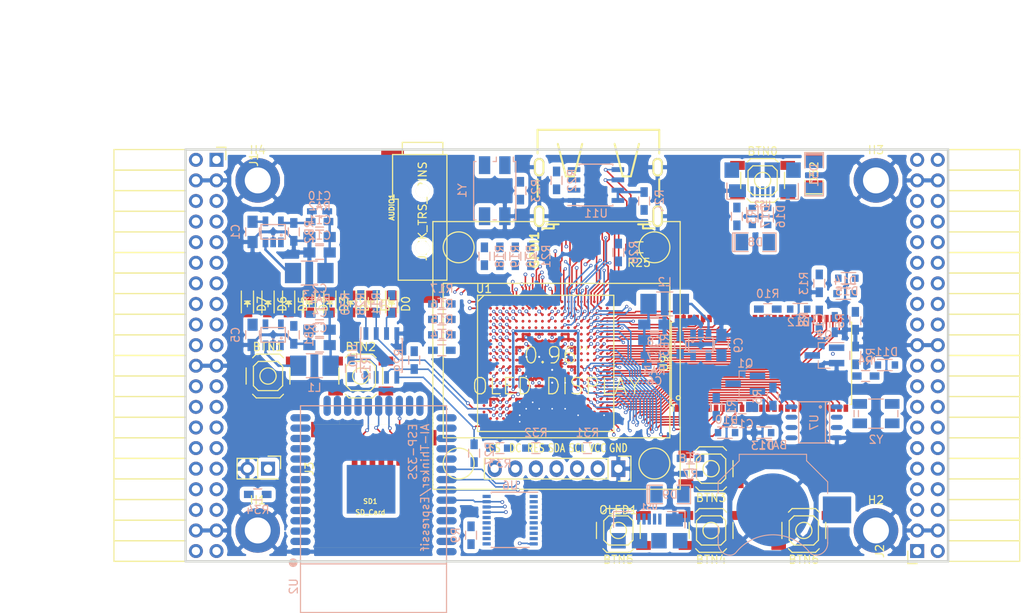
<source format=kicad_pcb>
(kicad_pcb (version 4) (host pcbnew 4.0.5+dfsg1-4)
  (layers (0 F.Cu signal) (1 In1.Cu signal) (2 In2.Cu signal) (31 B.Cu signal) (34 B.Paste user) (35 F.Paste user) (36 B.SilkS user) (37 F.SilkS user) (38 B.Mask user) (39 F.Mask user) (44 Edge.Cuts user))
  (net 0 "")
  (net 1 GND)
  (net 2 +5V)
  (net 3 /gpio/IN5V)
  (net 4 /gpio/OUT5V)
  (net 5 +3V3)
  (net 6 "Net-(L1-Pad1)")
  (net 7 "Net-(L2-Pad1)")
  (net 8 +1V2)
  (net 9 BTN_D)
  (net 10 BTN_F1)
  (net 11 BTN_F2)
  (net 12 BTN_L)
  (net 13 BTN_R)
  (net 14 BTN_U)
  (net 15 /power/FB1)
  (net 16 +2V5)
  (net 17 "Net-(L3-Pad1)")
  (net 18 /power/PWREN)
  (net 19 /power/FB3)
  (net 20 /power/FB2)
  (net 21 "Net-(D9-Pad1)")
  (net 22 /power/VBAT)
  (net 23 JTAG_TDI)
  (net 24 JTAG_TCK)
  (net 25 JTAG_TMS)
  (net 26 JTAG_TDO)
  (net 27 /power/WAKEUPn)
  (net 28 /power/WKUP)
  (net 29 /power/SHUT)
  (net 30 /power/WAKE)
  (net 31 /power/HOLD)
  (net 32 /power/WKn)
  (net 33 /power/OSCI_32k)
  (net 34 /power/OSCO_32k)
  (net 35 FTDI_nSUSPEND)
  (net 36 "Net-(Q2-Pad3)")
  (net 37 SHUTDOWN)
  (net 38 /analog/AUDIO_L)
  (net 39 /analog/AUDIO_R)
  (net 40 GPDI_5V_SCL)
  (net 41 GPDI_5V_SDA)
  (net 42 GPDI_SDA)
  (net 43 GPDI_SCL)
  (net 44 /gpdi/VREF2)
  (net 45 /blinkey/BTNPU)
  (net 46 SD_CMD)
  (net 47 SD_CLK)
  (net 48 SD_D0)
  (net 49 SD_D1)
  (net 50 USB5V)
  (net 51 "Net-(BTN0-Pad1)")
  (net 52 GPDI_CEC)
  (net 53 nRESET)
  (net 54 /usb/FT3V3)
  (net 55 FTDI_nDTR)
  (net 56 SDRAM_CKE)
  (net 57 SDRAM_A7)
  (net 58 SDRAM_D15)
  (net 59 SDRAM_BA1)
  (net 60 SDRAM_D7)
  (net 61 SDRAM_A6)
  (net 62 SDRAM_CLK)
  (net 63 SDRAM_D13)
  (net 64 SDRAM_BA0)
  (net 65 SDRAM_D6)
  (net 66 SDRAM_A5)
  (net 67 SDRAM_D14)
  (net 68 SDRAM_A11)
  (net 69 SDRAM_D12)
  (net 70 SDRAM_D5)
  (net 71 SDRAM_A4)
  (net 72 SDRAM_A10)
  (net 73 SDRAM_D11)
  (net 74 SDRAM_A3)
  (net 75 SDRAM_D4)
  (net 76 SDRAM_D10)
  (net 77 SDRAM_D9)
  (net 78 SDRAM_A9)
  (net 79 SDRAM_D3)
  (net 80 SDRAM_D8)
  (net 81 SDRAM_A8)
  (net 82 SDRAM_A2)
  (net 83 SDRAM_A1)
  (net 84 SDRAM_A0)
  (net 85 SDRAM_D2)
  (net 86 SDRAM_D1)
  (net 87 SDRAM_D0)
  (net 88 SDRAM_DQM0)
  (net 89 SDRAM_nCS)
  (net 90 SDRAM_nRAS)
  (net 91 SDRAM_DQM1)
  (net 92 SDRAM_nCAS)
  (net 93 SDRAM_nWE)
  (net 94 /flash/FLASH_nWP)
  (net 95 /flash/FLASH_nHOLD)
  (net 96 /flash/FLASH_MOSI)
  (net 97 /flash/FLASH_MISO)
  (net 98 /flash/FLASH_SCK)
  (net 99 /flash/FLASH_nCS)
  (net 100 /flash/FPGA_PROGRAMN)
  (net 101 /flash/FPGA_DONE)
  (net 102 /flash/FPGA_INITN)
  (net 103 OLED_RES)
  (net 104 OLED_DC)
  (net 105 OLED_CS)
  (net 106 WIFI_EN)
  (net 107 FTDI_nRTS)
  (net 108 WIFI_GPIO2)
  (net 109 FTDI_TXD)
  (net 110 FTDI_RXD)
  (net 111 WIFI_RXD)
  (net 112 WIFI_GPIO0)
  (net 113 FTDI_nCTS)
  (net 114 WIFI_TXD)
  (net 115 FTDI_nRI)
  (net 116 FTDI_nDCD)
  (net 117 /gpdi/CLK_25MHz)
  (net 118 GPDI_ETH-)
  (net 119 GPDI_ETH+)
  (net 120 GPDI_D2+)
  (net 121 GPDI_D2-)
  (net 122 GPDI_D1+)
  (net 123 GPDI_D1-)
  (net 124 GPDI_D0+)
  (net 125 GPDI_D0-)
  (net 126 GPDI_CLK+)
  (net 127 GPDI_CLK-)
  (net 128 USB_FPGA_D+)
  (net 129 USB_FPGA_D-)
  (net 130 USB_FTDI_D+)
  (net 131 USB_FTDI_D-)
  (net 132 J1_17-)
  (net 133 J1_17+)
  (net 134 J1_23-)
  (net 135 J1_23+)
  (net 136 J1_25-)
  (net 137 J1_25+)
  (net 138 J1_27-)
  (net 139 J1_27+)
  (net 140 J1_29-)
  (net 141 J1_29+)
  (net 142 J1_31-)
  (net 143 J1_31+)
  (net 144 J1_33-)
  (net 145 J1_33+)
  (net 146 J1_35-)
  (net 147 J1_35+)
  (net 148 J2_5-)
  (net 149 J2_5+)
  (net 150 J2_7-)
  (net 151 J2_7+)
  (net 152 J2_9-)
  (net 153 J2_9+)
  (net 154 J2_13-)
  (net 155 J2_13+)
  (net 156 J2_17-)
  (net 157 J2_17+)
  (net 158 J2_11-)
  (net 159 J2_11+)
  (net 160 J2_23-)
  (net 161 J2_23+)
  (net 162 J1_5-)
  (net 163 J1_5+)
  (net 164 J1_7-)
  (net 165 J1_7+)
  (net 166 J1_9-)
  (net 167 J1_9+)
  (net 168 J1_11-)
  (net 169 J1_11+)
  (net 170 J1_13-)
  (net 171 J1_13+)
  (net 172 J1_15-)
  (net 173 J1_15+)
  (net 174 J2_15-)
  (net 175 J2_15+)
  (net 176 J2_25-)
  (net 177 J2_25+)
  (net 178 J2_27-)
  (net 179 J2_27+)
  (net 180 J2_29-)
  (net 181 J2_29+)
  (net 182 J2_31-)
  (net 183 J2_31+)
  (net 184 J2_33-)
  (net 185 J2_33+)
  (net 186 J2_35-)
  (net 187 J2_35+)
  (net 188 SD_D3)
  (net 189 AUDIO_L3)
  (net 190 AUDIO_L2)
  (net 191 AUDIO_L1)
  (net 192 AUDIO_L0)
  (net 193 AUDIO_R3)
  (net 194 AUDIO_R2)
  (net 195 AUDIO_R1)
  (net 196 AUDIO_R0)
  (net 197 FTDI_nDSR)
  (net 198 OLED_CLK)
  (net 199 OLED_MOSI)
  (net 200 WIFI_GPIO15)
  (net 201 LED0)
  (net 202 LED1)
  (net 203 LED2)
  (net 204 LED3)
  (net 205 LED4)
  (net 206 LED5)
  (net 207 LED6)
  (net 208 LED7)
  (net 209 BTN_PWRn)
  (module lfe5bg381:BGA-381_pitch0.8mm_dia0.4mm (layer F.Cu) (at 138.48 87.8)
    (fp_text reference U1 (at -7.6 -9.2) (layer F.SilkS))
    (fp_text value LFE5U-25F-6BG381C)
    (pad A2 smd circle (at -6.8 -7.6) (size 0.35 0.35) (layers F.Cu F.Paste F.Mask) (net 139 J1_27+))
    (pad A3 smd circle (at -6 -7.6) (size 0.35 0.35) (layers F.Cu F.Paste F.Mask) (net 192 AUDIO_L0))
    (pad A4 smd circle (at -5.2 -7.6) (size 0.35 0.35) (layers F.Cu F.Paste F.Mask) (net 137 J1_25+))
    (pad A5 smd circle (at -4.4 -7.6) (size 0.35 0.35) (layers F.Cu F.Paste F.Mask) (net 136 J1_25-))
    (pad A6 smd circle (at -3.6 -7.6) (size 0.35 0.35) (layers F.Cu F.Paste F.Mask) (net 135 J1_23+))
    (pad A7 smd circle (at -2.8 -7.6) (size 0.35 0.35) (layers F.Cu F.Paste F.Mask) (net 173 J1_15+))
    (pad A8 smd circle (at -2 -7.6) (size 0.35 0.35) (layers F.Cu F.Paste F.Mask) (net 172 J1_15-))
    (pad A9 smd circle (at -1.2 -7.6) (size 0.35 0.35) (layers F.Cu F.Paste F.Mask) (net 166 J1_9-))
    (pad A10 smd circle (at -0.4 -7.6) (size 0.35 0.35) (layers F.Cu F.Paste F.Mask) (net 165 J1_7+))
    (pad A11 smd circle (at 0.4 -7.6) (size 0.35 0.35) (layers F.Cu F.Paste F.Mask) (net 164 J1_7-))
    (pad A12 smd circle (at 1.2 -7.6) (size 0.35 0.35) (layers F.Cu F.Paste F.Mask) (net 119 GPDI_ETH+))
    (pad A13 smd circle (at 2 -7.6) (size 0.35 0.35) (layers F.Cu F.Paste F.Mask) (net 118 GPDI_ETH-))
    (pad A14 smd circle (at 2.8 -7.6) (size 0.35 0.35) (layers F.Cu F.Paste F.Mask) (net 120 GPDI_D2+))
    (pad A15 smd circle (at 3.6 -7.6) (size 0.35 0.35) (layers F.Cu F.Paste F.Mask))
    (pad A16 smd circle (at 4.4 -7.6) (size 0.35 0.35) (layers F.Cu F.Paste F.Mask) (net 122 GPDI_D1+))
    (pad A17 smd circle (at 5.2 -7.6) (size 0.35 0.35) (layers F.Cu F.Paste F.Mask) (net 124 GPDI_D0+))
    (pad A18 smd circle (at 6 -7.6) (size 0.35 0.35) (layers F.Cu F.Paste F.Mask) (net 126 GPDI_CLK+))
    (pad A19 smd circle (at 6.8 -7.6) (size 0.35 0.35) (layers F.Cu F.Paste F.Mask) (net 52 GPDI_CEC))
    (pad B1 smd circle (at -7.6 -6.8) (size 0.35 0.35) (layers F.Cu F.Paste F.Mask) (net 138 J1_27-))
    (pad B2 smd circle (at -6.8 -6.8) (size 0.35 0.35) (layers F.Cu F.Paste F.Mask) (net 203 LED2))
    (pad B3 smd circle (at -6 -6.8) (size 0.35 0.35) (layers F.Cu F.Paste F.Mask) (net 193 AUDIO_R3))
    (pad B4 smd circle (at -5.2 -6.8) (size 0.35 0.35) (layers F.Cu F.Paste F.Mask) (net 140 J1_29-))
    (pad B5 smd circle (at -4.4 -6.8) (size 0.35 0.35) (layers F.Cu F.Paste F.Mask) (net 191 AUDIO_L1))
    (pad B6 smd circle (at -3.6 -6.8) (size 0.35 0.35) (layers F.Cu F.Paste F.Mask) (net 134 J1_23-))
    (pad B7 smd circle (at -2.8 -6.8) (size 0.35 0.35) (layers F.Cu F.Paste F.Mask) (net 1 GND))
    (pad B8 smd circle (at -2 -6.8) (size 0.35 0.35) (layers F.Cu F.Paste F.Mask) (net 170 J1_13-))
    (pad B9 smd circle (at -1.2 -6.8) (size 0.35 0.35) (layers F.Cu F.Paste F.Mask) (net 169 J1_11+))
    (pad B10 smd circle (at -0.4 -6.8) (size 0.35 0.35) (layers F.Cu F.Paste F.Mask) (net 167 J1_9+))
    (pad B11 smd circle (at 0.4 -6.8) (size 0.35 0.35) (layers F.Cu F.Paste F.Mask) (net 163 J1_5+))
    (pad B12 smd circle (at 1.2 -6.8) (size 0.35 0.35) (layers F.Cu F.Paste F.Mask) (net 117 /gpdi/CLK_25MHz))
    (pad B13 smd circle (at 2 -6.8) (size 0.35 0.35) (layers F.Cu F.Paste F.Mask) (net 187 J2_35+))
    (pad B14 smd circle (at 2.8 -6.8) (size 0.35 0.35) (layers F.Cu F.Paste F.Mask) (net 1 GND))
    (pad B15 smd circle (at 3.6 -6.8) (size 0.35 0.35) (layers F.Cu F.Paste F.Mask) (net 183 J2_31+))
    (pad B16 smd circle (at 4.4 -6.8) (size 0.35 0.35) (layers F.Cu F.Paste F.Mask) (net 123 GPDI_D1-))
    (pad B17 smd circle (at 5.2 -6.8) (size 0.35 0.35) (layers F.Cu F.Paste F.Mask) (net 179 J2_27+))
    (pad B18 smd circle (at 6 -6.8) (size 0.35 0.35) (layers F.Cu F.Paste F.Mask) (net 125 GPDI_D0-))
    (pad B19 smd circle (at 6.8 -6.8) (size 0.35 0.35) (layers F.Cu F.Paste F.Mask) (net 127 GPDI_CLK-))
    (pad B20 smd circle (at 7.6 -6.8) (size 0.35 0.35) (layers F.Cu F.Paste F.Mask) (net 43 GPDI_SCL))
    (pad C1 smd circle (at -7.6 -6) (size 0.35 0.35) (layers F.Cu F.Paste F.Mask) (net 207 LED6))
    (pad C2 smd circle (at -6.8 -6) (size 0.35 0.35) (layers F.Cu F.Paste F.Mask) (net 204 LED3))
    (pad C3 smd circle (at -6 -6) (size 0.35 0.35) (layers F.Cu F.Paste F.Mask) (net 190 AUDIO_L2))
    (pad C4 smd circle (at -5.2 -6) (size 0.35 0.35) (layers F.Cu F.Paste F.Mask) (net 141 J1_29+))
    (pad C5 smd circle (at -4.4 -6) (size 0.35 0.35) (layers F.Cu F.Paste F.Mask) (net 195 AUDIO_R1))
    (pad C6 smd circle (at -3.6 -6) (size 0.35 0.35) (layers F.Cu F.Paste F.Mask) (net 133 J1_17+))
    (pad C7 smd circle (at -2.8 -6) (size 0.35 0.35) (layers F.Cu F.Paste F.Mask) (net 132 J1_17-))
    (pad C8 smd circle (at -2 -6) (size 0.35 0.35) (layers F.Cu F.Paste F.Mask) (net 171 J1_13+))
    (pad C9 smd circle (at -1.2 -6) (size 0.35 0.35) (layers F.Cu F.Paste F.Mask))
    (pad C10 smd circle (at -0.4 -6) (size 0.35 0.35) (layers F.Cu F.Paste F.Mask) (net 168 J1_11-))
    (pad C11 smd circle (at 0.4 -6) (size 0.35 0.35) (layers F.Cu F.Paste F.Mask) (net 162 J1_5-))
    (pad C12 smd circle (at 1.2 -6) (size 0.35 0.35) (layers F.Cu F.Paste F.Mask) (net 42 GPDI_SDA))
    (pad C13 smd circle (at 2 -6) (size 0.35 0.35) (layers F.Cu F.Paste F.Mask) (net 186 J2_35-))
    (pad C14 smd circle (at 2.8 -6) (size 0.35 0.35) (layers F.Cu F.Paste F.Mask) (net 121 GPDI_D2-))
    (pad C15 smd circle (at 3.6 -6) (size 0.35 0.35) (layers F.Cu F.Paste F.Mask) (net 182 J2_31-))
    (pad C16 smd circle (at 4.4 -6) (size 0.35 0.35) (layers F.Cu F.Paste F.Mask) (net 181 J2_29+))
    (pad C17 smd circle (at 5.2 -6) (size 0.35 0.35) (layers F.Cu F.Paste F.Mask) (net 178 J2_27-))
    (pad C18 smd circle (at 6 -6) (size 0.35 0.35) (layers F.Cu F.Paste F.Mask) (net 161 J2_23+))
    (pad C19 smd circle (at 6.8 -6) (size 0.35 0.35) (layers F.Cu F.Paste F.Mask) (net 1 GND))
    (pad C20 smd circle (at 7.6 -6) (size 0.35 0.35) (layers F.Cu F.Paste F.Mask) (net 58 SDRAM_D15))
    (pad D1 smd circle (at -7.6 -5.2) (size 0.35 0.35) (layers F.Cu F.Paste F.Mask) (net 208 LED7))
    (pad D2 smd circle (at -6.8 -5.2) (size 0.35 0.35) (layers F.Cu F.Paste F.Mask) (net 205 LED4))
    (pad D3 smd circle (at -6 -5.2) (size 0.35 0.35) (layers F.Cu F.Paste F.Mask) (net 194 AUDIO_R2))
    (pad D4 smd circle (at -5.2 -5.2) (size 0.35 0.35) (layers F.Cu F.Paste F.Mask) (net 1 GND))
    (pad D5 smd circle (at -4.4 -5.2) (size 0.35 0.35) (layers F.Cu F.Paste F.Mask) (net 202 LED1))
    (pad D6 smd circle (at -3.6 -5.2) (size 0.35 0.35) (layers F.Cu F.Paste F.Mask) (net 209 BTN_PWRn))
    (pad D7 smd circle (at -2.8 -5.2) (size 0.35 0.35) (layers F.Cu F.Paste F.Mask))
    (pad D8 smd circle (at -2 -5.2) (size 0.35 0.35) (layers F.Cu F.Paste F.Mask))
    (pad D9 smd circle (at -1.2 -5.2) (size 0.35 0.35) (layers F.Cu F.Paste F.Mask))
    (pad D10 smd circle (at -0.4 -5.2) (size 0.35 0.35) (layers F.Cu F.Paste F.Mask))
    (pad D11 smd circle (at 0.4 -5.2) (size 0.35 0.35) (layers F.Cu F.Paste F.Mask) (net 14 BTN_U))
    (pad D12 smd circle (at 1.2 -5.2) (size 0.35 0.35) (layers F.Cu F.Paste F.Mask))
    (pad D13 smd circle (at 2 -5.2) (size 0.35 0.35) (layers F.Cu F.Paste F.Mask) (net 185 J2_33+))
    (pad D14 smd circle (at 2.8 -5.2) (size 0.35 0.35) (layers F.Cu F.Paste F.Mask))
    (pad D15 smd circle (at 3.6 -5.2) (size 0.35 0.35) (layers F.Cu F.Paste F.Mask) (net 177 J2_25+))
    (pad D16 smd circle (at 4.4 -5.2) (size 0.35 0.35) (layers F.Cu F.Paste F.Mask) (net 180 J2_29-))
    (pad D17 smd circle (at 5.2 -5.2) (size 0.35 0.35) (layers F.Cu F.Paste F.Mask) (net 160 J2_23-))
    (pad D18 smd circle (at 6 -5.2) (size 0.35 0.35) (layers F.Cu F.Paste F.Mask) (net 157 J2_17+))
    (pad D19 smd circle (at 6.8 -5.2) (size 0.35 0.35) (layers F.Cu F.Paste F.Mask) (net 67 SDRAM_D14))
    (pad D20 smd circle (at 7.6 -5.2) (size 0.35 0.35) (layers F.Cu F.Paste F.Mask) (net 63 SDRAM_D13))
    (pad E1 smd circle (at -7.6 -4.4) (size 0.35 0.35) (layers F.Cu F.Paste F.Mask) (net 206 LED5))
    (pad E2 smd circle (at -6.8 -4.4) (size 0.35 0.35) (layers F.Cu F.Paste F.Mask))
    (pad E3 smd circle (at -6 -4.4) (size 0.35 0.35) (layers F.Cu F.Paste F.Mask) (net 142 J1_31-))
    (pad E4 smd circle (at -5.2 -4.4) (size 0.35 0.35) (layers F.Cu F.Paste F.Mask) (net 201 LED0))
    (pad E5 smd circle (at -4.4 -4.4) (size 0.35 0.35) (layers F.Cu F.Paste F.Mask) (net 189 AUDIO_L3))
    (pad E6 smd circle (at -3.6 -4.4) (size 0.35 0.35) (layers F.Cu F.Paste F.Mask))
    (pad E7 smd circle (at -2.8 -4.4) (size 0.35 0.35) (layers F.Cu F.Paste F.Mask))
    (pad E8 smd circle (at -2 -4.4) (size 0.35 0.35) (layers F.Cu F.Paste F.Mask))
    (pad E9 smd circle (at -1.2 -4.4) (size 0.35 0.35) (layers F.Cu F.Paste F.Mask))
    (pad E10 smd circle (at -0.4 -4.4) (size 0.35 0.35) (layers F.Cu F.Paste F.Mask))
    (pad E11 smd circle (at 0.4 -4.4) (size 0.35 0.35) (layers F.Cu F.Paste F.Mask))
    (pad E12 smd circle (at 1.2 -4.4) (size 0.35 0.35) (layers F.Cu F.Paste F.Mask))
    (pad E13 smd circle (at 2 -4.4) (size 0.35 0.35) (layers F.Cu F.Paste F.Mask) (net 184 J2_33-))
    (pad E14 smd circle (at 2.8 -4.4) (size 0.35 0.35) (layers F.Cu F.Paste F.Mask))
    (pad E15 smd circle (at 3.6 -4.4) (size 0.35 0.35) (layers F.Cu F.Paste F.Mask) (net 176 J2_25-))
    (pad E16 smd circle (at 4.4 -4.4) (size 0.35 0.35) (layers F.Cu F.Paste F.Mask))
    (pad E17 smd circle (at 5.2 -4.4) (size 0.35 0.35) (layers F.Cu F.Paste F.Mask) (net 156 J2_17-))
    (pad E18 smd circle (at 6 -4.4) (size 0.35 0.35) (layers F.Cu F.Paste F.Mask) (net 75 SDRAM_D4))
    (pad E19 smd circle (at 6.8 -4.4) (size 0.35 0.35) (layers F.Cu F.Paste F.Mask) (net 69 SDRAM_D12))
    (pad E20 smd circle (at 7.6 -4.4) (size 0.35 0.35) (layers F.Cu F.Paste F.Mask) (net 73 SDRAM_D11))
    (pad F1 smd circle (at -7.6 -3.6) (size 0.35 0.35) (layers F.Cu F.Paste F.Mask) (net 110 FTDI_RXD))
    (pad F2 smd circle (at -6.8 -3.6) (size 0.35 0.35) (layers F.Cu F.Paste F.Mask))
    (pad F3 smd circle (at -6 -3.6) (size 0.35 0.35) (layers F.Cu F.Paste F.Mask) (net 144 J1_33-))
    (pad F4 smd circle (at -5.2 -3.6) (size 0.35 0.35) (layers F.Cu F.Paste F.Mask) (net 143 J1_31+))
    (pad F5 smd circle (at -4.4 -3.6) (size 0.35 0.35) (layers F.Cu F.Paste F.Mask) (net 196 AUDIO_R0))
    (pad F6 smd circle (at -3.6 -3.6) (size 0.35 0.35) (layers F.Cu F.Paste F.Mask) (net 16 +2V5))
    (pad F7 smd circle (at -2.8 -3.6) (size 0.35 0.35) (layers F.Cu F.Paste F.Mask) (net 1 GND))
    (pad F8 smd circle (at -2 -3.6) (size 0.35 0.35) (layers F.Cu F.Paste F.Mask) (net 1 GND))
    (pad F9 smd circle (at -1.2 -3.6) (size 0.35 0.35) (layers F.Cu F.Paste F.Mask) (net 5 +3V3))
    (pad F10 smd circle (at -0.4 -3.6) (size 0.35 0.35) (layers F.Cu F.Paste F.Mask) (net 5 +3V3))
    (pad F11 smd circle (at 0.4 -3.6) (size 0.35 0.35) (layers F.Cu F.Paste F.Mask) (net 5 +3V3))
    (pad F12 smd circle (at 1.2 -3.6) (size 0.35 0.35) (layers F.Cu F.Paste F.Mask) (net 5 +3V3))
    (pad F13 smd circle (at 2 -3.6) (size 0.35 0.35) (layers F.Cu F.Paste F.Mask) (net 1 GND))
    (pad F14 smd circle (at 2.8 -3.6) (size 0.35 0.35) (layers F.Cu F.Paste F.Mask) (net 1 GND))
    (pad F15 smd circle (at 3.6 -3.6) (size 0.35 0.35) (layers F.Cu F.Paste F.Mask) (net 16 +2V5))
    (pad F16 smd circle (at 4.4 -3.6) (size 0.35 0.35) (layers F.Cu F.Paste F.Mask))
    (pad F17 smd circle (at 5.2 -3.6) (size 0.35 0.35) (layers F.Cu F.Paste F.Mask) (net 175 J2_15+))
    (pad F18 smd circle (at 6 -3.6) (size 0.35 0.35) (layers F.Cu F.Paste F.Mask) (net 70 SDRAM_D5))
    (pad F19 smd circle (at 6.8 -3.6) (size 0.35 0.35) (layers F.Cu F.Paste F.Mask) (net 76 SDRAM_D10))
    (pad F20 smd circle (at 7.6 -3.6) (size 0.35 0.35) (layers F.Cu F.Paste F.Mask) (net 77 SDRAM_D9))
    (pad G1 smd circle (at -7.6 -2.8) (size 0.35 0.35) (layers F.Cu F.Paste F.Mask) (net 109 FTDI_TXD))
    (pad G2 smd circle (at -6.8 -2.8) (size 0.35 0.35) (layers F.Cu F.Paste F.Mask) (net 111 WIFI_RXD))
    (pad G3 smd circle (at -6 -2.8) (size 0.35 0.35) (layers F.Cu F.Paste F.Mask) (net 145 J1_33+))
    (pad G4 smd circle (at -5.2 -2.8) (size 0.35 0.35) (layers F.Cu F.Paste F.Mask) (net 1 GND))
    (pad G5 smd circle (at -4.4 -2.8) (size 0.35 0.35) (layers F.Cu F.Paste F.Mask) (net 146 J1_35-))
    (pad G6 smd circle (at -3.6 -2.8) (size 0.35 0.35) (layers F.Cu F.Paste F.Mask) (net 1 GND))
    (pad G7 smd circle (at -2.8 -2.8) (size 0.35 0.35) (layers F.Cu F.Paste F.Mask) (net 1 GND))
    (pad G8 smd circle (at -2 -2.8) (size 0.35 0.35) (layers F.Cu F.Paste F.Mask) (net 1 GND))
    (pad G9 smd circle (at -1.2 -2.8) (size 0.35 0.35) (layers F.Cu F.Paste F.Mask) (net 1 GND))
    (pad G10 smd circle (at -0.4 -2.8) (size 0.35 0.35) (layers F.Cu F.Paste F.Mask) (net 1 GND))
    (pad G11 smd circle (at 0.4 -2.8) (size 0.35 0.35) (layers F.Cu F.Paste F.Mask) (net 1 GND))
    (pad G12 smd circle (at 1.2 -2.8) (size 0.35 0.35) (layers F.Cu F.Paste F.Mask) (net 1 GND))
    (pad G13 smd circle (at 2 -2.8) (size 0.35 0.35) (layers F.Cu F.Paste F.Mask) (net 1 GND))
    (pad G14 smd circle (at 2.8 -2.8) (size 0.35 0.35) (layers F.Cu F.Paste F.Mask) (net 1 GND))
    (pad G15 smd circle (at 3.6 -2.8) (size 0.35 0.35) (layers F.Cu F.Paste F.Mask) (net 1 GND))
    (pad G16 smd circle (at 4.4 -2.8) (size 0.35 0.35) (layers F.Cu F.Paste F.Mask))
    (pad G17 smd circle (at 5.2 -2.8) (size 0.35 0.35) (layers F.Cu F.Paste F.Mask) (net 1 GND))
    (pad G18 smd circle (at 6 -2.8) (size 0.35 0.35) (layers F.Cu F.Paste F.Mask) (net 174 J2_15-))
    (pad G19 smd circle (at 6.8 -2.8) (size 0.35 0.35) (layers F.Cu F.Paste F.Mask) (net 80 SDRAM_D8))
    (pad G20 smd circle (at 7.6 -2.8) (size 0.35 0.35) (layers F.Cu F.Paste F.Mask) (net 91 SDRAM_DQM1))
    (pad H1 smd circle (at -7.6 -2) (size 0.35 0.35) (layers F.Cu F.Paste F.Mask) (net 200 WIFI_GPIO15))
    (pad H2 smd circle (at -6.8 -2) (size 0.35 0.35) (layers F.Cu F.Paste F.Mask) (net 114 WIFI_TXD))
    (pad H3 smd circle (at -6 -2) (size 0.35 0.35) (layers F.Cu F.Paste F.Mask))
    (pad H4 smd circle (at -5.2 -2) (size 0.35 0.35) (layers F.Cu F.Paste F.Mask) (net 147 J1_35+))
    (pad H5 smd circle (at -4.4 -2) (size 0.35 0.35) (layers F.Cu F.Paste F.Mask))
    (pad H6 smd circle (at -3.6 -2) (size 0.35 0.35) (layers F.Cu F.Paste F.Mask) (net 5 +3V3))
    (pad H7 smd circle (at -2.8 -2) (size 0.35 0.35) (layers F.Cu F.Paste F.Mask) (net 5 +3V3))
    (pad H8 smd circle (at -2 -2) (size 0.35 0.35) (layers F.Cu F.Paste F.Mask) (net 8 +1V2))
    (pad H9 smd circle (at -1.2 -2) (size 0.35 0.35) (layers F.Cu F.Paste F.Mask) (net 8 +1V2))
    (pad H10 smd circle (at -0.4 -2) (size 0.35 0.35) (layers F.Cu F.Paste F.Mask) (net 8 +1V2))
    (pad H11 smd circle (at 0.4 -2) (size 0.35 0.35) (layers F.Cu F.Paste F.Mask) (net 8 +1V2))
    (pad H12 smd circle (at 1.2 -2) (size 0.35 0.35) (layers F.Cu F.Paste F.Mask) (net 8 +1V2))
    (pad H13 smd circle (at 2 -2) (size 0.35 0.35) (layers F.Cu F.Paste F.Mask) (net 8 +1V2))
    (pad H14 smd circle (at 2.8 -2) (size 0.35 0.35) (layers F.Cu F.Paste F.Mask) (net 5 +3V3))
    (pad H15 smd circle (at 3.6 -2) (size 0.35 0.35) (layers F.Cu F.Paste F.Mask) (net 5 +3V3))
    (pad H16 smd circle (at 4.4 -2) (size 0.35 0.35) (layers F.Cu F.Paste F.Mask))
    (pad H17 smd circle (at 5.2 -2) (size 0.35 0.35) (layers F.Cu F.Paste F.Mask) (net 154 J2_13-))
    (pad H18 smd circle (at 6 -2) (size 0.35 0.35) (layers F.Cu F.Paste F.Mask) (net 155 J2_13+))
    (pad H19 smd circle (at 6.8 -2) (size 0.35 0.35) (layers F.Cu F.Paste F.Mask) (net 1 GND))
    (pad H20 smd circle (at 7.6 -2) (size 0.35 0.35) (layers F.Cu F.Paste F.Mask) (net 62 SDRAM_CLK))
    (pad J1 smd circle (at -7.6 -1.2) (size 0.35 0.35) (layers F.Cu F.Paste F.Mask) (net 198 OLED_CLK))
    (pad J2 smd circle (at -6.8 -1.2) (size 0.35 0.35) (layers F.Cu F.Paste F.Mask) (net 1 GND))
    (pad J3 smd circle (at -6 -1.2) (size 0.35 0.35) (layers F.Cu F.Paste F.Mask) (net 112 WIFI_GPIO0))
    (pad J4 smd circle (at -5.2 -1.2) (size 0.35 0.35) (layers F.Cu F.Paste F.Mask) (net 108 WIFI_GPIO2))
    (pad J5 smd circle (at -4.4 -1.2) (size 0.35 0.35) (layers F.Cu F.Paste F.Mask) (net 113 FTDI_nCTS))
    (pad J6 smd circle (at -3.6 -1.2) (size 0.35 0.35) (layers F.Cu F.Paste F.Mask) (net 5 +3V3))
    (pad J7 smd circle (at -2.8 -1.2) (size 0.35 0.35) (layers F.Cu F.Paste F.Mask) (net 1 GND))
    (pad J8 smd circle (at -2 -1.2) (size 0.35 0.35) (layers F.Cu F.Paste F.Mask) (net 8 +1V2))
    (pad J9 smd circle (at -1.2 -1.2) (size 0.35 0.35) (layers F.Cu F.Paste F.Mask) (net 1 GND))
    (pad J10 smd circle (at -0.4 -1.2) (size 0.35 0.35) (layers F.Cu F.Paste F.Mask) (net 1 GND))
    (pad J11 smd circle (at 0.4 -1.2) (size 0.35 0.35) (layers F.Cu F.Paste F.Mask) (net 1 GND))
    (pad J12 smd circle (at 1.2 -1.2) (size 0.35 0.35) (layers F.Cu F.Paste F.Mask) (net 1 GND))
    (pad J13 smd circle (at 2 -1.2) (size 0.35 0.35) (layers F.Cu F.Paste F.Mask) (net 8 +1V2))
    (pad J14 smd circle (at 2.8 -1.2) (size 0.35 0.35) (layers F.Cu F.Paste F.Mask) (net 1 GND))
    (pad J15 smd circle (at 3.6 -1.2) (size 0.35 0.35) (layers F.Cu F.Paste F.Mask) (net 5 +3V3))
    (pad J16 smd circle (at 4.4 -1.2) (size 0.35 0.35) (layers F.Cu F.Paste F.Mask))
    (pad J17 smd circle (at 5.2 -1.2) (size 0.35 0.35) (layers F.Cu F.Paste F.Mask))
    (pad J18 smd circle (at 6 -1.2) (size 0.35 0.35) (layers F.Cu F.Paste F.Mask) (net 79 SDRAM_D3))
    (pad J19 smd circle (at 6.8 -1.2) (size 0.35 0.35) (layers F.Cu F.Paste F.Mask) (net 56 SDRAM_CKE))
    (pad J20 smd circle (at 7.6 -1.2) (size 0.35 0.35) (layers F.Cu F.Paste F.Mask) (net 68 SDRAM_A11))
    (pad K1 smd circle (at -7.6 -0.4) (size 0.35 0.35) (layers F.Cu F.Paste F.Mask) (net 55 FTDI_nDTR))
    (pad K2 smd circle (at -6.8 -0.4) (size 0.35 0.35) (layers F.Cu F.Paste F.Mask) (net 199 OLED_MOSI))
    (pad K3 smd circle (at -6 -0.4) (size 0.35 0.35) (layers F.Cu F.Paste F.Mask) (net 107 FTDI_nRTS))
    (pad K4 smd circle (at -5.2 -0.4) (size 0.35 0.35) (layers F.Cu F.Paste F.Mask) (net 103 OLED_RES))
    (pad K5 smd circle (at -4.4 -0.4) (size 0.35 0.35) (layers F.Cu F.Paste F.Mask) (net 104 OLED_DC))
    (pad K6 smd circle (at -3.6 -0.4) (size 0.35 0.35) (layers F.Cu F.Paste F.Mask) (net 1 GND))
    (pad K7 smd circle (at -2.8 -0.4) (size 0.35 0.35) (layers F.Cu F.Paste F.Mask) (net 1 GND))
    (pad K8 smd circle (at -2 -0.4) (size 0.35 0.35) (layers F.Cu F.Paste F.Mask) (net 8 +1V2))
    (pad K9 smd circle (at -1.2 -0.4) (size 0.35 0.35) (layers F.Cu F.Paste F.Mask) (net 1 GND))
    (pad K10 smd circle (at -0.4 -0.4) (size 0.35 0.35) (layers F.Cu F.Paste F.Mask) (net 1 GND))
    (pad K11 smd circle (at 0.4 -0.4) (size 0.35 0.35) (layers F.Cu F.Paste F.Mask) (net 1 GND))
    (pad K12 smd circle (at 1.2 -0.4) (size 0.35 0.35) (layers F.Cu F.Paste F.Mask) (net 1 GND))
    (pad K13 smd circle (at 2 -0.4) (size 0.35 0.35) (layers F.Cu F.Paste F.Mask) (net 8 +1V2))
    (pad K14 smd circle (at 2.8 -0.4) (size 0.35 0.35) (layers F.Cu F.Paste F.Mask) (net 1 GND))
    (pad K15 smd circle (at 3.6 -0.4) (size 0.35 0.35) (layers F.Cu F.Paste F.Mask) (net 1 GND))
    (pad K16 smd circle (at 4.4 -0.4) (size 0.35 0.35) (layers F.Cu F.Paste F.Mask))
    (pad K17 smd circle (at 5.2 -0.4) (size 0.35 0.35) (layers F.Cu F.Paste F.Mask))
    (pad K18 smd circle (at 6 -0.4) (size 0.35 0.35) (layers F.Cu F.Paste F.Mask) (net 85 SDRAM_D2))
    (pad K19 smd circle (at 6.8 -0.4) (size 0.35 0.35) (layers F.Cu F.Paste F.Mask) (net 78 SDRAM_A9))
    (pad K20 smd circle (at 7.6 -0.4) (size 0.35 0.35) (layers F.Cu F.Paste F.Mask) (net 81 SDRAM_A8))
    (pad L1 smd circle (at -7.6 0.4) (size 0.35 0.35) (layers F.Cu F.Paste F.Mask) (net 48 SD_D0))
    (pad L2 smd circle (at -6.8 0.4) (size 0.35 0.35) (layers F.Cu F.Paste F.Mask) (net 116 FTDI_nDCD))
    (pad L3 smd circle (at -6 0.4) (size 0.35 0.35) (layers F.Cu F.Paste F.Mask))
    (pad L4 smd circle (at -5.2 0.4) (size 0.35 0.35) (layers F.Cu F.Paste F.Mask) (net 106 WIFI_EN))
    (pad L5 smd circle (at -4.4 0.4) (size 0.35 0.35) (layers F.Cu F.Paste F.Mask) (net 197 FTDI_nDSR))
    (pad L6 smd circle (at -3.6 0.4) (size 0.35 0.35) (layers F.Cu F.Paste F.Mask) (net 5 +3V3))
    (pad L7 smd circle (at -2.8 0.4) (size 0.35 0.35) (layers F.Cu F.Paste F.Mask) (net 5 +3V3))
    (pad L8 smd circle (at -2 0.4) (size 0.35 0.35) (layers F.Cu F.Paste F.Mask) (net 8 +1V2))
    (pad L9 smd circle (at -1.2 0.4) (size 0.35 0.35) (layers F.Cu F.Paste F.Mask) (net 1 GND))
    (pad L10 smd circle (at -0.4 0.4) (size 0.35 0.35) (layers F.Cu F.Paste F.Mask) (net 1 GND))
    (pad L11 smd circle (at 0.4 0.4) (size 0.35 0.35) (layers F.Cu F.Paste F.Mask) (net 1 GND))
    (pad L12 smd circle (at 1.2 0.4) (size 0.35 0.35) (layers F.Cu F.Paste F.Mask) (net 1 GND))
    (pad L13 smd circle (at 2 0.4) (size 0.35 0.35) (layers F.Cu F.Paste F.Mask) (net 8 +1V2))
    (pad L14 smd circle (at 2.8 0.4) (size 0.35 0.35) (layers F.Cu F.Paste F.Mask) (net 5 +3V3))
    (pad L15 smd circle (at 3.6 0.4) (size 0.35 0.35) (layers F.Cu F.Paste F.Mask) (net 5 +3V3))
    (pad L16 smd circle (at 4.4 0.4) (size 0.35 0.35) (layers F.Cu F.Paste F.Mask) (net 159 J2_11+))
    (pad L17 smd circle (at 5.2 0.4) (size 0.35 0.35) (layers F.Cu F.Paste F.Mask) (net 158 J2_11-))
    (pad L18 smd circle (at 6 0.4) (size 0.35 0.35) (layers F.Cu F.Paste F.Mask) (net 86 SDRAM_D1))
    (pad L19 smd circle (at 6.8 0.4) (size 0.35 0.35) (layers F.Cu F.Paste F.Mask) (net 57 SDRAM_A7))
    (pad L20 smd circle (at 7.6 0.4) (size 0.35 0.35) (layers F.Cu F.Paste F.Mask) (net 61 SDRAM_A6))
    (pad M1 smd circle (at -7.6 1.2) (size 0.35 0.35) (layers F.Cu F.Paste F.Mask) (net 46 SD_CMD))
    (pad M2 smd circle (at -6.8 1.2) (size 0.35 0.35) (layers F.Cu F.Paste F.Mask) (net 1 GND))
    (pad M3 smd circle (at -6 1.2) (size 0.35 0.35) (layers F.Cu F.Paste F.Mask) (net 129 USB_FPGA_D-))
    (pad M4 smd circle (at -5.2 1.2) (size 0.35 0.35) (layers F.Cu F.Paste F.Mask))
    (pad M5 smd circle (at -4.4 1.2) (size 0.35 0.35) (layers F.Cu F.Paste F.Mask))
    (pad M6 smd circle (at -3.6 1.2) (size 0.35 0.35) (layers F.Cu F.Paste F.Mask) (net 5 +3V3))
    (pad M7 smd circle (at -2.8 1.2) (size 0.35 0.35) (layers F.Cu F.Paste F.Mask) (net 1 GND))
    (pad M8 smd circle (at -2 1.2) (size 0.35 0.35) (layers F.Cu F.Paste F.Mask) (net 8 +1V2))
    (pad M9 smd circle (at -1.2 1.2) (size 0.35 0.35) (layers F.Cu F.Paste F.Mask) (net 1 GND))
    (pad M10 smd circle (at -0.4 1.2) (size 0.35 0.35) (layers F.Cu F.Paste F.Mask) (net 1 GND))
    (pad M11 smd circle (at 0.4 1.2) (size 0.35 0.35) (layers F.Cu F.Paste F.Mask) (net 1 GND))
    (pad M12 smd circle (at 1.2 1.2) (size 0.35 0.35) (layers F.Cu F.Paste F.Mask) (net 1 GND))
    (pad M13 smd circle (at 2 1.2) (size 0.35 0.35) (layers F.Cu F.Paste F.Mask) (net 8 +1V2))
    (pad M14 smd circle (at 2.8 1.2) (size 0.35 0.35) (layers F.Cu F.Paste F.Mask) (net 1 GND))
    (pad M15 smd circle (at 3.6 1.2) (size 0.35 0.35) (layers F.Cu F.Paste F.Mask) (net 5 +3V3))
    (pad M16 smd circle (at 4.4 1.2) (size 0.35 0.35) (layers F.Cu F.Paste F.Mask) (net 1 GND))
    (pad M17 smd circle (at 5.2 1.2) (size 0.35 0.35) (layers F.Cu F.Paste F.Mask) (net 152 J2_9-))
    (pad M18 smd circle (at 6 1.2) (size 0.35 0.35) (layers F.Cu F.Paste F.Mask) (net 87 SDRAM_D0))
    (pad M19 smd circle (at 6.8 1.2) (size 0.35 0.35) (layers F.Cu F.Paste F.Mask) (net 66 SDRAM_A5))
    (pad M20 smd circle (at 7.6 1.2) (size 0.35 0.35) (layers F.Cu F.Paste F.Mask) (net 71 SDRAM_A4))
    (pad N1 smd circle (at -7.6 2) (size 0.35 0.35) (layers F.Cu F.Paste F.Mask) (net 47 SD_CLK))
    (pad N2 smd circle (at -6.8 2) (size 0.35 0.35) (layers F.Cu F.Paste F.Mask) (net 49 SD_D1))
    (pad N3 smd circle (at -6 2) (size 0.35 0.35) (layers F.Cu F.Paste F.Mask) (net 128 USB_FPGA_D+))
    (pad N4 smd circle (at -5.2 2) (size 0.35 0.35) (layers F.Cu F.Paste F.Mask) (net 105 OLED_CS))
    (pad N5 smd circle (at -4.4 2) (size 0.35 0.35) (layers F.Cu F.Paste F.Mask))
    (pad N6 smd circle (at -3.6 2) (size 0.35 0.35) (layers F.Cu F.Paste F.Mask) (net 1 GND))
    (pad N7 smd circle (at -2.8 2) (size 0.35 0.35) (layers F.Cu F.Paste F.Mask) (net 1 GND))
    (pad N8 smd circle (at -2 2) (size 0.35 0.35) (layers F.Cu F.Paste F.Mask) (net 8 +1V2))
    (pad N9 smd circle (at -1.2 2) (size 0.35 0.35) (layers F.Cu F.Paste F.Mask) (net 8 +1V2))
    (pad N10 smd circle (at -0.4 2) (size 0.35 0.35) (layers F.Cu F.Paste F.Mask) (net 8 +1V2))
    (pad N11 smd circle (at 0.4 2) (size 0.35 0.35) (layers F.Cu F.Paste F.Mask) (net 8 +1V2))
    (pad N12 smd circle (at 1.2 2) (size 0.35 0.35) (layers F.Cu F.Paste F.Mask) (net 8 +1V2))
    (pad N13 smd circle (at 2 2) (size 0.35 0.35) (layers F.Cu F.Paste F.Mask) (net 8 +1V2))
    (pad N14 smd circle (at 2.8 2) (size 0.35 0.35) (layers F.Cu F.Paste F.Mask) (net 1 GND))
    (pad N15 smd circle (at 3.6 2) (size 0.35 0.35) (layers F.Cu F.Paste F.Mask) (net 1 GND))
    (pad N16 smd circle (at 4.4 2) (size 0.35 0.35) (layers F.Cu F.Paste F.Mask) (net 153 J2_9+))
    (pad N17 smd circle (at 5.2 2) (size 0.35 0.35) (layers F.Cu F.Paste F.Mask) (net 151 J2_7+))
    (pad N18 smd circle (at 6 2) (size 0.35 0.35) (layers F.Cu F.Paste F.Mask) (net 65 SDRAM_D6))
    (pad N19 smd circle (at 6.8 2) (size 0.35 0.35) (layers F.Cu F.Paste F.Mask) (net 74 SDRAM_A3))
    (pad N20 smd circle (at 7.6 2) (size 0.35 0.35) (layers F.Cu F.Paste F.Mask) (net 82 SDRAM_A2))
    (pad P1 smd circle (at -7.6 2.8) (size 0.35 0.35) (layers F.Cu F.Paste F.Mask) (net 188 SD_D3))
    (pad P2 smd circle (at -6.8 2.8) (size 0.35 0.35) (layers F.Cu F.Paste F.Mask))
    (pad P3 smd circle (at -6 2.8) (size 0.35 0.35) (layers F.Cu F.Paste F.Mask))
    (pad P4 smd circle (at -5.2 2.8) (size 0.35 0.35) (layers F.Cu F.Paste F.Mask))
    (pad P5 smd circle (at -4.4 2.8) (size 0.35 0.35) (layers F.Cu F.Paste F.Mask) (net 115 FTDI_nRI))
    (pad P6 smd circle (at -3.6 2.8) (size 0.35 0.35) (layers F.Cu F.Paste F.Mask) (net 16 +2V5))
    (pad P7 smd circle (at -2.8 2.8) (size 0.35 0.35) (layers F.Cu F.Paste F.Mask) (net 1 GND))
    (pad P8 smd circle (at -2 2.8) (size 0.35 0.35) (layers F.Cu F.Paste F.Mask) (net 1 GND))
    (pad P9 smd circle (at -1.2 2.8) (size 0.35 0.35) (layers F.Cu F.Paste F.Mask) (net 5 +3V3))
    (pad P10 smd circle (at -0.4 2.8) (size 0.35 0.35) (layers F.Cu F.Paste F.Mask) (net 5 +3V3))
    (pad P11 smd circle (at 0.4 2.8) (size 0.35 0.35) (layers F.Cu F.Paste F.Mask) (net 1 GND))
    (pad P12 smd circle (at 1.2 2.8) (size 0.35 0.35) (layers F.Cu F.Paste F.Mask) (net 1 GND))
    (pad P13 smd circle (at 2 2.8) (size 0.35 0.35) (layers F.Cu F.Paste F.Mask) (net 1 GND))
    (pad P14 smd circle (at 2.8 2.8) (size 0.35 0.35) (layers F.Cu F.Paste F.Mask) (net 1 GND))
    (pad P15 smd circle (at 3.6 2.8) (size 0.35 0.35) (layers F.Cu F.Paste F.Mask) (net 16 +2V5))
    (pad P16 smd circle (at 4.4 2.8) (size 0.35 0.35) (layers F.Cu F.Paste F.Mask) (net 150 J2_7-))
    (pad P17 smd circle (at 5.2 2.8) (size 0.35 0.35) (layers F.Cu F.Paste F.Mask))
    (pad P18 smd circle (at 6 2.8) (size 0.35 0.35) (layers F.Cu F.Paste F.Mask) (net 60 SDRAM_D7))
    (pad P19 smd circle (at 6.8 2.8) (size 0.35 0.35) (layers F.Cu F.Paste F.Mask) (net 83 SDRAM_A1))
    (pad P20 smd circle (at 7.6 2.8) (size 0.35 0.35) (layers F.Cu F.Paste F.Mask) (net 84 SDRAM_A0))
    (pad R1 smd circle (at -7.6 3.6) (size 0.35 0.35) (layers F.Cu F.Paste F.Mask) (net 10 BTN_F1))
    (pad R2 smd circle (at -6.8 3.6) (size 0.35 0.35) (layers F.Cu F.Paste F.Mask) (net 99 /flash/FLASH_nCS))
    (pad R3 smd circle (at -6 3.6) (size 0.35 0.35) (layers F.Cu F.Paste F.Mask))
    (pad R4 smd circle (at -5.2 3.6) (size 0.35 0.35) (layers F.Cu F.Paste F.Mask) (net 1 GND))
    (pad R5 smd circle (at -4.4 3.6) (size 0.35 0.35) (layers F.Cu F.Paste F.Mask) (net 23 JTAG_TDI))
    (pad R16 smd circle (at 4.4 3.6) (size 0.35 0.35) (layers F.Cu F.Paste F.Mask))
    (pad R17 smd circle (at 5.2 3.6) (size 0.35 0.35) (layers F.Cu F.Paste F.Mask))
    (pad R18 smd circle (at 6 3.6) (size 0.35 0.35) (layers F.Cu F.Paste F.Mask) (net 88 SDRAM_DQM0))
    (pad R19 smd circle (at 6.8 3.6) (size 0.35 0.35) (layers F.Cu F.Paste F.Mask) (net 1 GND))
    (pad R20 smd circle (at 7.6 3.6) (size 0.35 0.35) (layers F.Cu F.Paste F.Mask) (net 72 SDRAM_A10))
    (pad T1 smd circle (at -7.6 4.4) (size 0.35 0.35) (layers F.Cu F.Paste F.Mask) (net 11 BTN_F2))
    (pad T2 smd circle (at -6.8 4.4) (size 0.35 0.35) (layers F.Cu F.Paste F.Mask) (net 5 +3V3))
    (pad T3 smd circle (at -6 4.4) (size 0.35 0.35) (layers F.Cu F.Paste F.Mask) (net 5 +3V3))
    (pad T4 smd circle (at -5.2 4.4) (size 0.35 0.35) (layers F.Cu F.Paste F.Mask) (net 5 +3V3))
    (pad T5 smd circle (at -4.4 4.4) (size 0.35 0.35) (layers F.Cu F.Paste F.Mask) (net 24 JTAG_TCK))
    (pad T6 smd circle (at -3.6 4.4) (size 0.35 0.35) (layers F.Cu F.Paste F.Mask) (net 1 GND))
    (pad T7 smd circle (at -2.8 4.4) (size 0.35 0.35) (layers F.Cu F.Paste F.Mask) (net 1 GND))
    (pad T8 smd circle (at -2 4.4) (size 0.35 0.35) (layers F.Cu F.Paste F.Mask) (net 1 GND))
    (pad T9 smd circle (at -1.2 4.4) (size 0.35 0.35) (layers F.Cu F.Paste F.Mask) (net 1 GND))
    (pad T10 smd circle (at -0.4 4.4) (size 0.35 0.35) (layers F.Cu F.Paste F.Mask) (net 1 GND))
    (pad T11 smd circle (at 0.4 4.4) (size 0.35 0.35) (layers F.Cu F.Paste F.Mask))
    (pad T12 smd circle (at 1.2 4.4) (size 0.35 0.35) (layers F.Cu F.Paste F.Mask))
    (pad T13 smd circle (at 2 4.4) (size 0.35 0.35) (layers F.Cu F.Paste F.Mask))
    (pad T14 smd circle (at 2.8 4.4) (size 0.35 0.35) (layers F.Cu F.Paste F.Mask))
    (pad T15 smd circle (at 3.6 4.4) (size 0.35 0.35) (layers F.Cu F.Paste F.Mask))
    (pad T16 smd circle (at 4.4 4.4) (size 0.35 0.35) (layers F.Cu F.Paste F.Mask))
    (pad T17 smd circle (at 5.2 4.4) (size 0.35 0.35) (layers F.Cu F.Paste F.Mask) (net 92 SDRAM_nCAS))
    (pad T18 smd circle (at 6 4.4) (size 0.35 0.35) (layers F.Cu F.Paste F.Mask) (net 93 SDRAM_nWE))
    (pad T19 smd circle (at 6.8 4.4) (size 0.35 0.35) (layers F.Cu F.Paste F.Mask) (net 59 SDRAM_BA1))
    (pad T20 smd circle (at 7.6 4.4) (size 0.35 0.35) (layers F.Cu F.Paste F.Mask) (net 64 SDRAM_BA0))
    (pad U1 smd circle (at -7.6 5.2) (size 0.35 0.35) (layers F.Cu F.Paste F.Mask) (net 14 BTN_U))
    (pad U2 smd circle (at -6.8 5.2) (size 0.35 0.35) (layers F.Cu F.Paste F.Mask) (net 5 +3V3))
    (pad U3 smd circle (at -6 5.2) (size 0.35 0.35) (layers F.Cu F.Paste F.Mask) (net 98 /flash/FLASH_SCK))
    (pad U4 smd circle (at -5.2 5.2) (size 0.35 0.35) (layers F.Cu F.Paste F.Mask) (net 1 GND))
    (pad U5 smd circle (at -4.4 5.2) (size 0.35 0.35) (layers F.Cu F.Paste F.Mask) (net 25 JTAG_TMS))
    (pad U6 smd circle (at -3.6 5.2) (size 0.35 0.35) (layers F.Cu F.Paste F.Mask) (net 1 GND))
    (pad U7 smd circle (at -2.8 5.2) (size 0.35 0.35) (layers F.Cu F.Paste F.Mask) (net 1 GND))
    (pad U8 smd circle (at -2 5.2) (size 0.35 0.35) (layers F.Cu F.Paste F.Mask) (net 1 GND))
    (pad U9 smd circle (at -1.2 5.2) (size 0.35 0.35) (layers F.Cu F.Paste F.Mask) (net 1 GND))
    (pad U10 smd circle (at -0.4 5.2) (size 0.35 0.35) (layers F.Cu F.Paste F.Mask) (net 1 GND))
    (pad U11 smd circle (at 0.4 5.2) (size 0.35 0.35) (layers F.Cu F.Paste F.Mask) (net 1 GND))
    (pad U12 smd circle (at 1.2 5.2) (size 0.35 0.35) (layers F.Cu F.Paste F.Mask) (net 1 GND))
    (pad U13 smd circle (at 2 5.2) (size 0.35 0.35) (layers F.Cu F.Paste F.Mask) (net 1 GND))
    (pad U14 smd circle (at 2.8 5.2) (size 0.35 0.35) (layers F.Cu F.Paste F.Mask) (net 1 GND))
    (pad U15 smd circle (at 3.6 5.2) (size 0.35 0.35) (layers F.Cu F.Paste F.Mask))
    (pad U16 smd circle (at 4.4 5.2) (size 0.35 0.35) (layers F.Cu F.Paste F.Mask))
    (pad U17 smd circle (at 5.2 5.2) (size 0.35 0.35) (layers F.Cu F.Paste F.Mask) (net 148 J2_5-))
    (pad U18 smd circle (at 6 5.2) (size 0.35 0.35) (layers F.Cu F.Paste F.Mask) (net 149 J2_5+))
    (pad U19 smd circle (at 6.8 5.2) (size 0.35 0.35) (layers F.Cu F.Paste F.Mask) (net 89 SDRAM_nCS))
    (pad U20 smd circle (at 7.6 5.2) (size 0.35 0.35) (layers F.Cu F.Paste F.Mask) (net 90 SDRAM_nRAS))
    (pad V1 smd circle (at -7.6 6) (size 0.35 0.35) (layers F.Cu F.Paste F.Mask) (net 9 BTN_D))
    (pad V2 smd circle (at -6.8 6) (size 0.35 0.35) (layers F.Cu F.Paste F.Mask) (net 97 /flash/FLASH_MISO))
    (pad V3 smd circle (at -6 6) (size 0.35 0.35) (layers F.Cu F.Paste F.Mask) (net 102 /flash/FPGA_INITN))
    (pad V4 smd circle (at -5.2 6) (size 0.35 0.35) (layers F.Cu F.Paste F.Mask) (net 26 JTAG_TDO))
    (pad V5 smd circle (at -4.4 6) (size 0.35 0.35) (layers F.Cu F.Paste F.Mask) (net 1 GND))
    (pad V6 smd circle (at -3.6 6) (size 0.35 0.35) (layers F.Cu F.Paste F.Mask) (net 1 GND))
    (pad V7 smd circle (at -2.8 6) (size 0.35 0.35) (layers F.Cu F.Paste F.Mask) (net 1 GND))
    (pad V8 smd circle (at -2 6) (size 0.35 0.35) (layers F.Cu F.Paste F.Mask) (net 1 GND))
    (pad V9 smd circle (at -1.2 6) (size 0.35 0.35) (layers F.Cu F.Paste F.Mask) (net 1 GND))
    (pad V10 smd circle (at -0.4 6) (size 0.35 0.35) (layers F.Cu F.Paste F.Mask) (net 1 GND))
    (pad V11 smd circle (at 0.4 6) (size 0.35 0.35) (layers F.Cu F.Paste F.Mask) (net 1 GND))
    (pad V12 smd circle (at 1.2 6) (size 0.35 0.35) (layers F.Cu F.Paste F.Mask) (net 1 GND))
    (pad V13 smd circle (at 2 6) (size 0.35 0.35) (layers F.Cu F.Paste F.Mask) (net 1 GND))
    (pad V14 smd circle (at 2.8 6) (size 0.35 0.35) (layers F.Cu F.Paste F.Mask) (net 1 GND))
    (pad V15 smd circle (at 3.6 6) (size 0.35 0.35) (layers F.Cu F.Paste F.Mask) (net 1 GND))
    (pad V16 smd circle (at 4.4 6) (size 0.35 0.35) (layers F.Cu F.Paste F.Mask) (net 1 GND))
    (pad V17 smd circle (at 5.2 6) (size 0.35 0.35) (layers F.Cu F.Paste F.Mask))
    (pad V18 smd circle (at 6 6) (size 0.35 0.35) (layers F.Cu F.Paste F.Mask))
    (pad V19 smd circle (at 6.8 6) (size 0.35 0.35) (layers F.Cu F.Paste F.Mask) (net 1 GND))
    (pad V20 smd circle (at 7.6 6) (size 0.35 0.35) (layers F.Cu F.Paste F.Mask) (net 1 GND))
    (pad W1 smd circle (at -7.6 6.8) (size 0.35 0.35) (layers F.Cu F.Paste F.Mask) (net 12 BTN_L))
    (pad W2 smd circle (at -6.8 6.8) (size 0.35 0.35) (layers F.Cu F.Paste F.Mask) (net 96 /flash/FLASH_MOSI))
    (pad W3 smd circle (at -6 6.8) (size 0.35 0.35) (layers F.Cu F.Paste F.Mask) (net 100 /flash/FPGA_PROGRAMN))
    (pad W4 smd circle (at -5.2 6.8) (size 0.35 0.35) (layers F.Cu F.Paste F.Mask))
    (pad W5 smd circle (at -4.4 6.8) (size 0.35 0.35) (layers F.Cu F.Paste F.Mask))
    (pad W6 smd circle (at -3.6 6.8) (size 0.35 0.35) (layers F.Cu F.Paste F.Mask) (net 1 GND))
    (pad W7 smd circle (at -2.8 6.8) (size 0.35 0.35) (layers F.Cu F.Paste F.Mask) (net 1 GND))
    (pad W8 smd circle (at -2 6.8) (size 0.35 0.35) (layers F.Cu F.Paste F.Mask))
    (pad W9 smd circle (at -1.2 6.8) (size 0.35 0.35) (layers F.Cu F.Paste F.Mask))
    (pad W10 smd circle (at -0.4 6.8) (size 0.35 0.35) (layers F.Cu F.Paste F.Mask))
    (pad W11 smd circle (at 0.4 6.8) (size 0.35 0.35) (layers F.Cu F.Paste F.Mask))
    (pad W12 smd circle (at 1.2 6.8) (size 0.35 0.35) (layers F.Cu F.Paste F.Mask) (net 1 GND))
    (pad W13 smd circle (at 2 6.8) (size 0.35 0.35) (layers F.Cu F.Paste F.Mask))
    (pad W14 smd circle (at 2.8 6.8) (size 0.35 0.35) (layers F.Cu F.Paste F.Mask))
    (pad W15 smd circle (at 3.6 6.8) (size 0.35 0.35) (layers F.Cu F.Paste F.Mask) (net 1 GND))
    (pad W16 smd circle (at 4.4 6.8) (size 0.35 0.35) (layers F.Cu F.Paste F.Mask) (net 1 GND))
    (pad W17 smd circle (at 5.2 6.8) (size 0.35 0.35) (layers F.Cu F.Paste F.Mask))
    (pad W18 smd circle (at 6 6.8) (size 0.35 0.35) (layers F.Cu F.Paste F.Mask))
    (pad W19 smd circle (at 6.8 6.8) (size 0.35 0.35) (layers F.Cu F.Paste F.Mask) (net 1 GND))
    (pad W20 smd circle (at 7.6 6.8) (size 0.35 0.35) (layers F.Cu F.Paste F.Mask))
    (pad Y2 smd circle (at -6.8 7.6) (size 0.35 0.35) (layers F.Cu F.Paste F.Mask) (net 13 BTN_R))
    (pad Y3 smd circle (at -6 7.6) (size 0.35 0.35) (layers F.Cu F.Paste F.Mask) (net 101 /flash/FPGA_DONE))
    (pad Y5 smd circle (at -4.4 7.6) (size 0.35 0.35) (layers F.Cu F.Paste F.Mask) (net 1 GND))
    (pad Y6 smd circle (at -3.6 7.6) (size 0.35 0.35) (layers F.Cu F.Paste F.Mask) (net 1 GND))
    (pad Y7 smd circle (at -2.8 7.6) (size 0.35 0.35) (layers F.Cu F.Paste F.Mask) (net 1 GND))
    (pad Y8 smd circle (at -2 7.6) (size 0.35 0.35) (layers F.Cu F.Paste F.Mask) (net 1 GND))
    (pad Y11 smd circle (at 0.4 7.6) (size 0.35 0.35) (layers F.Cu F.Paste F.Mask) (net 1 GND))
    (pad Y12 smd circle (at 1.2 7.6) (size 0.35 0.35) (layers F.Cu F.Paste F.Mask) (net 1 GND))
    (pad Y14 smd circle (at 2.8 7.6) (size 0.35 0.35) (layers F.Cu F.Paste F.Mask))
    (pad Y15 smd circle (at 3.6 7.6) (size 0.35 0.35) (layers F.Cu F.Paste F.Mask))
    (pad Y16 smd circle (at 4.4 7.6) (size 0.35 0.35) (layers F.Cu F.Paste F.Mask))
    (pad Y17 smd circle (at 5.2 7.6) (size 0.35 0.35) (layers F.Cu F.Paste F.Mask))
    (pad Y19 smd circle (at 6.8 7.6) (size 0.35 0.35) (layers F.Cu F.Paste F.Mask))
  )
  (module Keystone_3000_1x12mm-CoinCell:Keystone_3000_1x12mm-CoinCell (layer B.Cu) (at 166.49 105.87 180)
    (fp_text reference BAT1 (at 0 8 180) (layer B.SilkS) (effects (justify mirror)))
    (fp_text value CR1225)
    (pad 1 smd rect (at -7.9 0 180) (size 3.5 3.3) (layers B.Cu B.Paste B.Mask) (net 22 /power/VBAT))
    (pad 1 smd rect (at 7.9 0 180) (size 3.5 3.3) (layers B.Cu B.Paste B.Mask) (net 22 /power/VBAT))
    (pad 2 smd circle (at 0 0 180) (size 9 9) (layers B.Cu B.Mask) (net 1 GND))
  )
  (module SMD_Packages:SMD-1206_Pol (layer F.Cu) (at 171.57 64.341 90)
    (fp_text reference D52 (at 0 0 90) (layer F.SilkS))
    (fp_text value 2A)
    (pad 1 smd rect (at -1.651 0 90) (size 1.524 2.032) (layers F.Cu F.Paste F.Mask) (net 4 /gpio/OUT5V))
    (pad 2 smd rect (at 1.651 0 90) (size 1.524 2.032) (layers F.Cu F.Paste F.Mask) (net 2 +5V))
  )
  (module SMD_Packages:SMD-1206_Pol (layer B.Cu) (at 171.57 64.595 270)
    (fp_text reference D51 (at 0 0 270) (layer B.SilkS) (effects (justify mirror)))
    (fp_text value 2A)
    (pad 1 smd rect (at -1.651 0 270) (size 1.524 2.032) (layers B.Cu B.Paste B.Mask) (net 2 +5V))
    (pad 2 smd rect (at 1.651 0 270) (size 1.524 2.032) (layers B.Cu B.Paste B.Mask) (net 3 /gpio/IN5V))
  )
  (module micro-sd:MicroSD_TF02D (layer F.Cu) (at 116.87 110.52 180)
    (fp_text reference SD1 (at 0 5.7 180) (layer F.SilkS) (effects (font (size 0.59944 0.59944) (thickness 0.12446))))
    (fp_text value SD_Card (at 0 4.35 180) (layer F.SilkS) (effects (font (size 0.59944 0.59944) (thickness 0.12446))))
    (pad 1 smd rect (at 1.94 11 180) (size 0.7 1.8) (layers F.Cu F.Paste F.Mask) (net 188 SD_D3))
    (pad 2 smd rect (at 0.84 11 180) (size 0.7 1.8) (layers F.Cu F.Paste F.Mask) (net 46 SD_CMD))
    (pad 3 smd rect (at -0.26 11 180) (size 0.7 1.8) (layers F.Cu F.Paste F.Mask) (net 1 GND))
    (pad 4 smd rect (at -1.36 11 180) (size 0.7 1.8) (layers F.Cu F.Paste F.Mask) (net 5 +3V3))
    (pad 5 smd rect (at -2.46 11 180) (size 0.7 1.8) (layers F.Cu F.Paste F.Mask) (net 47 SD_CLK))
    (pad 6 smd rect (at -3.56 11 180) (size 0.7 1.8) (layers F.Cu F.Paste F.Mask) (net 1 GND))
    (pad 7 smd rect (at -4.66 11 180) (size 0.7 1.8) (layers F.Cu F.Paste F.Mask) (net 48 SD_D0))
    (pad 8 smd rect (at -5.76 11 180) (size 0.7 1.8) (layers F.Cu F.Paste F.Mask) (net 49 SD_D1))
    (pad S smd rect (at -5.05 0.4 180) (size 1.6 1.4) (layers F.Cu F.Paste F.Mask))
    (pad S smd rect (at 0.75 0.4 180) (size 1.8 1.4) (layers F.Cu F.Paste F.Mask))
    (pad G smd rect (at -7.45 13.55 180) (size 1.4 1.9) (layers F.Cu F.Paste F.Mask))
    (pad G smd rect (at 6.6 14.55 180) (size 1.4 1.9) (layers F.Cu F.Paste F.Mask))
  )
  (module Resistors_SMD:R_1210_HandSoldering (layer B.Cu) (at 109.975 88.09)
    (fp_text reference L1 (at 0 2.7) (layer B.SilkS) (effects (justify mirror)))
    (fp_text value 2.2uH)
    (pad 1 smd rect (at -2 0) (size 2 2.5) (layers B.Cu B.Paste B.Mask) (net 6 "Net-(L1-Pad1)"))
    (pad 2 smd rect (at 2 0) (size 2 2.5) (layers B.Cu B.Paste B.Mask) (net 8 +1V2))
  )
  (module TSOT-25:TSOT-25 (layer B.Cu) (at 104.895 84.28 180)
    (fp_text reference U3 (at 0 -0.5 180) (layer B.SilkS) (effects (font (size 0.15 0.15) (thickness 0.0375)) (justify mirror)))
    (fp_text value AP3429A)
    (pad 1 smd rect (at -0.95 -1.3 180) (size 0.7 1.2) (layers B.Cu B.Paste B.Mask) (net 18 /power/PWREN))
    (pad 2 smd rect (at 0 -1.3 180) (size 0.7 1.2) (layers B.Cu B.Paste B.Mask) (net 1 GND))
    (pad 3 smd rect (at 0.95 -1.3 180) (size 0.7 1.2) (layers B.Cu B.Paste B.Mask) (net 6 "Net-(L1-Pad1)"))
    (pad 4 smd rect (at 0.95 1.3 180) (size 0.7 1.2) (layers B.Cu B.Paste B.Mask) (net 2 +5V))
    (pad 5 smd rect (at -0.95 1.3 180) (size 0.7 1.2) (layers B.Cu B.Paste B.Mask) (net 15 /power/FB1))
  )
  (module Resistors_SMD:R_1210_HandSoldering (layer B.Cu) (at 153.155 80.47 180)
    (fp_text reference L2 (at 0 2.7 180) (layer B.SilkS) (effects (justify mirror)))
    (fp_text value 2.2uH)
    (pad 1 smd rect (at -2 0 180) (size 2 2.5) (layers B.Cu B.Paste B.Mask) (net 7 "Net-(L2-Pad1)"))
    (pad 2 smd rect (at 2 0 180) (size 2 2.5) (layers B.Cu B.Paste B.Mask) (net 5 +3V3))
  )
  (module TSOT-25:TSOT-25 (layer B.Cu) (at 157.6 85.52)
    (fp_text reference U4 (at 0 -0.5) (layer B.SilkS) (effects (font (size 0.15 0.15) (thickness 0.0375)) (justify mirror)))
    (fp_text value AP3429A)
    (pad 1 smd rect (at -0.95 -1.3) (size 0.7 1.2) (layers B.Cu B.Paste B.Mask) (net 18 /power/PWREN))
    (pad 2 smd rect (at 0 -1.3) (size 0.7 1.2) (layers B.Cu B.Paste B.Mask) (net 1 GND))
    (pad 3 smd rect (at 0.95 -1.3) (size 0.7 1.2) (layers B.Cu B.Paste B.Mask) (net 7 "Net-(L2-Pad1)"))
    (pad 4 smd rect (at 0.95 1.3) (size 0.7 1.2) (layers B.Cu B.Paste B.Mask) (net 2 +5V))
    (pad 5 smd rect (at -0.95 1.3) (size 0.7 1.2) (layers B.Cu B.Paste B.Mask) (net 19 /power/FB3))
  )
  (module Buttons_Switches_SMD:SW_SPST_SKQG (layer F.Cu) (at 104.26 89.36)
    (fp_text reference BTN1 (at 0 -3.6) (layer F.SilkS))
    (fp_text value FIRE1)
    (pad 1 smd rect (at -3.1 -1.85) (size 1.8 1.1) (layers F.Cu F.Paste F.Mask) (net 45 /blinkey/BTNPU))
    (pad 1 smd rect (at 3.1 -1.85) (size 1.8 1.1) (layers F.Cu F.Paste F.Mask) (net 45 /blinkey/BTNPU))
    (pad 2 smd rect (at -3.1 1.85) (size 1.8 1.1) (layers F.Cu F.Paste F.Mask) (net 10 BTN_F1))
    (pad 2 smd rect (at 3.1 1.85) (size 1.8 1.1) (layers F.Cu F.Paste F.Mask) (net 10 BTN_F1))
  )
  (module Buttons_Switches_SMD:SW_SPST_SKQG (layer F.Cu) (at 115.69 89.36)
    (fp_text reference BTN2 (at 0 -3.6) (layer F.SilkS))
    (fp_text value FIRE2)
    (pad 1 smd rect (at -3.1 -1.85) (size 1.8 1.1) (layers F.Cu F.Paste F.Mask) (net 45 /blinkey/BTNPU))
    (pad 1 smd rect (at 3.1 -1.85) (size 1.8 1.1) (layers F.Cu F.Paste F.Mask) (net 45 /blinkey/BTNPU))
    (pad 2 smd rect (at -3.1 1.85) (size 1.8 1.1) (layers F.Cu F.Paste F.Mask) (net 11 BTN_F2))
    (pad 2 smd rect (at 3.1 1.85) (size 1.8 1.1) (layers F.Cu F.Paste F.Mask) (net 11 BTN_F2))
  )
  (module Buttons_Switches_SMD:SW_SPST_SKQG (layer F.Cu) (at 158.87 100.79 180)
    (fp_text reference BTN3 (at 0 -3.6 180) (layer F.SilkS))
    (fp_text value UP)
    (pad 1 smd rect (at -3.1 -1.85 180) (size 1.8 1.1) (layers F.Cu F.Paste F.Mask) (net 45 /blinkey/BTNPU))
    (pad 1 smd rect (at 3.1 -1.85 180) (size 1.8 1.1) (layers F.Cu F.Paste F.Mask) (net 45 /blinkey/BTNPU))
    (pad 2 smd rect (at -3.1 1.85 180) (size 1.8 1.1) (layers F.Cu F.Paste F.Mask) (net 14 BTN_U))
    (pad 2 smd rect (at 3.1 1.85 180) (size 1.8 1.1) (layers F.Cu F.Paste F.Mask) (net 14 BTN_U))
  )
  (module Buttons_Switches_SMD:SW_SPST_SKQG (layer F.Cu) (at 158.87 108.41 180)
    (fp_text reference BTN4 (at 0 -3.6 180) (layer F.SilkS))
    (fp_text value DOWN)
    (pad 1 smd rect (at -3.1 -1.85 180) (size 1.8 1.1) (layers F.Cu F.Paste F.Mask) (net 45 /blinkey/BTNPU))
    (pad 1 smd rect (at 3.1 -1.85 180) (size 1.8 1.1) (layers F.Cu F.Paste F.Mask) (net 45 /blinkey/BTNPU))
    (pad 2 smd rect (at -3.1 1.85 180) (size 1.8 1.1) (layers F.Cu F.Paste F.Mask) (net 9 BTN_D))
    (pad 2 smd rect (at 3.1 1.85 180) (size 1.8 1.1) (layers F.Cu F.Paste F.Mask) (net 9 BTN_D))
  )
  (module Buttons_Switches_SMD:SW_SPST_SKQG (layer F.Cu) (at 147.44 108.41 180)
    (fp_text reference BTN5 (at 0 -3.6 180) (layer F.SilkS))
    (fp_text value LEFT)
    (pad 1 smd rect (at -3.1 -1.85 180) (size 1.8 1.1) (layers F.Cu F.Paste F.Mask) (net 45 /blinkey/BTNPU))
    (pad 1 smd rect (at 3.1 -1.85 180) (size 1.8 1.1) (layers F.Cu F.Paste F.Mask) (net 45 /blinkey/BTNPU))
    (pad 2 smd rect (at -3.1 1.85 180) (size 1.8 1.1) (layers F.Cu F.Paste F.Mask) (net 12 BTN_L))
    (pad 2 smd rect (at 3.1 1.85 180) (size 1.8 1.1) (layers F.Cu F.Paste F.Mask) (net 12 BTN_L))
  )
  (module Buttons_Switches_SMD:SW_SPST_SKQG (layer F.Cu) (at 170.3 108.41 180)
    (fp_text reference BTN6 (at 0 -3.6 180) (layer F.SilkS))
    (fp_text value RIGHT)
    (pad 1 smd rect (at -3.1 -1.85 180) (size 1.8 1.1) (layers F.Cu F.Paste F.Mask) (net 45 /blinkey/BTNPU))
    (pad 1 smd rect (at 3.1 -1.85 180) (size 1.8 1.1) (layers F.Cu F.Paste F.Mask) (net 45 /blinkey/BTNPU))
    (pad 2 smd rect (at -3.1 1.85 180) (size 1.8 1.1) (layers F.Cu F.Paste F.Mask) (net 13 BTN_R))
    (pad 2 smd rect (at 3.1 1.85 180) (size 1.8 1.1) (layers F.Cu F.Paste F.Mask) (net 13 BTN_R))
  )
  (module LEDs:LED_0805 (layer F.Cu) (at 119.5 80.47 270)
    (fp_text reference D0 (at 0 -1.75 270) (layer F.SilkS))
    (fp_text value LED)
    (pad 2 smd rect (at 1.04902 0 90) (size 1.19888 1.19888) (layers F.Cu F.Paste F.Mask) (net 201 LED0))
    (pad 1 smd rect (at -1.04902 0 90) (size 1.19888 1.19888) (layers F.Cu F.Paste F.Mask) (net 1 GND))
  )
  (module LEDs:LED_0805 (layer F.Cu) (at 116.96 80.47 270)
    (fp_text reference D1 (at 0 -1.75 270) (layer F.SilkS))
    (fp_text value LED)
    (pad 2 smd rect (at 1.04902 0 90) (size 1.19888 1.19888) (layers F.Cu F.Paste F.Mask) (net 202 LED1))
    (pad 1 smd rect (at -1.04902 0 90) (size 1.19888 1.19888) (layers F.Cu F.Paste F.Mask) (net 1 GND))
  )
  (module LEDs:LED_0805 (layer F.Cu) (at 114.42 80.47 270)
    (fp_text reference D2 (at 0 -1.75 270) (layer F.SilkS))
    (fp_text value LED)
    (pad 2 smd rect (at 1.04902 0 90) (size 1.19888 1.19888) (layers F.Cu F.Paste F.Mask) (net 203 LED2))
    (pad 1 smd rect (at -1.04902 0 90) (size 1.19888 1.19888) (layers F.Cu F.Paste F.Mask) (net 1 GND))
  )
  (module LEDs:LED_0805 (layer F.Cu) (at 111.88 80.47 270)
    (fp_text reference D3 (at 0 -1.75 270) (layer F.SilkS))
    (fp_text value LED)
    (pad 2 smd rect (at 1.04902 0 90) (size 1.19888 1.19888) (layers F.Cu F.Paste F.Mask) (net 204 LED3))
    (pad 1 smd rect (at -1.04902 0 90) (size 1.19888 1.19888) (layers F.Cu F.Paste F.Mask) (net 1 GND))
  )
  (module LEDs:LED_0805 (layer F.Cu) (at 109.34 80.47 270)
    (fp_text reference D4 (at 0 -1.75 270) (layer F.SilkS))
    (fp_text value LED)
    (pad 2 smd rect (at 1.04902 0 90) (size 1.19888 1.19888) (layers F.Cu F.Paste F.Mask) (net 205 LED4))
    (pad 1 smd rect (at -1.04902 0 90) (size 1.19888 1.19888) (layers F.Cu F.Paste F.Mask) (net 1 GND))
  )
  (module LEDs:LED_0805 (layer F.Cu) (at 106.8 80.47 270)
    (fp_text reference D5 (at 0 -1.75 270) (layer F.SilkS))
    (fp_text value LED)
    (pad 2 smd rect (at 1.04902 0 90) (size 1.19888 1.19888) (layers F.Cu F.Paste F.Mask) (net 206 LED5))
    (pad 1 smd rect (at -1.04902 0 90) (size 1.19888 1.19888) (layers F.Cu F.Paste F.Mask) (net 1 GND))
  )
  (module LEDs:LED_0805 (layer F.Cu) (at 104.26 80.47 270)
    (fp_text reference D6 (at 0 -1.75 270) (layer F.SilkS))
    (fp_text value LED)
    (pad 2 smd rect (at 1.04902 0 90) (size 1.19888 1.19888) (layers F.Cu F.Paste F.Mask) (net 207 LED6))
    (pad 1 smd rect (at -1.04902 0 90) (size 1.19888 1.19888) (layers F.Cu F.Paste F.Mask) (net 1 GND))
  )
  (module LEDs:LED_0805 (layer F.Cu) (at 101.72 80.47 270)
    (fp_text reference D7 (at 0 -1.75 270) (layer F.SilkS))
    (fp_text value LED)
    (pad 2 smd rect (at 1.04902 0 90) (size 1.19888 1.19888) (layers F.Cu F.Paste F.Mask) (net 208 LED7))
    (pad 1 smd rect (at -1.04902 0 90) (size 1.19888 1.19888) (layers F.Cu F.Paste F.Mask) (net 1 GND))
  )
  (module Resistors_SMD:R_1210_HandSoldering (layer B.Cu) (at 109.34 76.66)
    (fp_text reference L3 (at 0 2.7) (layer B.SilkS) (effects (justify mirror)))
    (fp_text value 2.2uH)
    (pad 1 smd rect (at -2 0) (size 2 2.5) (layers B.Cu B.Paste B.Mask) (net 17 "Net-(L3-Pad1)"))
    (pad 2 smd rect (at 2 0) (size 2 2.5) (layers B.Cu B.Paste B.Mask) (net 16 +2V5))
  )
  (module TSOT-25:TSOT-25 (layer B.Cu) (at 104.895 71.58 180)
    (fp_text reference U5 (at 0 -0.5 180) (layer B.SilkS) (effects (font (size 0.15 0.15) (thickness 0.0375)) (justify mirror)))
    (fp_text value AP3429A)
    (pad 1 smd rect (at -0.95 -1.3 180) (size 0.7 1.2) (layers B.Cu B.Paste B.Mask) (net 18 /power/PWREN))
    (pad 2 smd rect (at 0 -1.3 180) (size 0.7 1.2) (layers B.Cu B.Paste B.Mask) (net 1 GND))
    (pad 3 smd rect (at 0.95 -1.3 180) (size 0.7 1.2) (layers B.Cu B.Paste B.Mask) (net 17 "Net-(L3-Pad1)"))
    (pad 4 smd rect (at 0.95 1.3 180) (size 0.7 1.2) (layers B.Cu B.Paste B.Mask) (net 2 +5V))
    (pad 5 smd rect (at -0.95 1.3 180) (size 0.7 1.2) (layers B.Cu B.Paste B.Mask) (net 20 /power/FB2))
  )
  (module Capacitors_SMD:C_0805_HandSoldering (layer B.Cu) (at 102.355 71.58 270)
    (fp_text reference C1 (at 0 2.1 270) (layer B.SilkS) (effects (justify mirror)))
    (fp_text value 22uF)
    (pad 1 smd rect (at -1.25 0 270) (size 1.5 1.25) (layers B.Cu B.Paste B.Mask) (net 2 +5V))
    (pad 2 smd rect (at 1.25 0 270) (size 1.5 1.25) (layers B.Cu B.Paste B.Mask) (net 1 GND))
  )
  (module Capacitors_SMD:C_0805_HandSoldering (layer B.Cu) (at 110.61 85.55 180)
    (fp_text reference C3 (at 0 2.1 180) (layer B.SilkS) (effects (justify mirror)))
    (fp_text value 22uF)
    (pad 1 smd rect (at -1.25 0 180) (size 1.5 1.25) (layers B.Cu B.Paste B.Mask) (net 8 +1V2))
    (pad 2 smd rect (at 1.25 0 180) (size 1.5 1.25) (layers B.Cu B.Paste B.Mask) (net 1 GND))
  )
  (module Capacitors_SMD:C_0805_HandSoldering (layer B.Cu) (at 110.61 83.645 180)
    (fp_text reference C4 (at 0 2.1 180) (layer B.SilkS) (effects (justify mirror)))
    (fp_text value 22uF)
    (pad 1 smd rect (at -1.25 0 180) (size 1.5 1.25) (layers B.Cu B.Paste B.Mask) (net 8 +1V2))
    (pad 2 smd rect (at 1.25 0 180) (size 1.5 1.25) (layers B.Cu B.Paste B.Mask) (net 1 GND))
  )
  (module Capacitors_SMD:C_0805_HandSoldering (layer B.Cu) (at 102.355 84.28 270)
    (fp_text reference C5 (at 0 2.1 270) (layer B.SilkS) (effects (justify mirror)))
    (fp_text value 22uF)
    (pad 1 smd rect (at -1.25 0 270) (size 1.5 1.25) (layers B.Cu B.Paste B.Mask) (net 2 +5V))
    (pad 2 smd rect (at 1.25 0 270) (size 1.5 1.25) (layers B.Cu B.Paste B.Mask) (net 1 GND))
  )
  (module Capacitors_SMD:C_0805_HandSoldering (layer B.Cu) (at 151.885 84.915)
    (fp_text reference C7 (at 0 2.1) (layer B.SilkS) (effects (justify mirror)))
    (fp_text value 22uF)
    (pad 1 smd rect (at -1.25 0) (size 1.5 1.25) (layers B.Cu B.Paste B.Mask) (net 5 +3V3))
    (pad 2 smd rect (at 1.25 0) (size 1.5 1.25) (layers B.Cu B.Paste B.Mask) (net 1 GND))
  )
  (module Capacitors_SMD:C_0805_HandSoldering (layer B.Cu) (at 151.885 83.01)
    (fp_text reference C8 (at 0 2.1) (layer B.SilkS) (effects (justify mirror)))
    (fp_text value 22uF)
    (pad 1 smd rect (at -1.25 0) (size 1.5 1.25) (layers B.Cu B.Paste B.Mask) (net 5 +3V3))
    (pad 2 smd rect (at 1.25 0) (size 1.5 1.25) (layers B.Cu B.Paste B.Mask) (net 1 GND))
  )
  (module Capacitors_SMD:C_0805_HandSoldering (layer B.Cu) (at 160.14 85.55 90)
    (fp_text reference C9 (at 0 2.1 90) (layer B.SilkS) (effects (justify mirror)))
    (fp_text value 22uF)
    (pad 1 smd rect (at -1.25 0 90) (size 1.5 1.25) (layers B.Cu B.Paste B.Mask) (net 2 +5V))
    (pad 2 smd rect (at 1.25 0 90) (size 1.5 1.25) (layers B.Cu B.Paste B.Mask) (net 1 GND))
  )
  (module Capacitors_SMD:C_0805_HandSoldering (layer B.Cu) (at 110.61 72.215 180)
    (fp_text reference C11 (at 0 2.1 180) (layer B.SilkS) (effects (justify mirror)))
    (fp_text value 22uF)
    (pad 1 smd rect (at -1.25 0 180) (size 1.5 1.25) (layers B.Cu B.Paste B.Mask) (net 16 +2V5))
    (pad 2 smd rect (at 1.25 0 180) (size 1.5 1.25) (layers B.Cu B.Paste B.Mask) (net 1 GND))
  )
  (module Capacitors_SMD:C_0805_HandSoldering (layer B.Cu) (at 110.61 74.12 180)
    (fp_text reference C12 (at 0 2.1 180) (layer B.SilkS) (effects (justify mirror)))
    (fp_text value 22uF)
    (pad 1 smd rect (at -1.25 0 180) (size 1.5 1.25) (layers B.Cu B.Paste B.Mask) (net 16 +2V5))
    (pad 2 smd rect (at 1.25 0 180) (size 1.5 1.25) (layers B.Cu B.Paste B.Mask) (net 1 GND))
  )
  (module SMD_Packages:SMD-1206_Pol (layer B.Cu) (at 164.331 72.85)
    (fp_text reference D8 (at 0 0) (layer B.SilkS) (effects (justify mirror)))
    (fp_text value 2A)
    (pad 1 smd rect (at -1.651 0) (size 1.524 2.032) (layers B.Cu B.Paste B.Mask) (net 2 +5V))
    (pad 2 smd rect (at 1.651 0) (size 1.524 2.032) (layers B.Cu B.Paste B.Mask) (net 50 USB5V))
  )
  (module SMD_Packages:SMD-1206_Pol (layer B.Cu) (at 153.79 103.965)
    (fp_text reference D9 (at 0 0) (layer B.SilkS) (effects (justify mirror)))
    (fp_text value 2A)
    (pad 1 smd rect (at -1.651 0) (size 1.524 2.032) (layers B.Cu B.Paste B.Mask) (net 21 "Net-(D9-Pad1)"))
    (pad 2 smd rect (at 1.651 0) (size 1.524 2.032) (layers B.Cu B.Paste B.Mask) (net 2 +5V))
  )
  (module Power_Integrations:SO-8 (layer B.Cu) (at 171.57 95.075 270)
    (fp_text reference U7 (at 0 0 270) (layer B.SilkS) (effects (justify mirror)))
    (fp_text value PCF8523)
    (pad 1 smd oval (at -1.905 -2.794 270) (size 0.6096 1.4732) (layers B.Cu B.Paste B.Mask) (net 33 /power/OSCI_32k))
    (pad 2 smd oval (at -0.635 -2.794 270) (size 0.6096 1.4732) (layers B.Cu B.Paste B.Mask) (net 34 /power/OSCO_32k))
    (pad 3 smd oval (at 0.635 -2.794 270) (size 0.6096 1.4732) (layers B.Cu B.Paste B.Mask) (net 22 /power/VBAT))
    (pad 4 smd oval (at 1.905 -2.794 270) (size 0.6096 1.4732) (layers B.Cu B.Paste B.Mask) (net 1 GND))
    (pad 5 smd oval (at 1.905 2.794 270) (size 0.6096 1.4732) (layers B.Cu B.Paste B.Mask))
    (pad 6 smd oval (at 0.635 2.794 270) (size 0.6096 1.4732) (layers B.Cu B.Paste B.Mask))
    (pad 7 smd oval (at -0.635 2.794 270) (size 0.6096 1.4732) (layers B.Cu B.Paste B.Mask) (net 27 /power/WAKEUPn))
    (pad 8 smd oval (at -1.905 2.794 270) (size 0.6096 1.4732) (layers B.Cu B.Paste B.Mask) (net 16 +2V5))
  )
  (module Capacitors_SMD:C_0805_HandSoldering (layer B.Cu) (at 162.68 93.17)
    (fp_text reference C13 (at 0 2.1) (layer B.SilkS) (effects (justify mirror)))
    (fp_text value 2.2uF)
    (pad 1 smd rect (at -1.25 0) (size 1.5 1.25) (layers B.Cu B.Paste B.Mask) (net 2 +5V))
    (pad 2 smd rect (at 1.25 0) (size 1.5 1.25) (layers B.Cu B.Paste B.Mask) (net 28 /power/WKUP))
  )
  (module Diodes_SMD:D_0805 (layer B.Cu) (at 160.775 96.345)
    (fp_text reference D10 (at 0 -1.6) (layer B.SilkS) (effects (justify mirror)))
    (fp_text value 1N4148)
    (pad 1 smd rect (at -1.05 0) (size 0.8 0.9) (layers B.Cu B.Paste B.Mask) (net 30 /power/WAKE))
    (pad 2 smd rect (at 1.05 0) (size 0.8 0.9) (layers B.Cu B.Paste B.Mask) (net 28 /power/WKUP))
  )
  (module Diodes_SMD:D_0805 (layer B.Cu) (at 180.48 88)
    (fp_text reference D11 (at 0 -1.6) (layer B.SilkS) (effects (justify mirror)))
    (fp_text value 1N4148)
    (pad 1 smd rect (at -1.05 0) (size 0.8 0.9) (layers B.Cu B.Paste B.Mask) (net 31 /power/HOLD))
    (pad 2 smd rect (at 1.05 0) (size 0.8 0.9) (layers B.Cu B.Paste B.Mask) (net 5 +3V3))
  )
  (module Diodes_SMD:D_0805 (layer B.Cu) (at 175.6 77.295 180)
    (fp_text reference D15 (at 0 -1.6 180) (layer B.SilkS) (effects (justify mirror)))
    (fp_text value BAT42)
    (pad 1 smd rect (at -1.05 0 180) (size 0.8 0.9) (layers B.Cu B.Paste B.Mask) (net 29 /power/SHUT))
    (pad 2 smd rect (at 1.05 0 180) (size 0.8 0.9) (layers B.Cu B.Paste B.Mask) (net 37 SHUTDOWN))
  )
  (module Diodes_SMD:D_0805 (layer B.Cu) (at 169.665 81.105 180)
    (fp_text reference D12 (at 0 -1.6 180) (layer B.SilkS) (effects (justify mirror)))
    (fp_text value 1N4148)
    (pad 1 smd rect (at -1.05 0 180) (size 0.8 0.9) (layers B.Cu B.Paste B.Mask) (net 18 /power/PWREN))
    (pad 2 smd rect (at 1.05 0 180) (size 0.8 0.9) (layers B.Cu B.Paste B.Mask) (net 35 FTDI_nSUSPEND))
  )
  (module usb_otg:USB-MICRO-B-FCI-10118192-0001LF (layer B.Cu) (at 151.25 109.68 180)
    (fp_text reference US1 (at 0 4.2 180) (layer B.SilkS) (effects (font (size 0.7 0.7)) (justify mirror)))
    (fp_text value USB_FTDI hide)
    (pad 6 smd rect (at -3.1 2.55 180) (size 2.1 1.6) (layers B.Cu B.Paste B.Mask) (net 1 GND))
    (pad 6 smd rect (at 3.1 2.55 180) (size 2.1 1.6) (layers B.Cu B.Paste B.Mask) (net 1 GND))
    (pad "" smd rect (at -1.2 0 180) (size 1.9 1.9) (layers B.Cu B.Paste B.Mask))
    (pad "" smd rect (at 1.2 0 180) (size 1.9 1.9) (layers B.Cu B.Paste B.Mask))
    (pad 1 smd rect (at -1.3 2.675 180) (size 0.4 1.35) (layers B.Cu B.Paste B.Mask) (net 50 USB5V))
    (pad 2 smd rect (at -0.65 2.675 180) (size 0.4 1.35) (layers B.Cu B.Paste B.Mask) (net 131 USB_FTDI_D-))
    (pad 3 smd rect (at 0 2.675 180) (size 0.4 1.35) (layers B.Cu B.Paste B.Mask) (net 130 USB_FTDI_D+))
    (pad 4 smd rect (at 0.65 2.675 180) (size 0.4 1.35) (layers B.Cu B.Paste B.Mask))
    (pad 5 smd rect (at 1.3 2.675 180) (size 0.4 1.35) (layers B.Cu B.Paste B.Mask) (net 1 GND))
    (pad "" smd rect (at -3.8 0 180) (size 1.8 1.9) (layers B.Cu B.Paste B.Mask))
    (pad "" smd rect (at 3.8 0 180) (size 1.8 1.9) (layers B.Cu B.Paste B.Mask))
  )
  (module usb_otg:USB-MICRO-B-FCI-10118192-0001LF (layer B.Cu) (at 165.22 63.96)
    (fp_text reference US2 (at 0 4.2) (layer B.SilkS) (effects (font (size 0.7 0.7)) (justify mirror)))
    (fp_text value USB_FPGA hide)
    (pad 6 smd rect (at -3.1 2.55) (size 2.1 1.6) (layers B.Cu B.Paste B.Mask) (net 1 GND))
    (pad 6 smd rect (at 3.1 2.55) (size 2.1 1.6) (layers B.Cu B.Paste B.Mask) (net 1 GND))
    (pad "" smd rect (at -1.2 0) (size 1.9 1.9) (layers B.Cu B.Paste B.Mask))
    (pad "" smd rect (at 1.2 0) (size 1.9 1.9) (layers B.Cu B.Paste B.Mask))
    (pad 1 smd rect (at -1.3 2.675) (size 0.4 1.35) (layers B.Cu B.Paste B.Mask) (net 21 "Net-(D9-Pad1)"))
    (pad 2 smd rect (at -0.65 2.675) (size 0.4 1.35) (layers B.Cu B.Paste B.Mask) (net 129 USB_FPGA_D-))
    (pad 3 smd rect (at 0 2.675) (size 0.4 1.35) (layers B.Cu B.Paste B.Mask) (net 128 USB_FPGA_D+))
    (pad 4 smd rect (at 0.65 2.675) (size 0.4 1.35) (layers B.Cu B.Paste B.Mask))
    (pad 5 smd rect (at 1.3 2.675) (size 0.4 1.35) (layers B.Cu B.Paste B.Mask) (net 1 GND))
    (pad "" smd rect (at -3.8 0) (size 1.8 1.9) (layers B.Cu B.Paste B.Mask))
    (pad "" smd rect (at 3.8 0) (size 1.8 1.9) (layers B.Cu B.Paste B.Mask))
  )
  (module audio-jack:CUI_SJ-43516-SMT (layer F.Cu) (at 123.31 69.04 270)
    (fp_text reference AUDIO1 (at -0.5 3.8 270) (layer F.SilkS) (effects (font (size 0.6096 0.6096) (thickness 0.1524))))
    (fp_text value JACK_TRS_6PINS (at 0 0 270) (layer F.SilkS))
    (pad 1 smd rect (at -6.4 3.7 270) (size 2.2 2.8) (layers F.Cu F.Paste F.Mask) (net 38 /analog/AUDIO_L))
    (pad 4 smd rect (at -3.6 3.7 270) (size 2.2 2.8) (layers F.Cu F.Paste F.Mask))
    (pad 2 smd rect (at 5.8 3.7 270) (size 2.8 2.8) (layers F.Cu F.Paste F.Mask) (net 1 GND))
    (pad 5 smd rect (at 9.9 -0.75 270) (size 2.8 2.8) (layers F.Cu F.Paste F.Mask))
    (pad 3 smd rect (at -1.7 -3.7 270) (size 2 2.8) (layers F.Cu F.Paste F.Mask) (net 39 /analog/AUDIO_R))
    (pad 6 smd rect (at -4.5 -3.7 270) (size 2 2.8) (layers F.Cu F.Paste F.Mask))
    (pad "" np_thru_hole circle (at -2.5 0 270) (size 1.7 1.7) (drill 1.7) (layers *.Cu *.Mask F.SilkS) (clearance 0.4))
    (pad "" np_thru_hole circle (at 4.5 0 270) (size 1.7 1.7) (drill 1.7) (layers *.Cu *.Mask F.SilkS) (clearance 0.4))
  )
  (module TSOP54:TSOP54 (layer F.Cu) (at 165.08 87.8 90)
    (fp_text reference U9 (at 0 -12 90) (layer F.SilkS))
    (fp_text value MT48LC16M16A2TG)
    (pad 28 smd rect (at 5.53 10.4 90) (size 0.9 0.56) (layers F.Cu F.Paste F.Mask) (net 1 GND))
    (pad 1 smd rect (at -5.53 -10.4 90) (size 0.9 0.56) (layers F.Cu F.Paste F.Mask) (net 5 +3V3))
    (pad 2 smd rect (at -5.53 -9.6 90) (size 0.9 0.56) (layers F.Cu F.Paste F.Mask) (net 87 SDRAM_D0))
    (pad 3 smd rect (at -5.53 -8.8 90) (size 0.9 0.56) (layers F.Cu F.Paste F.Mask) (net 5 +3V3))
    (pad 4 smd rect (at -5.53 -8 90) (size 0.9 0.56) (layers F.Cu F.Paste F.Mask) (net 86 SDRAM_D1))
    (pad 5 smd rect (at -5.53 -7.2 90) (size 0.9 0.56) (layers F.Cu F.Paste F.Mask) (net 85 SDRAM_D2))
    (pad 6 smd rect (at -5.53 -6.4 90) (size 0.9 0.56) (layers F.Cu F.Paste F.Mask) (net 1 GND))
    (pad 7 smd rect (at -5.53 -5.6 90) (size 0.9 0.56) (layers F.Cu F.Paste F.Mask) (net 79 SDRAM_D3))
    (pad 8 smd rect (at -5.53 -4.8 90) (size 0.9 0.56) (layers F.Cu F.Paste F.Mask) (net 75 SDRAM_D4))
    (pad 9 smd rect (at -5.53 -4 90) (size 0.9 0.56) (layers F.Cu F.Paste F.Mask) (net 5 +3V3))
    (pad 10 smd rect (at -5.53 -3.2 90) (size 0.9 0.56) (layers F.Cu F.Paste F.Mask) (net 70 SDRAM_D5))
    (pad 11 smd rect (at -5.53 -2.4 90) (size 0.9 0.56) (layers F.Cu F.Paste F.Mask) (net 65 SDRAM_D6))
    (pad 12 smd rect (at -5.53 -1.6 90) (size 0.9 0.56) (layers F.Cu F.Paste F.Mask) (net 1 GND))
    (pad 13 smd rect (at -5.53 -0.8 90) (size 0.9 0.56) (layers F.Cu F.Paste F.Mask) (net 60 SDRAM_D7))
    (pad 14 smd rect (at -5.53 0 90) (size 0.9 0.56) (layers F.Cu F.Paste F.Mask) (net 5 +3V3))
    (pad 15 smd rect (at -5.53 0.8 90) (size 0.9 0.56) (layers F.Cu F.Paste F.Mask) (net 88 SDRAM_DQM0))
    (pad 16 smd rect (at -5.53 1.6 90) (size 0.9 0.56) (layers F.Cu F.Paste F.Mask) (net 93 SDRAM_nWE))
    (pad 17 smd rect (at -5.53 2.4 90) (size 0.9 0.56) (layers F.Cu F.Paste F.Mask) (net 92 SDRAM_nCAS))
    (pad 18 smd rect (at -5.53 3.2 90) (size 0.9 0.56) (layers F.Cu F.Paste F.Mask) (net 90 SDRAM_nRAS))
    (pad 19 smd rect (at -5.53 4 90) (size 0.9 0.56) (layers F.Cu F.Paste F.Mask) (net 89 SDRAM_nCS))
    (pad 20 smd rect (at -5.53 4.8 90) (size 0.9 0.56) (layers F.Cu F.Paste F.Mask) (net 64 SDRAM_BA0))
    (pad 21 smd rect (at -5.53 5.6 90) (size 0.9 0.56) (layers F.Cu F.Paste F.Mask) (net 59 SDRAM_BA1))
    (pad 22 smd rect (at -5.53 6.4 90) (size 0.9 0.56) (layers F.Cu F.Paste F.Mask) (net 72 SDRAM_A10))
    (pad 23 smd rect (at -5.53 7.2 90) (size 0.9 0.56) (layers F.Cu F.Paste F.Mask) (net 84 SDRAM_A0))
    (pad 24 smd rect (at -5.53 8 90) (size 0.9 0.56) (layers F.Cu F.Paste F.Mask) (net 83 SDRAM_A1))
    (pad 25 smd rect (at -5.53 8.8 90) (size 0.9 0.56) (layers F.Cu F.Paste F.Mask) (net 82 SDRAM_A2))
    (pad 26 smd rect (at -5.53 9.6 90) (size 0.9 0.56) (layers F.Cu F.Paste F.Mask) (net 74 SDRAM_A3))
    (pad 27 smd rect (at -5.53 10.4 90) (size 0.9 0.56) (layers F.Cu F.Paste F.Mask) (net 5 +3V3))
    (pad 29 smd rect (at 5.53 9.6 90) (size 0.9 0.56) (layers F.Cu F.Paste F.Mask) (net 71 SDRAM_A4))
    (pad 30 smd rect (at 5.53 8.8 90) (size 0.9 0.56) (layers F.Cu F.Paste F.Mask) (net 66 SDRAM_A5))
    (pad 31 smd rect (at 5.53 8 90) (size 0.9 0.56) (layers F.Cu F.Paste F.Mask) (net 61 SDRAM_A6))
    (pad 32 smd rect (at 5.53 7.2 90) (size 0.9 0.56) (layers F.Cu F.Paste F.Mask) (net 57 SDRAM_A7))
    (pad 33 smd rect (at 5.53 6.4 90) (size 0.9 0.56) (layers F.Cu F.Paste F.Mask) (net 81 SDRAM_A8))
    (pad 34 smd rect (at 5.53 5.6 90) (size 0.9 0.56) (layers F.Cu F.Paste F.Mask) (net 78 SDRAM_A9))
    (pad 35 smd rect (at 5.53 4.8 90) (size 0.9 0.56) (layers F.Cu F.Paste F.Mask) (net 68 SDRAM_A11))
    (pad 36 smd rect (at 5.53 4 90) (size 0.9 0.56) (layers F.Cu F.Paste F.Mask))
    (pad 37 smd rect (at 5.53 3.2 90) (size 0.9 0.56) (layers F.Cu F.Paste F.Mask) (net 56 SDRAM_CKE))
    (pad 38 smd rect (at 5.53 2.4 90) (size 0.9 0.56) (layers F.Cu F.Paste F.Mask) (net 62 SDRAM_CLK))
    (pad 39 smd rect (at 5.53 1.6 90) (size 0.9 0.56) (layers F.Cu F.Paste F.Mask) (net 91 SDRAM_DQM1))
    (pad 40 smd rect (at 5.53 0.8 90) (size 0.9 0.56) (layers F.Cu F.Paste F.Mask))
    (pad 41 smd rect (at 5.53 0 90) (size 0.9 0.56) (layers F.Cu F.Paste F.Mask) (net 1 GND))
    (pad 42 smd rect (at 5.53 -0.8 90) (size 0.9 0.56) (layers F.Cu F.Paste F.Mask) (net 80 SDRAM_D8))
    (pad 43 smd rect (at 5.53 -1.6 90) (size 0.9 0.56) (layers F.Cu F.Paste F.Mask) (net 5 +3V3))
    (pad 44 smd rect (at 5.53 -2.4 90) (size 0.9 0.56) (layers F.Cu F.Paste F.Mask) (net 77 SDRAM_D9))
    (pad 45 smd rect (at 5.53 -3.2 90) (size 0.9 0.56) (layers F.Cu F.Paste F.Mask) (net 76 SDRAM_D10))
    (pad 46 smd rect (at 5.53 -4 90) (size 0.9 0.56) (layers F.Cu F.Paste F.Mask) (net 1 GND))
    (pad 47 smd rect (at 5.53 -4.8 90) (size 0.9 0.56) (layers F.Cu F.Paste F.Mask) (net 73 SDRAM_D11))
    (pad 48 smd rect (at 5.53 -5.6 90) (size 0.9 0.56) (layers F.Cu F.Paste F.Mask) (net 69 SDRAM_D12))
    (pad 49 smd rect (at 5.53 -6.4 90) (size 0.9 0.56) (layers F.Cu F.Paste F.Mask) (net 5 +3V3))
    (pad 50 smd rect (at 5.53 -7.2 90) (size 0.9 0.56) (layers F.Cu F.Paste F.Mask) (net 63 SDRAM_D13))
    (pad 51 smd rect (at 5.53 -8 90) (size 0.9 0.56) (layers F.Cu F.Paste F.Mask) (net 67 SDRAM_D14))
    (pad 52 smd rect (at 5.53 -8.8 90) (size 0.9 0.56) (layers F.Cu F.Paste F.Mask) (net 1 GND))
    (pad 53 smd rect (at 5.53 -9.6 90) (size 0.9 0.56) (layers F.Cu F.Paste F.Mask) (net 58 SDRAM_D15))
    (pad 54 smd rect (at 5.53 -10.4 90) (size 0.9 0.56) (layers F.Cu F.Paste F.Mask) (net 1 GND))
  )
  (module TO_SOT_Packages_SMD:SOT-23_Handsoldering (layer B.Cu) (at 163.085 90.31 180)
    (fp_text reference Q1 (at 0 2.5 180) (layer B.SilkS) (effects (justify mirror)))
    (fp_text value BC857)
    (pad 1 smd rect (at -1.5 0.95 180) (size 1.9 0.8) (layers B.Cu B.Paste B.Mask) (net 32 /power/WKn))
    (pad 2 smd rect (at -1.5 -0.95 180) (size 1.9 0.8) (layers B.Cu B.Paste B.Mask) (net 2 +5V))
    (pad 3 smd rect (at 1.5 0 180) (size 1.9 0.8) (layers B.Cu B.Paste B.Mask) (net 28 /power/WKUP))
  )
  (module TO_SOT_Packages_SMD:SOT-23_Handsoldering (layer B.Cu) (at 172.84 86.82 180)
    (fp_text reference Q2 (at 0 2.5 180) (layer B.SilkS) (effects (justify mirror)))
    (fp_text value 2N7002)
    (pad 1 smd rect (at -1.5 0.95 180) (size 1.9 0.8) (layers B.Cu B.Paste B.Mask) (net 29 /power/SHUT))
    (pad 2 smd rect (at -1.5 -0.95 180) (size 1.9 0.8) (layers B.Cu B.Paste B.Mask) (net 1 GND))
    (pad 3 smd rect (at 1.5 0 180) (size 1.9 0.8) (layers B.Cu B.Paste B.Mask) (net 36 "Net-(Q2-Pad3)"))
  )
  (module Capacitors_SMD:C_0603_HandSoldering (layer B.Cu) (at 110.61 80.47 180)
    (fp_text reference C2 (at 0 1.9 180) (layer B.SilkS) (effects (justify mirror)))
    (fp_text value 470pF)
    (pad 1 smd rect (at -0.95 0 180) (size 1.2 0.75) (layers B.Cu B.Paste B.Mask) (net 8 +1V2))
    (pad 2 smd rect (at 0.95 0 180) (size 1.2 0.75) (layers B.Cu B.Paste B.Mask) (net 15 /power/FB1))
  )
  (module Capacitors_SMD:C_0603_HandSoldering (layer B.Cu) (at 151.885 88.09)
    (fp_text reference C6 (at 0 1.9) (layer B.SilkS) (effects (justify mirror)))
    (fp_text value 470pF)
    (pad 1 smd rect (at -0.95 0) (size 1.2 0.75) (layers B.Cu B.Paste B.Mask) (net 5 +3V3))
    (pad 2 smd rect (at 0.95 0) (size 1.2 0.75) (layers B.Cu B.Paste B.Mask) (net 19 /power/FB3))
  )
  (module Capacitors_SMD:C_0603_HandSoldering (layer B.Cu) (at 110.61 69.04 180)
    (fp_text reference C10 (at 0 1.9 180) (layer B.SilkS) (effects (justify mirror)))
    (fp_text value 470pF)
    (pad 1 smd rect (at -0.95 0 180) (size 1.2 0.75) (layers B.Cu B.Paste B.Mask) (net 16 +2V5))
    (pad 2 smd rect (at 0.95 0 180) (size 1.2 0.75) (layers B.Cu B.Paste B.Mask) (net 20 /power/FB2))
  )
  (module Capacitors_SMD:C_0603_HandSoldering (layer B.Cu) (at 174.11 83.01 270)
    (fp_text reference C14 (at 0 1.9 270) (layer B.SilkS) (effects (justify mirror)))
    (fp_text value 100nF)
    (pad 1 smd rect (at -0.95 0 270) (size 1.2 0.75) (layers B.Cu B.Paste B.Mask) (net 29 /power/SHUT))
    (pad 2 smd rect (at 0.95 0 270) (size 1.2 0.75) (layers B.Cu B.Paste B.Mask) (net 1 GND))
  )
  (module Resistors_SMD:R_0603_HandSoldering (layer B.Cu) (at 159.505 93.17 90)
    (fp_text reference R1 (at 0 1.9 90) (layer B.SilkS) (effects (justify mirror)))
    (fp_text value 15k)
    (pad 1 smd rect (at -1.1 0 90) (size 1.2 0.9) (layers B.Cu B.Paste B.Mask) (net 30 /power/WAKE))
    (pad 2 smd rect (at 1.1 0 90) (size 1.2 0.9) (layers B.Cu B.Paste B.Mask) (net 18 /power/PWREN))
  )
  (module Resistors_SMD:R_0603_HandSoldering (layer B.Cu) (at 176.65 86.82 90)
    (fp_text reference R2 (at 0 1.9 90) (layer B.SilkS) (effects (justify mirror)))
    (fp_text value 47k)
    (pad 1 smd rect (at -1.1 0 90) (size 1.2 0.9) (layers B.Cu B.Paste B.Mask) (net 18 /power/PWREN))
    (pad 2 smd rect (at 1.1 0 90) (size 1.2 0.9) (layers B.Cu B.Paste B.Mask) (net 1 GND))
  )
  (module Resistors_SMD:R_0603_HandSoldering (layer B.Cu) (at 177.92 89.36 180)
    (fp_text reference R4 (at 0 1.9 180) (layer B.SilkS) (effects (justify mirror)))
    (fp_text value 15k)
    (pad 1 smd rect (at -1.1 0 180) (size 1.2 0.9) (layers B.Cu B.Paste B.Mask) (net 31 /power/HOLD))
    (pad 2 smd rect (at 1.1 0 180) (size 1.2 0.9) (layers B.Cu B.Paste B.Mask) (net 18 /power/PWREN))
  )
  (module Resistors_SMD:R_0603_HandSoldering (layer B.Cu) (at 176.65 82.545 270)
    (fp_text reference R5 (at 0 1.9 270) (layer B.SilkS) (effects (justify mirror)))
    (fp_text value 4.7M)
    (pad 1 smd rect (at -1.1 0 270) (size 1.2 0.9) (layers B.Cu B.Paste B.Mask) (net 29 /power/SHUT))
    (pad 2 smd rect (at 1.1 0 270) (size 1.2 0.9) (layers B.Cu B.Paste B.Mask) (net 1 GND))
  )
  (module Resistors_SMD:R_0603_HandSoldering (layer B.Cu) (at 166.49 91.9 270)
    (fp_text reference R6 (at 0 1.9 270) (layer B.SilkS) (effects (justify mirror)))
    (fp_text value 1k)
    (pad 1 smd rect (at -1.1 0 270) (size 1.2 0.9) (layers B.Cu B.Paste B.Mask) (net 32 /power/WKn))
    (pad 2 smd rect (at 1.1 0 270) (size 1.2 0.9) (layers B.Cu B.Paste B.Mask) (net 27 /power/WAKEUPn))
  )
  (module Resistors_SMD:R_0603_HandSoldering (layer B.Cu) (at 156.33 99.52)
    (fp_text reference R7 (at 0 1.9) (layer B.SilkS) (effects (justify mirror)))
    (fp_text value 220)
    (pad 1 smd rect (at -1.1 0) (size 1.2 0.9) (layers B.Cu B.Paste B.Mask) (net 5 +3V3))
    (pad 2 smd rect (at 1.1 0) (size 1.2 0.9) (layers B.Cu B.Paste B.Mask) (net 45 /blinkey/BTNPU))
  )
  (module Resistors_SMD:R_0603_HandSoldering (layer B.Cu) (at 172.205 82.375 270)
    (fp_text reference R8 (at 0 1.9 270) (layer B.SilkS) (effects (justify mirror)))
    (fp_text value 1k)
    (pad 1 smd rect (at -1.1 0 270) (size 1.2 0.9) (layers B.Cu B.Paste B.Mask) (net 18 /power/PWREN))
    (pad 2 smd rect (at 1.1 0 270) (size 1.2 0.9) (layers B.Cu B.Paste B.Mask) (net 36 "Net-(Q2-Pad3)"))
  )
  (module Resistors_SMD:R_0603_HandSoldering (layer B.Cu) (at 129.28 109 270)
    (fp_text reference R9 (at 0 1.9 270) (layer B.SilkS) (effects (justify mirror)))
    (fp_text value 15k)
    (pad 1 smd rect (at -1.1 0 270) (size 1.2 0.9) (layers B.Cu B.Paste B.Mask) (net 53 nRESET))
    (pad 2 smd rect (at 1.1 0 270) (size 1.2 0.9) (layers B.Cu B.Paste B.Mask) (net 54 /usb/FT3V3))
  )
  (module Resistors_SMD:R_0603_HandSoldering (layer B.Cu) (at 165.855 81.105 180)
    (fp_text reference R10 (at 0 1.9 180) (layer B.SilkS) (effects (justify mirror)))
    (fp_text value 220)
    (pad 1 smd rect (at -1.1 0 180) (size 1.2 0.9) (layers B.Cu B.Paste B.Mask) (net 35 FTDI_nSUSPEND))
    (pad 2 smd rect (at 1.1 0 180) (size 1.2 0.9) (layers B.Cu B.Paste B.Mask) (net 55 FTDI_nDTR))
  )
  (module Resistors_SMD:R_0603_HandSoldering (layer B.Cu) (at 172.205 77.93 270)
    (fp_text reference R13 (at 0 1.9 270) (layer B.SilkS) (effects (justify mirror)))
    (fp_text value 15k)
    (pad 1 smd rect (at -1.1 0 270) (size 1.2 0.9) (layers B.Cu B.Paste B.Mask) (net 37 SHUTDOWN))
    (pad 2 smd rect (at 1.1 0 270) (size 1.2 0.9) (layers B.Cu B.Paste B.Mask) (net 1 GND))
  )
  (module Resistors_SMD:R_0603_HandSoldering (layer B.Cu) (at 110.61 81.74 180)
    (fp_text reference RA1 (at 0 1.9 180) (layer B.SilkS) (effects (justify mirror)))
    (fp_text value 15k)
    (pad 1 smd rect (at -1.1 0 180) (size 1.2 0.9) (layers B.Cu B.Paste B.Mask) (net 8 +1V2))
    (pad 2 smd rect (at 1.1 0 180) (size 1.2 0.9) (layers B.Cu B.Paste B.Mask) (net 15 /power/FB1))
  )
  (module Resistors_SMD:R_0603_HandSoldering (layer B.Cu) (at 110.61 70.31 180)
    (fp_text reference RA2 (at 0 1.9 180) (layer B.SilkS) (effects (justify mirror)))
    (fp_text value 15k)
    (pad 1 smd rect (at -1.1 0 180) (size 1.2 0.9) (layers B.Cu B.Paste B.Mask) (net 16 +2V5))
    (pad 2 smd rect (at 1.1 0 180) (size 1.2 0.9) (layers B.Cu B.Paste B.Mask) (net 20 /power/FB2))
  )
  (module Resistors_SMD:R_0603_HandSoldering (layer B.Cu) (at 151.885 86.82)
    (fp_text reference RA3 (at 0 1.9) (layer B.SilkS) (effects (justify mirror)))
    (fp_text value 15k)
    (pad 1 smd rect (at -1.1 0) (size 1.2 0.9) (layers B.Cu B.Paste B.Mask) (net 5 +3V3))
    (pad 2 smd rect (at 1.1 0) (size 1.2 0.9) (layers B.Cu B.Paste B.Mask) (net 19 /power/FB3))
  )
  (module Resistors_SMD:R_0603_HandSoldering (layer B.Cu) (at 107.435 84.28 90)
    (fp_text reference RB1 (at 0 1.9 90) (layer B.SilkS) (effects (justify mirror)))
    (fp_text value 15k)
    (pad 1 smd rect (at -1.1 0 90) (size 1.2 0.9) (layers B.Cu B.Paste B.Mask) (net 1 GND))
    (pad 2 smd rect (at 1.1 0 90) (size 1.2 0.9) (layers B.Cu B.Paste B.Mask) (net 15 /power/FB1))
  )
  (module Resistors_SMD:R_0603_HandSoldering (layer B.Cu) (at 107.435 71.58 90)
    (fp_text reference RB2 (at 0 1.9 90) (layer B.SilkS) (effects (justify mirror)))
    (fp_text value 4.7k)
    (pad 1 smd rect (at -1.1 0 90) (size 1.2 0.9) (layers B.Cu B.Paste B.Mask) (net 1 GND))
    (pad 2 smd rect (at 1.1 0 90) (size 1.2 0.9) (layers B.Cu B.Paste B.Mask) (net 20 /power/FB2))
  )
  (module Resistors_SMD:R_0603_HandSoldering (layer B.Cu) (at 155.06 85.55 270)
    (fp_text reference RB3 (at 0 1.9 270) (layer B.SilkS) (effects (justify mirror)))
    (fp_text value 3.3k)
    (pad 1 smd rect (at -1.1 0 270) (size 1.2 0.9) (layers B.Cu B.Paste B.Mask) (net 1 GND))
    (pad 2 smd rect (at 1.1 0 270) (size 1.2 0.9) (layers B.Cu B.Paste B.Mask) (net 19 /power/FB3))
  )
  (module Resistors_SMD:R_0603_HandSoldering (layer B.Cu) (at 125.682 86.185 180)
    (fp_text reference R14 (at 0 1.9 180) (layer B.SilkS) (effects (justify mirror)))
    (fp_text value 800)
    (pad 1 smd rect (at -1.1 0 180) (size 1.2 0.9) (layers B.Cu B.Paste B.Mask) (net 189 AUDIO_L3))
    (pad 2 smd rect (at 1.1 0 180) (size 1.2 0.9) (layers B.Cu B.Paste B.Mask) (net 38 /analog/AUDIO_L))
  )
  (module Resistors_SMD:R_0603_HandSoldering (layer B.Cu) (at 125.682 84.279 180)
    (fp_text reference R15 (at 0 1.9 180) (layer B.SilkS) (effects (justify mirror)))
    (fp_text value 400)
    (pad 1 smd rect (at -1.1 0 180) (size 1.2 0.9) (layers B.Cu B.Paste B.Mask) (net 190 AUDIO_L2))
    (pad 2 smd rect (at 1.1 0 180) (size 1.2 0.9) (layers B.Cu B.Paste B.Mask) (net 38 /analog/AUDIO_L))
  )
  (module Resistors_SMD:R_0603_HandSoldering (layer B.Cu) (at 125.682 82.375 180)
    (fp_text reference R16 (at 0 1.9 180) (layer B.SilkS) (effects (justify mirror)))
    (fp_text value 200)
    (pad 1 smd rect (at -1.1 0 180) (size 1.2 0.9) (layers B.Cu B.Paste B.Mask) (net 191 AUDIO_L1))
    (pad 2 smd rect (at 1.1 0 180) (size 1.2 0.9) (layers B.Cu B.Paste B.Mask) (net 38 /analog/AUDIO_L))
  )
  (module Resistors_SMD:R_0603_HandSoldering (layer B.Cu) (at 125.682 80.47 180)
    (fp_text reference R17 (at 0 1.9 180) (layer B.SilkS) (effects (justify mirror)))
    (fp_text value 100)
    (pad 1 smd rect (at -1.1 0 180) (size 1.2 0.9) (layers B.Cu B.Paste B.Mask) (net 192 AUDIO_L0))
    (pad 2 smd rect (at 1.1 0 180) (size 1.2 0.9) (layers B.Cu B.Paste B.Mask) (net 38 /analog/AUDIO_L))
  )
  (module Resistors_SMD:R_0603_HandSoldering (layer B.Cu) (at 130.93 74.587 90)
    (fp_text reference R18 (at 0 1.9 90) (layer B.SilkS) (effects (justify mirror)))
    (fp_text value 800)
    (pad 1 smd rect (at -1.1 0 90) (size 1.2 0.9) (layers B.Cu B.Paste B.Mask) (net 193 AUDIO_R3))
    (pad 2 smd rect (at 1.1 0 90) (size 1.2 0.9) (layers B.Cu B.Paste B.Mask) (net 39 /analog/AUDIO_R))
  )
  (module Resistors_SMD:R_0603_HandSoldering (layer B.Cu) (at 132.835 74.587 90)
    (fp_text reference R19 (at 0 1.9 90) (layer B.SilkS) (effects (justify mirror)))
    (fp_text value 400)
    (pad 1 smd rect (at -1.1 0 90) (size 1.2 0.9) (layers B.Cu B.Paste B.Mask) (net 194 AUDIO_R2))
    (pad 2 smd rect (at 1.1 0 90) (size 1.2 0.9) (layers B.Cu B.Paste B.Mask) (net 39 /analog/AUDIO_R))
  )
  (module Resistors_SMD:R_0603_HandSoldering (layer B.Cu) (at 134.74 74.587 90)
    (fp_text reference R20 (at 0 1.9 90) (layer B.SilkS) (effects (justify mirror)))
    (fp_text value 200)
    (pad 1 smd rect (at -1.1 0 90) (size 1.2 0.9) (layers B.Cu B.Paste B.Mask) (net 195 AUDIO_R1))
    (pad 2 smd rect (at 1.1 0 90) (size 1.2 0.9) (layers B.Cu B.Paste B.Mask) (net 39 /analog/AUDIO_R))
  )
  (module Resistors_SMD:R_0603_HandSoldering (layer B.Cu) (at 136.645 74.587 90)
    (fp_text reference R21 (at 0 1.9 90) (layer B.SilkS) (effects (justify mirror)))
    (fp_text value 100)
    (pad 1 smd rect (at -1.1 0 90) (size 1.2 0.9) (layers B.Cu B.Paste B.Mask) (net 196 AUDIO_R0))
    (pad 2 smd rect (at 1.1 0 90) (size 1.2 0.9) (layers B.Cu B.Paste B.Mask) (net 39 /analog/AUDIO_R))
  )
  (module hdmi-swm-19:hdmi-swm-19 (layer F.Cu) (at 144.98 65.05)
    (fp_text reference GPDI1 (at -7.874 8.763 90) (layer F.SilkS) (effects (font (size 1.016 1.016) (thickness 0.254))))
    (fp_text value MICRO-GPDI-D)
    (pad 0 thru_hole oval (at 7.3 4.6) (size 1.3 2.7) (drill oval 0.8 2.2) (layers *.Cu *.Mask F.SilkS) (net 1 GND))
    (pad 0 thru_hole oval (at -7.3 4.6) (size 1.3 2.7) (drill oval 0.8 2.2) (layers *.Cu *.Mask F.SilkS) (net 1 GND))
    (pad 0 thru_hole oval (at -7.3 -1.45) (size 1.3 2.3) (drill oval 0.8 1.8) (layers *.Cu *.Mask F.SilkS) (net 1 GND))
    (pad 1 smd rect (at -4.5 5.55 90) (size 1.6 0.25) (layers F.Cu F.Paste F.Mask) (net 118 GPDI_ETH-))
    (pad 2 smd rect (at -4 5.55 90) (size 1.6 0.25) (layers F.Cu F.Paste F.Mask) (net 119 GPDI_ETH+))
    (pad 3 smd rect (at -3.5 5.55 90) (size 1.6 0.25) (layers F.Cu F.Paste F.Mask) (net 120 GPDI_D2+))
    (pad 4 smd rect (at -3 5.55 90) (size 1.6 0.25) (layers F.Cu F.Paste F.Mask) (net 1 GND))
    (pad 5 smd rect (at -2.5 5.55 90) (size 1.6 0.25) (layers F.Cu F.Paste F.Mask) (net 121 GPDI_D2-))
    (pad 6 smd rect (at -2 5.55 90) (size 1.6 0.25) (layers F.Cu F.Paste F.Mask) (net 122 GPDI_D1+))
    (pad 7 smd rect (at -1.5 5.55 90) (size 1.6 0.25) (layers F.Cu F.Paste F.Mask) (net 1 GND))
    (pad 8 smd rect (at -1 5.55 90) (size 1.6 0.25) (layers F.Cu F.Paste F.Mask) (net 123 GPDI_D1-))
    (pad 9 smd rect (at -0.5 5.55 90) (size 1.6 0.25) (layers F.Cu F.Paste F.Mask) (net 124 GPDI_D0+))
    (pad 10 smd rect (at 0 5.55 90) (size 1.6 0.25) (layers F.Cu F.Paste F.Mask) (net 1 GND))
    (pad 11 smd rect (at 0.5 5.55 90) (size 1.6 0.25) (layers F.Cu F.Paste F.Mask) (net 125 GPDI_D0-))
    (pad 12 smd rect (at 1 5.55 90) (size 1.6 0.25) (layers F.Cu F.Paste F.Mask) (net 126 GPDI_CLK+))
    (pad 13 smd rect (at 1.5 5.55 90) (size 1.6 0.25) (layers F.Cu F.Paste F.Mask) (net 1 GND))
    (pad 14 smd rect (at 2 5.55 90) (size 1.6 0.25) (layers F.Cu F.Paste F.Mask) (net 127 GPDI_CLK-))
    (pad 15 smd rect (at 2.5 5.55 90) (size 1.6 0.25) (layers F.Cu F.Paste F.Mask) (net 52 GPDI_CEC))
    (pad 16 smd rect (at 3 5.55 90) (size 1.6 0.25) (layers F.Cu F.Paste F.Mask) (net 1 GND))
    (pad 17 smd rect (at 3.5 5.55 90) (size 1.6 0.25) (layers F.Cu F.Paste F.Mask) (net 40 GPDI_5V_SCL))
    (pad 18 smd rect (at 4 5.55 90) (size 1.6 0.25) (layers F.Cu F.Paste F.Mask) (net 41 GPDI_5V_SDA))
    (pad 19 smd rect (at 4.5 5.55 90) (size 1.6 0.25) (layers F.Cu F.Paste F.Mask) (net 2 +5V))
    (pad 0 thru_hole oval (at 7.3 -1.45) (size 1.3 2.3) (drill oval 0.8 1.8) (layers *.Cu *.Mask F.SilkS) (net 1 GND))
  )
  (module Housings_SOIC:SOIC-8_3.9x4.9mm_Pitch1.27mm (layer B.Cu) (at 118.23 86.82 270)
    (fp_text reference U10 (at 0 3.5 270) (layer B.SilkS) (effects (justify mirror)))
    (fp_text value S25FL164K0XMFI011)
    (pad 1 smd rect (at -2.7 1.905 270) (size 1.55 0.6) (layers B.Cu B.Paste B.Mask) (net 99 /flash/FLASH_nCS))
    (pad 2 smd rect (at -2.7 0.635 270) (size 1.55 0.6) (layers B.Cu B.Paste B.Mask) (net 97 /flash/FLASH_MISO))
    (pad 3 smd rect (at -2.7 -0.635 270) (size 1.55 0.6) (layers B.Cu B.Paste B.Mask) (net 94 /flash/FLASH_nWP))
    (pad 4 smd rect (at -2.7 -1.905 270) (size 1.55 0.6) (layers B.Cu B.Paste B.Mask) (net 1 GND))
    (pad 5 smd rect (at 2.7 -1.905 270) (size 1.55 0.6) (layers B.Cu B.Paste B.Mask) (net 96 /flash/FLASH_MOSI))
    (pad 6 smd rect (at 2.7 -0.635 270) (size 1.55 0.6) (layers B.Cu B.Paste B.Mask) (net 98 /flash/FLASH_SCK))
    (pad 7 smd rect (at 2.7 0.635 270) (size 1.55 0.6) (layers B.Cu B.Paste B.Mask) (net 95 /flash/FLASH_nHOLD))
    (pad 8 smd rect (at 2.7 1.905 270) (size 1.55 0.6) (layers B.Cu B.Paste B.Mask) (net 5 +3V3))
  )
  (module Capacitors_SMD:C_0603_HandSoldering (layer B.Cu) (at 156.33 101.425 180)
    (fp_text reference C18 (at 0 1.9 180) (layer B.SilkS) (effects (justify mirror)))
    (fp_text value 100nF)
    (pad 1 smd rect (at -0.95 0 180) (size 1.2 0.75) (layers B.Cu B.Paste B.Mask) (net 2 +5V))
    (pad 2 smd rect (at 0.95 0 180) (size 1.2 0.75) (layers B.Cu B.Paste B.Mask) (net 1 GND))
  )
  (module Housings_SOIC:SOIC-8_3.9x4.9mm_Pitch1.27mm (layer B.Cu) (at 144.68 65.8)
    (fp_text reference U11 (at 0 3.5) (layer B.SilkS) (effects (justify mirror)))
    (fp_text value PCA9306DCTR)
    (pad 1 smd rect (at -2.7 1.905) (size 1.55 0.6) (layers B.Cu B.Paste B.Mask) (net 1 GND))
    (pad 2 smd rect (at -2.7 0.635) (size 1.55 0.6) (layers B.Cu B.Paste B.Mask) (net 5 +3V3))
    (pad 3 smd rect (at -2.7 -0.635) (size 1.55 0.6) (layers B.Cu B.Paste B.Mask) (net 43 GPDI_SCL))
    (pad 4 smd rect (at -2.7 -1.905) (size 1.55 0.6) (layers B.Cu B.Paste B.Mask) (net 42 GPDI_SDA))
    (pad 5 smd rect (at 2.7 -1.905) (size 1.55 0.6) (layers B.Cu B.Paste B.Mask) (net 41 GPDI_5V_SDA))
    (pad 6 smd rect (at 2.7 -0.635) (size 1.55 0.6) (layers B.Cu B.Paste B.Mask) (net 40 GPDI_5V_SCL))
    (pad 7 smd rect (at 2.7 0.635) (size 1.55 0.6) (layers B.Cu B.Paste B.Mask) (net 44 /gpdi/VREF2))
    (pad 8 smd rect (at 2.7 1.905) (size 1.55 0.6) (layers B.Cu B.Paste B.Mask) (net 44 /gpdi/VREF2))
  )
  (module Diodes_SMD:D_0805 (layer B.Cu) (at 165.22 96.345 180)
    (fp_text reference D13 (at 0 -1.6 180) (layer B.SilkS) (effects (justify mirror)))
    (fp_text value 1N4148)
    (pad 1 smd rect (at -1.05 0 180) (size 0.8 0.9) (layers B.Cu B.Paste B.Mask) (net 28 /power/WKUP))
    (pad 2 smd rect (at 1.05 0 180) (size 0.8 0.9) (layers B.Cu B.Paste B.Mask) (net 1 GND))
  )
  (module Diodes_SMD:D_0805 (layer B.Cu) (at 175.38 79.2)
    (fp_text reference D14 (at 0 -1.6) (layer B.SilkS) (effects (justify mirror)))
    (fp_text value 1N4148)
    (pad 1 smd rect (at -1.05 0) (size 0.8 0.9) (layers B.Cu B.Paste B.Mask) (net 5 +3V3))
    (pad 2 smd rect (at 1.05 0) (size 0.8 0.9) (layers B.Cu B.Paste B.Mask) (net 29 /power/SHUT))
  )
  (module ESP32-footprints-Lib:ESP-32S (layer B.Cu) (at 117.313 101.513)
    (fp_text reference U2 (at -9.9 13.8 90) (layer B.SilkS) (effects (justify mirror)))
    (fp_text value ESP-32S)
    (fp_text user AI-Thinker/Espressif (at 6.3 1.6 270) (layer B.SilkS) (effects (justify mirror)))
    (fp_text user ESP-32S (at 4.8 -2.8 270) (layer B.SilkS) (effects (justify mirror)))
    (pad 38 smd oval (at 8.947434 9.517338 180) (size 2.5 0.9) (layers B.Cu B.Paste B.Mask))
    (pad 37 smd oval (at 8.947434 8.247338 180) (size 2.5 0.9) (layers B.Cu B.Paste B.Mask))
    (pad 36 smd oval (at 8.947434 6.977338 180) (size 2.5 0.9) (layers B.Cu B.Paste B.Mask))
    (pad 35 smd oval (at 8.947434 5.707338 180) (size 2.5 0.9) (layers B.Cu B.Paste B.Mask) (net 114 WIFI_TXD))
    (pad 34 smd oval (at 8.947434 4.437338 180) (size 2.5 0.9) (layers B.Cu B.Paste B.Mask) (net 111 WIFI_RXD))
    (pad 33 smd oval (at 8.947434 3.167338 180) (size 2.5 0.9) (layers B.Cu B.Paste B.Mask) (net 25 JTAG_TMS))
    (pad 32 smd oval (at 8.947434 1.897338 180) (size 2.5 0.9) (layers B.Cu B.Paste B.Mask) (net 26 JTAG_TDO))
    (pad 31 smd oval (at 8.947434 0.627338 180) (size 2.5 0.9) (layers B.Cu B.Paste B.Mask) (net 23 JTAG_TDI))
    (pad 30 smd oval (at 8.947434 -0.642662 180) (size 2.5 0.9) (layers B.Cu B.Paste B.Mask) (net 24 JTAG_TCK))
    (pad 29 smd oval (at 8.947434 -1.912662 180) (size 2.5 0.9) (layers B.Cu B.Paste B.Mask))
    (pad 28 smd oval (at 8.947434 -3.182662 180) (size 2.5 0.9) (layers B.Cu B.Paste B.Mask))
    (pad 27 smd oval (at 8.947434 -4.452662 180) (size 2.5 0.9) (layers B.Cu B.Paste B.Mask))
    (pad 26 smd oval (at 8.947434 -5.722662 180) (size 2.5 0.9) (layers B.Cu B.Paste B.Mask))
    (pad 25 smd oval (at 8.947434 -6.992662 180) (size 2.5 0.9) (layers B.Cu B.Paste B.Mask) (net 112 WIFI_GPIO0))
    (pad 24 smd oval (at 5.662434 -8.482662 180) (size 0.9 2.5) (layers B.Cu B.Paste B.Mask) (net 108 WIFI_GPIO2))
    (pad 23 smd oval (at 4.392434 -8.482662 180) (size 0.9 2.5) (layers B.Cu B.Paste B.Mask) (net 200 WIFI_GPIO15))
    (pad 22 smd oval (at 3.122434 -8.482662 180) (size 0.9 2.5) (layers B.Cu B.Paste B.Mask) (net 49 SD_D1))
    (pad 21 smd oval (at 1.852434 -8.482662 180) (size 0.9 2.5) (layers B.Cu B.Paste B.Mask) (net 48 SD_D0))
    (pad 20 smd oval (at 0.582434 -8.482662 180) (size 0.9 2.5) (layers B.Cu B.Paste B.Mask) (net 47 SD_CLK))
    (pad 19 smd oval (at -0.687566 -8.482662 180) (size 0.9 2.5) (layers B.Cu B.Paste B.Mask) (net 46 SD_CMD))
    (pad 18 smd oval (at -1.957566 -8.482662 180) (size 0.9 2.5) (layers B.Cu B.Paste B.Mask))
    (pad 17 smd oval (at -3.227566 -8.482662 180) (size 0.9 2.5) (layers B.Cu B.Paste B.Mask))
    (pad 16 smd oval (at -4.497566 -8.482662 180) (size 0.9 2.5) (layers B.Cu B.Paste B.Mask))
    (pad 15 smd oval (at -5.767566 -8.482662 180) (size 0.9 2.5) (layers B.Cu B.Paste B.Mask))
    (pad 14 smd oval (at -9.052566 -6.992662 180) (size 2.5 0.9) (layers B.Cu B.Paste B.Mask))
    (pad 13 smd oval (at -9.052566 -5.722662 180) (size 2.5 0.9) (layers B.Cu B.Paste B.Mask))
    (pad 12 smd oval (at -9.052566 -4.452662 180) (size 2.5 0.9) (layers B.Cu B.Paste B.Mask))
    (pad 11 smd oval (at -9.052566 -3.182662 180) (size 2.5 0.9) (layers B.Cu B.Paste B.Mask))
    (pad 10 smd oval (at -9.052566 -1.912662 180) (size 2.5 0.9) (layers B.Cu B.Paste B.Mask))
    (pad 9 smd oval (at -9.052566 -0.642662 180) (size 2.5 0.9) (layers B.Cu B.Paste B.Mask))
    (pad 8 smd oval (at -9.052566 0.627338 180) (size 2.5 0.9) (layers B.Cu B.Paste B.Mask))
    (pad 7 smd oval (at -9.052566 1.897338 180) (size 2.5 0.9) (layers B.Cu B.Paste B.Mask))
    (pad 6 smd oval (at -9.052566 3.167338 180) (size 2.5 0.9) (layers B.Cu B.Paste B.Mask))
    (pad 5 smd oval (at -9.052566 4.437338 180) (size 2.5 0.9) (layers B.Cu B.Paste B.Mask))
    (pad 4 smd oval (at -9.052566 5.707338 180) (size 2.5 0.9) (layers B.Cu B.Paste B.Mask))
    (pad 3 smd oval (at -9.052566 6.977338 180) (size 2.5 0.9) (layers B.Cu B.Paste B.Mask) (net 106 WIFI_EN))
    (pad 2 smd oval (at -9.052566 8.247338 180) (size 2.5 0.9) (layers B.Cu B.Paste B.Mask) (net 5 +3V3))
    (pad 1 smd oval (at -9.052566 9.517338 180) (size 2.5 0.9) (layers B.Cu B.Paste B.Mask) (net 1 GND))
    (pad 39 smd rect (at -0.352566 1.817338 180) (size 6 6) (layers B.Cu B.Paste B.Mask))
  )
  (module Socket_Strips:Socket_Strip_Angled_2x20 (layer F.Cu) (at 97.91 62.69 270)
    (fp_text reference J1 (at 0 -4.6 270) (layer F.SilkS))
    (fp_text value CONN_02X20)
    (pad 1 thru_hole rect (at 0 0 270) (size 1.7272 1.7272) (drill 1.016) (layers *.Cu *.Mask) (net 5 +3V3))
    (pad 2 thru_hole oval (at 0 2.54 270) (size 1.7272 1.7272) (drill 1.016) (layers *.Cu *.Mask) (net 5 +3V3))
    (pad 3 thru_hole oval (at 2.54 0 270) (size 1.7272 1.7272) (drill 1.016) (layers *.Cu *.Mask) (net 1 GND))
    (pad 4 thru_hole oval (at 2.54 2.54 270) (size 1.7272 1.7272) (drill 1.016) (layers *.Cu *.Mask) (net 1 GND))
    (pad 5 thru_hole oval (at 5.08 0 270) (size 1.7272 1.7272) (drill 1.016) (layers *.Cu *.Mask) (net 162 J1_5-))
    (pad 6 thru_hole oval (at 5.08 2.54 270) (size 1.7272 1.7272) (drill 1.016) (layers *.Cu *.Mask) (net 163 J1_5+))
    (pad 7 thru_hole oval (at 7.62 0 270) (size 1.7272 1.7272) (drill 1.016) (layers *.Cu *.Mask) (net 164 J1_7-))
    (pad 8 thru_hole oval (at 7.62 2.54 270) (size 1.7272 1.7272) (drill 1.016) (layers *.Cu *.Mask) (net 165 J1_7+))
    (pad 9 thru_hole oval (at 10.16 0 270) (size 1.7272 1.7272) (drill 1.016) (layers *.Cu *.Mask) (net 166 J1_9-))
    (pad 10 thru_hole oval (at 10.16 2.54 270) (size 1.7272 1.7272) (drill 1.016) (layers *.Cu *.Mask) (net 167 J1_9+))
    (pad 11 thru_hole oval (at 12.7 0 270) (size 1.7272 1.7272) (drill 1.016) (layers *.Cu *.Mask) (net 168 J1_11-))
    (pad 12 thru_hole oval (at 12.7 2.54 270) (size 1.7272 1.7272) (drill 1.016) (layers *.Cu *.Mask) (net 169 J1_11+))
    (pad 13 thru_hole oval (at 15.24 0 270) (size 1.7272 1.7272) (drill 1.016) (layers *.Cu *.Mask) (net 170 J1_13-))
    (pad 14 thru_hole oval (at 15.24 2.54 270) (size 1.7272 1.7272) (drill 1.016) (layers *.Cu *.Mask) (net 171 J1_13+))
    (pad 15 thru_hole oval (at 17.78 0 270) (size 1.7272 1.7272) (drill 1.016) (layers *.Cu *.Mask) (net 172 J1_15-))
    (pad 16 thru_hole oval (at 17.78 2.54 270) (size 1.7272 1.7272) (drill 1.016) (layers *.Cu *.Mask) (net 173 J1_15+))
    (pad 17 thru_hole oval (at 20.32 0 270) (size 1.7272 1.7272) (drill 1.016) (layers *.Cu *.Mask) (net 132 J1_17-))
    (pad 18 thru_hole oval (at 20.32 2.54 270) (size 1.7272 1.7272) (drill 1.016) (layers *.Cu *.Mask) (net 133 J1_17+))
    (pad 19 thru_hole oval (at 22.86 0 270) (size 1.7272 1.7272) (drill 1.016) (layers *.Cu *.Mask) (net 5 +3V3))
    (pad 20 thru_hole oval (at 22.86 2.54 270) (size 1.7272 1.7272) (drill 1.016) (layers *.Cu *.Mask) (net 5 +3V3))
    (pad 21 thru_hole oval (at 25.4 0 270) (size 1.7272 1.7272) (drill 1.016) (layers *.Cu *.Mask) (net 1 GND))
    (pad 22 thru_hole oval (at 25.4 2.54 270) (size 1.7272 1.7272) (drill 1.016) (layers *.Cu *.Mask) (net 1 GND))
    (pad 23 thru_hole oval (at 27.94 0 270) (size 1.7272 1.7272) (drill 1.016) (layers *.Cu *.Mask) (net 134 J1_23-))
    (pad 24 thru_hole oval (at 27.94 2.54 270) (size 1.7272 1.7272) (drill 1.016) (layers *.Cu *.Mask) (net 135 J1_23+))
    (pad 25 thru_hole oval (at 30.48 0 270) (size 1.7272 1.7272) (drill 1.016) (layers *.Cu *.Mask) (net 136 J1_25-))
    (pad 26 thru_hole oval (at 30.48 2.54 270) (size 1.7272 1.7272) (drill 1.016) (layers *.Cu *.Mask) (net 137 J1_25+))
    (pad 27 thru_hole oval (at 33.02 0 270) (size 1.7272 1.7272) (drill 1.016) (layers *.Cu *.Mask) (net 138 J1_27-))
    (pad 28 thru_hole oval (at 33.02 2.54 270) (size 1.7272 1.7272) (drill 1.016) (layers *.Cu *.Mask) (net 139 J1_27+))
    (pad 29 thru_hole oval (at 35.56 0 270) (size 1.7272 1.7272) (drill 1.016) (layers *.Cu *.Mask) (net 140 J1_29-))
    (pad 30 thru_hole oval (at 35.56 2.54 270) (size 1.7272 1.7272) (drill 1.016) (layers *.Cu *.Mask) (net 141 J1_29+))
    (pad 31 thru_hole oval (at 38.1 0 270) (size 1.7272 1.7272) (drill 1.016) (layers *.Cu *.Mask) (net 142 J1_31-))
    (pad 32 thru_hole oval (at 38.1 2.54 270) (size 1.7272 1.7272) (drill 1.016) (layers *.Cu *.Mask) (net 143 J1_31+))
    (pad 33 thru_hole oval (at 40.64 0 270) (size 1.7272 1.7272) (drill 1.016) (layers *.Cu *.Mask) (net 144 J1_33-))
    (pad 34 thru_hole oval (at 40.64 2.54 270) (size 1.7272 1.7272) (drill 1.016) (layers *.Cu *.Mask) (net 145 J1_33+))
    (pad 35 thru_hole oval (at 43.18 0 270) (size 1.7272 1.7272) (drill 1.016) (layers *.Cu *.Mask) (net 146 J1_35-))
    (pad 36 thru_hole oval (at 43.18 2.54 270) (size 1.7272 1.7272) (drill 1.016) (layers *.Cu *.Mask) (net 147 J1_35+))
    (pad 37 thru_hole oval (at 45.72 0 270) (size 1.7272 1.7272) (drill 1.016) (layers *.Cu *.Mask) (net 1 GND))
    (pad 38 thru_hole oval (at 45.72 2.54 270) (size 1.7272 1.7272) (drill 1.016) (layers *.Cu *.Mask) (net 1 GND))
    (pad 39 thru_hole oval (at 48.26 0 270) (size 1.7272 1.7272) (drill 1.016) (layers *.Cu *.Mask) (net 5 +3V3))
    (pad 40 thru_hole oval (at 48.26 2.54 270) (size 1.7272 1.7272) (drill 1.016) (layers *.Cu *.Mask) (net 5 +3V3))
  )
  (module Socket_Strips:Socket_Strip_Angled_2x20 (layer F.Cu) (at 184.27 110.95 90)
    (fp_text reference J2 (at 0 -4.6 90) (layer F.SilkS))
    (fp_text value CONN_02X20)
    (pad 1 thru_hole rect (at 0 0 90) (size 1.7272 1.7272) (drill 1.016) (layers *.Cu *.Mask) (net 5 +3V3))
    (pad 2 thru_hole oval (at 0 2.54 90) (size 1.7272 1.7272) (drill 1.016) (layers *.Cu *.Mask) (net 5 +3V3))
    (pad 3 thru_hole oval (at 2.54 0 90) (size 1.7272 1.7272) (drill 1.016) (layers *.Cu *.Mask) (net 1 GND))
    (pad 4 thru_hole oval (at 2.54 2.54 90) (size 1.7272 1.7272) (drill 1.016) (layers *.Cu *.Mask) (net 1 GND))
    (pad 5 thru_hole oval (at 5.08 0 90) (size 1.7272 1.7272) (drill 1.016) (layers *.Cu *.Mask) (net 148 J2_5-))
    (pad 6 thru_hole oval (at 5.08 2.54 90) (size 1.7272 1.7272) (drill 1.016) (layers *.Cu *.Mask) (net 149 J2_5+))
    (pad 7 thru_hole oval (at 7.62 0 90) (size 1.7272 1.7272) (drill 1.016) (layers *.Cu *.Mask) (net 150 J2_7-))
    (pad 8 thru_hole oval (at 7.62 2.54 90) (size 1.7272 1.7272) (drill 1.016) (layers *.Cu *.Mask) (net 151 J2_7+))
    (pad 9 thru_hole oval (at 10.16 0 90) (size 1.7272 1.7272) (drill 1.016) (layers *.Cu *.Mask) (net 152 J2_9-))
    (pad 10 thru_hole oval (at 10.16 2.54 90) (size 1.7272 1.7272) (drill 1.016) (layers *.Cu *.Mask) (net 153 J2_9+))
    (pad 11 thru_hole oval (at 12.7 0 90) (size 1.7272 1.7272) (drill 1.016) (layers *.Cu *.Mask) (net 158 J2_11-))
    (pad 12 thru_hole oval (at 12.7 2.54 90) (size 1.7272 1.7272) (drill 1.016) (layers *.Cu *.Mask) (net 159 J2_11+))
    (pad 13 thru_hole oval (at 15.24 0 90) (size 1.7272 1.7272) (drill 1.016) (layers *.Cu *.Mask) (net 154 J2_13-))
    (pad 14 thru_hole oval (at 15.24 2.54 90) (size 1.7272 1.7272) (drill 1.016) (layers *.Cu *.Mask) (net 155 J2_13+))
    (pad 15 thru_hole oval (at 17.78 0 90) (size 1.7272 1.7272) (drill 1.016) (layers *.Cu *.Mask) (net 174 J2_15-))
    (pad 16 thru_hole oval (at 17.78 2.54 90) (size 1.7272 1.7272) (drill 1.016) (layers *.Cu *.Mask) (net 175 J2_15+))
    (pad 17 thru_hole oval (at 20.32 0 90) (size 1.7272 1.7272) (drill 1.016) (layers *.Cu *.Mask) (net 156 J2_17-))
    (pad 18 thru_hole oval (at 20.32 2.54 90) (size 1.7272 1.7272) (drill 1.016) (layers *.Cu *.Mask) (net 157 J2_17+))
    (pad 19 thru_hole oval (at 22.86 0 90) (size 1.7272 1.7272) (drill 1.016) (layers *.Cu *.Mask) (net 5 +3V3))
    (pad 20 thru_hole oval (at 22.86 2.54 90) (size 1.7272 1.7272) (drill 1.016) (layers *.Cu *.Mask) (net 5 +3V3))
    (pad 21 thru_hole oval (at 25.4 0 90) (size 1.7272 1.7272) (drill 1.016) (layers *.Cu *.Mask) (net 1 GND))
    (pad 22 thru_hole oval (at 25.4 2.54 90) (size 1.7272 1.7272) (drill 1.016) (layers *.Cu *.Mask) (net 1 GND))
    (pad 23 thru_hole oval (at 27.94 0 90) (size 1.7272 1.7272) (drill 1.016) (layers *.Cu *.Mask) (net 160 J2_23-))
    (pad 24 thru_hole oval (at 27.94 2.54 90) (size 1.7272 1.7272) (drill 1.016) (layers *.Cu *.Mask) (net 161 J2_23+))
    (pad 25 thru_hole oval (at 30.48 0 90) (size 1.7272 1.7272) (drill 1.016) (layers *.Cu *.Mask) (net 176 J2_25-))
    (pad 26 thru_hole oval (at 30.48 2.54 90) (size 1.7272 1.7272) (drill 1.016) (layers *.Cu *.Mask) (net 177 J2_25+))
    (pad 27 thru_hole oval (at 33.02 0 90) (size 1.7272 1.7272) (drill 1.016) (layers *.Cu *.Mask) (net 178 J2_27-))
    (pad 28 thru_hole oval (at 33.02 2.54 90) (size 1.7272 1.7272) (drill 1.016) (layers *.Cu *.Mask) (net 179 J2_27+))
    (pad 29 thru_hole oval (at 35.56 0 90) (size 1.7272 1.7272) (drill 1.016) (layers *.Cu *.Mask) (net 180 J2_29-))
    (pad 30 thru_hole oval (at 35.56 2.54 90) (size 1.7272 1.7272) (drill 1.016) (layers *.Cu *.Mask) (net 181 J2_29+))
    (pad 31 thru_hole oval (at 38.1 0 90) (size 1.7272 1.7272) (drill 1.016) (layers *.Cu *.Mask) (net 182 J2_31-))
    (pad 32 thru_hole oval (at 38.1 2.54 90) (size 1.7272 1.7272) (drill 1.016) (layers *.Cu *.Mask) (net 183 J2_31+))
    (pad 33 thru_hole oval (at 40.64 0 90) (size 1.7272 1.7272) (drill 1.016) (layers *.Cu *.Mask) (net 184 J2_33-))
    (pad 34 thru_hole oval (at 40.64 2.54 90) (size 1.7272 1.7272) (drill 1.016) (layers *.Cu *.Mask) (net 185 J2_33+))
    (pad 35 thru_hole oval (at 43.18 0 90) (size 1.7272 1.7272) (drill 1.016) (layers *.Cu *.Mask) (net 186 J2_35-))
    (pad 36 thru_hole oval (at 43.18 2.54 90) (size 1.7272 1.7272) (drill 1.016) (layers *.Cu *.Mask) (net 187 J2_35+))
    (pad 37 thru_hole oval (at 45.72 0 90) (size 1.7272 1.7272) (drill 1.016) (layers *.Cu *.Mask) (net 1 GND))
    (pad 38 thru_hole oval (at 45.72 2.54 90) (size 1.7272 1.7272) (drill 1.016) (layers *.Cu *.Mask) (net 1 GND))
    (pad 39 thru_hole oval (at 48.26 0 90) (size 1.7272 1.7272) (drill 1.016) (layers *.Cu *.Mask) (net 3 /gpio/IN5V))
    (pad 40 thru_hole oval (at 48.26 2.54 90) (size 1.7272 1.7272) (drill 1.016) (layers *.Cu *.Mask) (net 4 /gpio/OUT5V))
  )
  (module Mounting_Holes:MountingHole_3.2mm_M3_ISO14580_Pad (layer F.Cu) (at 102.99 108.41)
    (fp_text reference H1 (at 0 -3.75) (layer F.SilkS))
    (fp_text value HOLE)
    (pad 1 thru_hole circle (at 0 0) (size 5.5 5.5) (drill 3.2) (layers *.Cu *.Mask) (net 1 GND))
  )
  (module Mounting_Holes:MountingHole_3.2mm_M3_ISO14580_Pad (layer F.Cu) (at 179.19 108.41)
    (fp_text reference H2 (at 0 -3.75) (layer F.SilkS))
    (fp_text value HOLE)
    (pad 1 thru_hole circle (at 0 0) (size 5.5 5.5) (drill 3.2) (layers *.Cu *.Mask) (net 1 GND))
  )
  (module Mounting_Holes:MountingHole_3.2mm_M3_ISO14580_Pad (layer F.Cu) (at 179.19 65.23)
    (fp_text reference H3 (at 0 -3.75) (layer F.SilkS))
    (fp_text value HOLE)
    (pad 1 thru_hole circle (at 0 0) (size 5.5 5.5) (drill 3.2) (layers *.Cu *.Mask) (net 1 GND))
  )
  (module Mounting_Holes:MountingHole_3.2mm_M3_ISO14580_Pad (layer F.Cu) (at 102.99 65.23)
    (fp_text reference H4 (at 0 -3.75) (layer F.SilkS))
    (fp_text value HOLE)
    (pad 1 thru_hole circle (at 0 0) (size 5.5 5.5) (drill 3.2) (layers *.Cu *.Mask) (net 1 GND))
  )
  (module Buttons_Switches_SMD:SW_SPST_SKQG (layer F.Cu) (at 165.22 65.23)
    (fp_text reference BTN0 (at 0 -3.6) (layer F.SilkS))
    (fp_text value POWER)
    (pad 1 smd rect (at -3.1 -1.85) (size 1.8 1.1) (layers F.Cu F.Paste F.Mask) (net 51 "Net-(BTN0-Pad1)"))
    (pad 1 smd rect (at 3.1 -1.85) (size 1.8 1.1) (layers F.Cu F.Paste F.Mask) (net 51 "Net-(BTN0-Pad1)"))
    (pad 2 smd rect (at -3.1 1.85) (size 1.8 1.1) (layers F.Cu F.Paste F.Mask) (net 1 GND))
    (pad 2 smd rect (at 3.1 1.85) (size 1.8 1.1) (layers F.Cu F.Paste F.Mask) (net 1 GND))
  )
  (module Diodes_SMD:D_0805 (layer B.Cu) (at 165.855 69.675 270)
    (fp_text reference D16 (at 0 -1.6 270) (layer B.SilkS) (effects (justify mirror)))
    (fp_text value 1N4148)
    (pad 1 smd rect (at -1.05 0 270) (size 0.8 0.9) (layers B.Cu B.Paste B.Mask) (net 51 "Net-(BTN0-Pad1)"))
    (pad 2 smd rect (at 1.05 0 270) (size 0.8 0.9) (layers B.Cu B.Paste B.Mask) (net 27 /power/WAKEUPn))
  )
  (module Diodes_SMD:D_0805 (layer B.Cu) (at 163.95 69.675 270)
    (fp_text reference D17 (at 0 -1.6 270) (layer B.SilkS) (effects (justify mirror)))
    (fp_text value 1N4148)
    (pad 1 smd rect (at -1.05 0 270) (size 0.8 0.9) (layers B.Cu B.Paste B.Mask) (net 51 "Net-(BTN0-Pad1)"))
    (pad 2 smd rect (at 1.05 0 270) (size 0.8 0.9) (layers B.Cu B.Paste B.Mask) (net 209 BTN_PWRn))
  )
  (module Resistors_SMD:R_0603_HandSoldering (layer B.Cu) (at 162.045 69.675 90)
    (fp_text reference R3 (at 0 1.9 90) (layer B.SilkS) (effects (justify mirror)))
    (fp_text value 4.7k)
    (pad 1 smd rect (at -1.1 0 90) (size 1.2 0.9) (layers B.Cu B.Paste B.Mask) (net 2 +5V))
    (pad 2 smd rect (at 1.1 0 90) (size 1.2 0.9) (layers B.Cu B.Paste B.Mask) (net 51 "Net-(BTN0-Pad1)"))
  )
  (module Resistors_SMD:R_0603_HandSoldering (layer B.Cu) (at 139.82 65.23 90)
    (fp_text reference R22 (at 0 1.9 90) (layer B.SilkS) (effects (justify mirror)))
    (fp_text value 2.2k)
    (pad 1 smd rect (at -1.1 0 90) (size 1.2 0.9) (layers B.Cu B.Paste B.Mask) (net 5 +3V3))
    (pad 2 smd rect (at 1.1 0 90) (size 1.2 0.9) (layers B.Cu B.Paste B.Mask) (net 42 GPDI_SDA))
  )
  (module Resistors_SMD:R_0603_HandSoldering (layer B.Cu) (at 135.375 66.5 90)
    (fp_text reference R23 (at 0 1.9 90) (layer B.SilkS) (effects (justify mirror)))
    (fp_text value 2.2k)
    (pad 1 smd rect (at -1.1 0 90) (size 1.2 0.9) (layers B.Cu B.Paste B.Mask) (net 5 +3V3))
    (pad 2 smd rect (at 1.1 0 90) (size 1.2 0.9) (layers B.Cu B.Paste B.Mask) (net 43 GPDI_SCL))
  )
  (module Resistors_SMD:R_0603_HandSoldering (layer B.Cu) (at 150.615 67.77 90)
    (fp_text reference R24 (at 0 1.9 90) (layer B.SilkS) (effects (justify mirror)))
    (fp_text value 100k)
    (pad 1 smd rect (at -1.1 0 90) (size 1.2 0.9) (layers B.Cu B.Paste B.Mask) (net 2 +5V))
    (pad 2 smd rect (at 1.1 0 90) (size 1.2 0.9) (layers B.Cu B.Paste B.Mask) (net 44 /gpdi/VREF2))
  )
  (module Resistors_SMD:R_0603_HandSoldering (layer F.Cu) (at 149.98 73.485 180)
    (fp_text reference R25 (at 0 -1.9 180) (layer F.SilkS))
    (fp_text value 470)
    (pad 1 smd rect (at -1.1 0 180) (size 1.2 0.9) (layers F.Cu F.Paste F.Mask) (net 2 +5V))
    (pad 2 smd rect (at 1.1 0 180) (size 1.2 0.9) (layers F.Cu F.Paste F.Mask) (net 40 GPDI_5V_SCL))
  )
  (module Resistors_SMD:R_0603_HandSoldering (layer B.Cu) (at 147.44 74.12 90)
    (fp_text reference R26 (at 0 1.9 90) (layer B.SilkS) (effects (justify mirror)))
    (fp_text value 470)
    (pad 1 smd rect (at -1.1 0 90) (size 1.2 0.9) (layers B.Cu B.Paste B.Mask) (net 2 +5V))
    (pad 2 smd rect (at 1.1 0 90) (size 1.2 0.9) (layers B.Cu B.Paste B.Mask) (net 41 GPDI_5V_SDA))
  )
  (module Housings_SSOP:SSOP-20_4.4x6.5mm_Pitch0.65mm (layer B.Cu) (at 134.105 107.14 180)
    (fp_text reference U6 (at 0 4.3 180) (layer B.SilkS) (effects (justify mirror)))
    (fp_text value FT231XS)
    (pad 1 smd rect (at -2.9 2.925 180) (size 1 0.4) (layers B.Cu B.Paste B.Mask) (net 55 FTDI_nDTR))
    (pad 2 smd rect (at -2.9 2.275 180) (size 1 0.4) (layers B.Cu B.Paste B.Mask) (net 107 FTDI_nRTS))
    (pad 3 smd rect (at -2.9 1.625 180) (size 1 0.4) (layers B.Cu B.Paste B.Mask) (net 54 /usb/FT3V3))
    (pad 4 smd rect (at -2.9 0.975 180) (size 1 0.4) (layers B.Cu B.Paste B.Mask) (net 110 FTDI_RXD))
    (pad 5 smd rect (at -2.9 0.325 180) (size 1 0.4) (layers B.Cu B.Paste B.Mask) (net 115 FTDI_nRI))
    (pad 6 smd rect (at -2.9 -0.325 180) (size 1 0.4) (layers B.Cu B.Paste B.Mask) (net 1 GND))
    (pad 7 smd rect (at -2.9 -0.975 180) (size 1 0.4) (layers B.Cu B.Paste B.Mask) (net 197 FTDI_nDSR))
    (pad 8 smd rect (at -2.9 -1.625 180) (size 1 0.4) (layers B.Cu B.Paste B.Mask) (net 116 FTDI_nDCD))
    (pad 9 smd rect (at -2.9 -2.275 180) (size 1 0.4) (layers B.Cu B.Paste B.Mask) (net 113 FTDI_nCTS))
    (pad 10 smd rect (at -2.9 -2.925 180) (size 1 0.4) (layers B.Cu B.Paste B.Mask) (net 26 JTAG_TDO))
    (pad 11 smd rect (at 2.9 -2.925 180) (size 1 0.4) (layers B.Cu B.Paste B.Mask) (net 130 USB_FTDI_D+))
    (pad 12 smd rect (at 2.9 -2.275 180) (size 1 0.4) (layers B.Cu B.Paste B.Mask) (net 131 USB_FTDI_D-))
    (pad 13 smd rect (at 2.9 -1.625 180) (size 1 0.4) (layers B.Cu B.Paste B.Mask) (net 54 /usb/FT3V3))
    (pad 14 smd rect (at 2.9 -0.975 180) (size 1 0.4) (layers B.Cu B.Paste B.Mask) (net 53 nRESET))
    (pad 15 smd rect (at 2.9 -0.325 180) (size 1 0.4) (layers B.Cu B.Paste B.Mask) (net 2 +5V))
    (pad 16 smd rect (at 2.9 0.325 180) (size 1 0.4) (layers B.Cu B.Paste B.Mask) (net 1 GND))
    (pad 17 smd rect (at 2.9 0.975 180) (size 1 0.4) (layers B.Cu B.Paste B.Mask) (net 23 JTAG_TDI))
    (pad 18 smd rect (at 2.9 1.625 180) (size 1 0.4) (layers B.Cu B.Paste B.Mask) (net 24 JTAG_TCK))
    (pad 19 smd rect (at 2.9 2.275 180) (size 1 0.4) (layers B.Cu B.Paste B.Mask) (net 25 JTAG_TMS))
    (pad 20 smd rect (at 2.9 2.925 180) (size 1 0.4) (layers B.Cu B.Paste B.Mask) (net 109 FTDI_TXD))
  )
  (module Resistors_SMD:R_0603_HandSoldering (layer B.Cu) (at 119.5 80.47 270)
    (fp_text reference R11 (at 0 1.9 270) (layer B.SilkS) (effects (justify mirror)))
    (fp_text value 10k)
    (pad 1 smd rect (at -1.1 0 270) (size 1.2 0.9) (layers B.Cu B.Paste B.Mask) (net 5 +3V3))
    (pad 2 smd rect (at 1.1 0 270) (size 1.2 0.9) (layers B.Cu B.Paste B.Mask) (net 94 /flash/FLASH_nWP))
  )
  (module Resistors_SMD:R_0603_HandSoldering (layer B.Cu) (at 114.48 88.4 90)
    (fp_text reference R12 (at 0 1.9 90) (layer B.SilkS) (effects (justify mirror)))
    (fp_text value 10k)
    (pad 1 smd rect (at -1.1 0 90) (size 1.2 0.9) (layers B.Cu B.Paste B.Mask) (net 5 +3V3))
    (pad 2 smd rect (at 1.1 0 90) (size 1.2 0.9) (layers B.Cu B.Paste B.Mask) (net 95 /flash/FLASH_nHOLD))
  )
  (module Resistors_SMD:R_0603_HandSoldering (layer B.Cu) (at 129.66 98.885 90)
    (fp_text reference R27 (at 0 1.9 90) (layer B.SilkS) (effects (justify mirror)))
    (fp_text value 10k)
    (pad 1 smd rect (at -1.1 0 90) (size 1.2 0.9) (layers B.Cu B.Paste B.Mask) (net 5 +3V3))
    (pad 2 smd rect (at 1.1 0 90) (size 1.2 0.9) (layers B.Cu B.Paste B.Mask) (net 96 /flash/FLASH_MOSI))
  )
  (module Resistors_SMD:R_0603_HandSoldering (layer B.Cu) (at 117.595 80.47 270)
    (fp_text reference R28 (at 0 1.9 270) (layer B.SilkS) (effects (justify mirror)))
    (fp_text value 10k)
    (pad 1 smd rect (at -1.1 0 270) (size 1.2 0.9) (layers B.Cu B.Paste B.Mask) (net 5 +3V3))
    (pad 2 smd rect (at 1.1 0 270) (size 1.2 0.9) (layers B.Cu B.Paste B.Mask) (net 97 /flash/FLASH_MISO))
  )
  (module Resistors_SMD:R_0603_HandSoldering (layer B.Cu) (at 122.28 87.4 270)
    (fp_text reference R29 (at 0 1.9 270) (layer B.SilkS) (effects (justify mirror)))
    (fp_text value 1k)
    (pad 1 smd rect (at -1.1 0 270) (size 1.2 0.9) (layers B.Cu B.Paste B.Mask) (net 5 +3V3))
    (pad 2 smd rect (at 1.1 0 270) (size 1.2 0.9) (layers B.Cu B.Paste B.Mask) (net 98 /flash/FLASH_SCK))
  )
  (module Resistors_SMD:R_0603_HandSoldering (layer B.Cu) (at 115.69 80.47 270)
    (fp_text reference R30 (at 0 1.9 270) (layer B.SilkS) (effects (justify mirror)))
    (fp_text value 4.7k)
    (pad 1 smd rect (at -1.1 0 270) (size 1.2 0.9) (layers B.Cu B.Paste B.Mask) (net 5 +3V3))
    (pad 2 smd rect (at 1.1 0 270) (size 1.2 0.9) (layers B.Cu B.Paste B.Mask) (net 99 /flash/FLASH_nCS))
  )
  (module Resistors_SMD:R_0603_HandSoldering (layer B.Cu) (at 143.63 98.25 180)
    (fp_text reference R31 (at 0 1.9 180) (layer B.SilkS) (effects (justify mirror)))
    (fp_text value 10k)
    (pad 1 smd rect (at -1.1 0 180) (size 1.2 0.9) (layers B.Cu B.Paste B.Mask) (net 5 +3V3))
    (pad 2 smd rect (at 1.1 0 180) (size 1.2 0.9) (layers B.Cu B.Paste B.Mask) (net 100 /flash/FPGA_PROGRAMN))
  )
  (module Resistors_SMD:R_0603_HandSoldering (layer B.Cu) (at 137.28 98.25 180)
    (fp_text reference R32 (at 0 1.9 180) (layer B.SilkS) (effects (justify mirror)))
    (fp_text value 10k)
    (pad 1 smd rect (at -1.1 0 180) (size 1.2 0.9) (layers B.Cu B.Paste B.Mask) (net 5 +3V3))
    (pad 2 smd rect (at 1.1 0 180) (size 1.2 0.9) (layers B.Cu B.Paste B.Mask) (net 101 /flash/FPGA_DONE))
  )
  (module Resistors_SMD:R_0603_HandSoldering (layer B.Cu) (at 132.835 98.25)
    (fp_text reference R33 (at 0 1.9) (layer B.SilkS) (effects (justify mirror)))
    (fp_text value 10k)
    (pad 1 smd rect (at -1.1 0) (size 1.2 0.9) (layers B.Cu B.Paste B.Mask) (net 5 +3V3))
    (pad 2 smd rect (at 1.1 0) (size 1.2 0.9) (layers B.Cu B.Paste B.Mask) (net 102 /flash/FPGA_INITN))
  )
  (module Resistors_SMD:R_0603_HandSoldering (layer B.Cu) (at 102.99 103.965)
    (fp_text reference R34 (at 0 1.9) (layer B.SilkS) (effects (justify mirror)))
    (fp_text value 15k)
    (pad 1 smd rect (at -1.1 0) (size 1.2 0.9) (layers B.Cu B.Paste B.Mask) (net 5 +3V3))
    (pad 2 smd rect (at 1.1 0) (size 1.2 0.9) (layers B.Cu B.Paste B.Mask) (net 106 WIFI_EN))
  )
  (module abs25:Crystal_SMD_ABS25 (layer B.Cu) (at 179.19 94)
    (fp_text reference Y2 (at 0 3.2) (layer B.SilkS) (effects (justify mirror)))
    (fp_text value 32768Hz)
    (pad 4 smd rect (at -2 1.2) (size 1.8 1.2) (layers B.Cu B.Paste B.Mask) (net 34 /power/OSCO_32k))
    (pad 3 smd rect (at 2 1.2) (size 1.8 1.2) (layers B.Cu B.Paste B.Mask))
    (pad 2 smd rect (at 2 -1.2) (size 1.8 1.2) (layers B.Cu B.Paste B.Mask))
    (pad 1 smd rect (at -2 -1.2) (size 1.8 1.2) (layers B.Cu B.Paste B.Mask) (net 33 /power/OSCI_32k))
  )
  (module oscxo:Crystal_SMD_7050_4Pads (layer B.Cu) (at 132.2 66.5 270)
    (fp_text reference Y1 (at 0 4 270) (layer B.SilkS) (effects (justify mirror)))
    (fp_text value FNETHE025)
    (pad 1 smd rect (at -3.15 -1.25 270) (size 2.2 1.4) (layers B.Cu B.Paste B.Mask) (net 5 +3V3))
    (pad 2 smd rect (at 3.15 -1.25 270) (size 2.2 1.4) (layers B.Cu B.Paste B.Mask) (net 1 GND))
    (pad 3 smd rect (at 3.15 1.25 270) (size 2.2 1.4) (layers B.Cu B.Paste B.Mask) (net 117 /gpdi/CLK_25MHz))
    (pad 4 smd rect (at -3.15 1.25 270) (size 2.2 1.4) (layers B.Cu B.Paste B.Mask) (net 5 +3V3))
  )
  (module Socket_Strips:Socket_Strip_Straight_2x01 (layer F.Cu) (at 104.26 100.79 270)
    (fp_text reference J3 (at 0 -5.1 270) (layer F.SilkS))
    (fp_text value WIFI_OFF)
    (pad 1 thru_hole rect (at 0 0 270) (size 1.7272 1.7272) (drill 1.016) (layers *.Cu *.Mask) (net 106 WIFI_EN))
    (pad 2 thru_hole oval (at 0 2.54 270) (size 1.7272 1.7272) (drill 1.016) (layers *.Cu *.Mask) (net 1 GND))
  )
  (module oled:oled_13xx (layer F.Cu) (at 139.82 100.79 180)
    (fp_text reference OLED1 (at -7.62 -5.1 180) (layer F.SilkS))
    (fp_text value SSD_1331)
    (fp_text user CS (at 7.62 2.54 180) (layer F.SilkS) (effects (font (size 1 0.75))))
    (fp_text user DC (at 5.08 2.54 180) (layer F.SilkS) (effects (font (size 1 0.75))))
    (fp_text user RES (at 2.54 2.54 180) (layer F.SilkS) (effects (font (size 1 0.75))))
    (fp_text user SDA (at 0 2.54 180) (layer F.SilkS) (effects (font (size 1 0.75))))
    (fp_text user SCL (at -2.54 2.54 180) (layer F.SilkS) (effects (font (size 1 0.75))))
    (fp_text user VCC (at -5.08 2.54 180) (layer F.SilkS) (effects (font (size 1 0.75))))
    (fp_text user GND (at -7.62 2.54 180) (layer F.SilkS) (effects (font (size 1 0.75))))
    (fp_text user 0.96" (at 0 13.97 180) (layer F.SilkS) (effects (font (size 2 2))))
    (fp_text user "OLED DISPLAY" (at 0 10.16 180) (layer F.SilkS) (effects (font (size 2 2))))
    (pad 1 thru_hole rect (at -7.62 0 180) (size 1.7272 2.032) (drill 1.016) (layers *.Cu *.Mask) (net 1 GND))
    (pad 2 thru_hole oval (at -5.08 0 180) (size 1.7272 2.032) (drill 1.016) (layers *.Cu *.Mask) (net 5 +3V3))
    (pad 3 thru_hole oval (at -2.54 0 180) (size 1.7272 2.032) (drill 1.016) (layers *.Cu *.Mask) (net 198 OLED_CLK))
    (pad 4 thru_hole oval (at 0 0 180) (size 1.7272 2.032) (drill 1.016) (layers *.Cu *.Mask) (net 199 OLED_MOSI))
    (pad 5 thru_hole oval (at 2.54 0 180) (size 1.7272 2.032) (drill 1.016) (layers *.Cu *.Mask) (net 103 OLED_RES))
    (pad 6 thru_hole oval (at 5.08 0 180) (size 1.7272 2.032) (drill 1.016) (layers *.Cu *.Mask) (net 104 OLED_DC))
    (pad 7 thru_hole oval (at 7.62 0 180) (size 1.7272 2.032) (drill 1.016) (layers *.Cu *.Mask) (net 105 OLED_CS))
  )
  (gr_line (start 94.1 61.42) (end 94.1 112.22) (layer Edge.Cuts) (width 0.3))
  (gr_line (start 188.08 61.42) (end 94.1 61.42) (layer Edge.Cuts) (width 0.3))
  (gr_line (start 188.08 112.22) (end 188.08 61.42) (layer Edge.Cuts) (width 0.3))
  (gr_line (start 94.1 112.22) (end 188.08 112.22) (layer Edge.Cuts) (width 0.3))
  (via (at 145.68 85.4) (size 0.4) (drill 0.2) (layers F.Cu B.Cu) (net 1))
  (segment (start 145.28 85.8) (end 145.68 85.4) (width 0.3) (layer F.Cu) (net 1))
  (via (at 144.08 84.6) (size 0.4) (drill 0.2) (layers F.Cu B.Cu) (net 1))
  (segment (start 143.68 85) (end 144.08 84.6) (width 0.3) (layer F.Cu) (net 1))
  (segment (start 142.08 89.8) (end 142.88 89) (width 0.3) (layer F.Cu) (net 1))
  (via (at 145.68 94.2) (size 0.4) (drill 0.2) (layers F.Cu B.Cu) (net 1))
  (segment (start 145.68 93.8) (end 145.28 93.8) (width 0.3) (layer F.Cu) (net 1))
  (segment (start 146.08 93.8) (end 145.68 93.8) (width 0.3) (layer F.Cu) (net 1))
  (segment (start 145.68 93.8) (end 145.68 94.2) (width 0.3) (layer F.Cu) (net 1))
  (via (at 133.68 94.2) (size 0.4) (drill 0.2) (layers F.Cu B.Cu) (net 1))
  (segment (start 134.08 93.8) (end 133.68 94.2) (width 0.3) (layer F.Cu) (net 1))
  (via (at 136.08 89.4) (size 0.4) (drill 0.2) (layers F.Cu B.Cu) (net 1))
  (segment (start 135.68 89.4) (end 135.68 89.8) (width 0.3) (layer F.Cu) (net 1))
  (segment (start 135.68 89) (end 135.68 89.4) (width 0.3) (layer F.Cu) (net 1))
  (segment (start 135.68 89.4) (end 136.08 89.4) (width 0.3) (layer F.Cu) (net 1))
  (via (at 140.88 90.2) (size 0.4) (drill 0.2) (layers F.Cu B.Cu) (net 1))
  (segment (start 140.88 90.6) (end 141.28 90.6) (width 0.3) (layer F.Cu) (net 1))
  (segment (start 139.28 90.6) (end 140.88 90.6) (width 0.3) (layer F.Cu) (net 1))
  (segment (start 140.88 90.6) (end 140.88 90.2) (width 0.3) (layer F.Cu) (net 1))
  (via (at 135.28 95) (size 0.4) (drill 0.2) (layers F.Cu B.Cu) (net 1))
  (segment (start 135.28 95.4) (end 135.68 95.4) (width 0.3) (layer F.Cu) (net 1))
  (segment (start 134.88 95.4) (end 135.28 95.4) (width 0.3) (layer F.Cu) (net 1))
  (segment (start 135.28 95.4) (end 135.28 95) (width 0.3) (layer F.Cu) (net 1))
  (via (at 135.28 94.2) (size 0.4) (drill 0.2) (layers F.Cu B.Cu) (net 1))
  (segment (start 135.28 93.8) (end 135.68 93.8) (width 0.3) (layer F.Cu) (net 1))
  (segment (start 134.88 93.8) (end 135.28 93.8) (width 0.3) (layer F.Cu) (net 1))
  (segment (start 135.28 93.8) (end 135.28 94.2) (width 0.3) (layer F.Cu) (net 1))
  (via (at 142.48 94.2) (size 0.4) (drill 0.2) (layers F.Cu B.Cu) (net 1))
  (segment (start 142.48 93.8) (end 142.08 93.8) (width 0.3) (layer F.Cu) (net 1))
  (segment (start 142.88 93.8) (end 142.48 93.8) (width 0.3) (layer F.Cu) (net 1))
  (segment (start 142.48 93.8) (end 142.48 94.2) (width 0.3) (layer F.Cu) (net 1))
  (via (at 140.88 93.4) (size 0.4) (drill 0.2) (layers F.Cu B.Cu) (net 1))
  (segment (start 140.88 93) (end 141.28 93) (width 0.3) (layer F.Cu) (net 1))
  (segment (start 140.48 93) (end 140.88 93) (width 0.3) (layer F.Cu) (net 1))
  (segment (start 140.88 93) (end 140.88 93.4) (width 0.3) (layer F.Cu) (net 1))
  (via (at 139.28 93.4) (size 0.4) (drill 0.2) (layers F.Cu B.Cu) (net 1))
  (segment (start 139.28 93) (end 138.88 93) (width 0.3) (layer F.Cu) (net 1))
  (segment (start 139.68 93) (end 139.28 93) (width 0.3) (layer F.Cu) (net 1))
  (segment (start 139.28 93) (end 139.28 93.4) (width 0.3) (layer F.Cu) (net 1))
  (via (at 137.68 93.4) (size 0.4) (drill 0.2) (layers F.Cu B.Cu) (net 1))
  (segment (start 137.68 93) (end 137.28 93) (width 0.3) (layer F.Cu) (net 1))
  (segment (start 137.68 93) (end 137.68 93.4) (width 0.3) (layer F.Cu) (net 1))
  (segment (start 138.08 93) (end 137.68 93) (width 0.3) (layer F.Cu) (net 1))
  (via (at 136.08 93.4) (size 0.4) (drill 0.2) (layers F.Cu B.Cu) (net 1))
  (segment (start 136.08 93) (end 135.68 93) (width 0.3) (layer F.Cu) (net 1))
  (segment (start 136.48 93) (end 136.08 93) (width 0.3) (layer F.Cu) (net 1))
  (segment (start 136.08 93) (end 136.08 93.4) (width 0.3) (layer F.Cu) (net 1))
  (via (at 136.88 92.6) (size 0.4) (drill 0.2) (layers F.Cu B.Cu) (net 1))
  (segment (start 136.88 93) (end 136.48 93) (width 0.3) (layer F.Cu) (net 1))
  (segment (start 137.28 93) (end 136.88 93) (width 0.3) (layer F.Cu) (net 1))
  (segment (start 136.88 93) (end 136.88 92.6) (width 0.3) (layer F.Cu) (net 1))
  (via (at 135.28 92.6) (size 0.4) (drill 0.2) (layers F.Cu B.Cu) (net 1))
  (segment (start 135.28 93) (end 135.68 93) (width 0.3) (layer F.Cu) (net 1))
  (segment (start 134.88 93) (end 135.28 93) (width 0.3) (layer F.Cu) (net 1))
  (segment (start 135.28 93) (end 135.28 92.6) (width 0.3) (layer F.Cu) (net 1))
  (segment (start 133.28 91.4) (end 132.88 91.8) (width 0.3) (layer F.Cu) (net 1))
  (via (at 132.88 91.8) (size 0.4) (drill 0.2) (layers F.Cu B.Cu) (net 1))
  (via (at 132.88 93.4) (size 0.4) (drill 0.2) (layers F.Cu B.Cu) (net 1))
  (segment (start 133.28 93) (end 132.88 93.4) (width 0.3) (layer F.Cu) (net 1))
  (via (at 132.88 84.6) (size 0.4) (drill 0.2) (layers F.Cu B.Cu) (net 1))
  (segment (start 133.28 85) (end 132.88 84.6) (width 0.3) (layer F.Cu) (net 1))
  (via (at 132.88 82.2) (size 0.4) (drill 0.2) (layers F.Cu B.Cu) (net 1))
  (segment (start 133.28 82.6) (end 132.88 82.2) (width 0.3) (layer F.Cu) (net 1))
  (segment (start 134.88 85) (end 135.054999 84.825001) (width 0.3) (layer F.Cu) (net 1))
  (segment (start 139.753346 84.825001) (end 141.905001 84.825001) (width 0.3) (layer F.Cu) (net 1))
  (segment (start 135.054999 84.825001) (end 137.200625 84.825001) (width 0.3) (layer F.Cu) (net 1))
  (segment (start 137.200625 84.825001) (end 137.463975 85.088351) (width 0.3) (layer F.Cu) (net 1))
  (segment (start 137.463975 85.088351) (end 139.489996 85.088351) (width 0.3) (layer F.Cu) (net 1))
  (segment (start 139.489996 85.088351) (end 139.753346 84.825001) (width 0.3) (layer F.Cu) (net 1))
  (segment (start 141.905001 84.825001) (end 142.08 85) (width 0.3) (layer F.Cu) (net 1))
  (segment (start 137.68 86.2) (end 137.68 86.6) (width 0.3) (layer B.Cu) (net 1))
  (segment (start 136.08 84.6) (end 137.68 86.2) (width 0.3) (layer B.Cu) (net 1))
  (segment (start 139.28 90.182578) (end 139.282888 90.185466) (width 0.3) (layer B.Cu) (net 1))
  (segment (start 139.282888 90.506492) (end 139.282888 90.185466) (width 0.3) (layer F.Cu) (net 1))
  (segment (start 139.28 90.6) (end 139.282888 90.597112) (width 0.3) (layer F.Cu) (net 1))
  (segment (start 139.28 88.6) (end 139.28 90.182578) (width 0.3) (layer B.Cu) (net 1))
  (segment (start 139.282888 90.597112) (end 139.282888 90.506492) (width 0.3) (layer F.Cu) (net 1))
  (via (at 139.282888 90.185466) (size 0.454) (drill 0.254) (layers F.Cu B.Cu) (net 1))
  (segment (start 159.215 85.35) (end 157.6 85.35) (width 0.3) (layer B.Cu) (net 1))
  (segment (start 157.6 85.35) (end 155.81 85.35) (width 0.3) (layer B.Cu) (net 1))
  (segment (start 157.6 84.22) (end 157.6 85.35) (width 0.3) (layer B.Cu) (net 1))
  (segment (start 160.14 84.3) (end 160.14 84.425) (width 0.3) (layer B.Cu) (net 1))
  (segment (start 160.14 84.425) (end 159.215 85.35) (width 0.3) (layer B.Cu) (net 1))
  (segment (start 155.81 85.35) (end 155.06 84.6) (width 0.3) (layer B.Cu) (net 1))
  (segment (start 155.06 84.6) (end 155.06 84.45) (width 0.3) (layer B.Cu) (net 1))
  (segment (start 109.36 85.55) (end 109.36 83.645) (width 0.3) (layer B.Cu) (net 1))
  (segment (start 107.435 85.38) (end 109.19 85.38) (width 0.3) (layer B.Cu) (net 1))
  (segment (start 109.19 85.38) (end 109.36 85.55) (width 0.3) (layer B.Cu) (net 1))
  (segment (start 102.355 85.53) (end 102.355 85.345398) (width 0.3) (layer B.Cu) (net 1))
  (segment (start 102.355 85.345398) (end 103.420398 84.28) (width 0.3) (layer B.Cu) (net 1))
  (segment (start 103.420398 84.28) (end 104.895 84.28) (width 0.3) (layer B.Cu) (net 1))
  (segment (start 102.355 72.83) (end 102.355 72.594893) (width 0.3) (layer B.Cu) (net 1))
  (segment (start 102.355 72.594893) (end 103.369893 71.58) (width 0.3) (layer B.Cu) (net 1))
  (segment (start 103.369893 71.58) (end 104.895 71.58) (width 0.3) (layer B.Cu) (net 1))
  (segment (start 104.895 71.58) (end 106.405626 71.58) (width 0.3) (layer B.Cu) (net 1))
  (segment (start 106.405626 71.58) (end 107.435 72.609374) (width 0.3) (layer B.Cu) (net 1))
  (segment (start 107.435 72.609374) (end 107.435 72.68) (width 0.3) (layer B.Cu) (net 1))
  (segment (start 106.485 84.28) (end 104.895 84.28) (width 0.3) (layer B.Cu) (net 1))
  (segment (start 104.895 85.58) (end 104.895 84.28) (width 0.3) (layer B.Cu) (net 1))
  (segment (start 107.435 85.38) (end 107.435 85.23) (width 0.3) (layer B.Cu) (net 1))
  (segment (start 107.435 85.23) (end 106.485 84.28) (width 0.3) (layer B.Cu) (net 1))
  (segment (start 104.895 71.58) (end 104.895 72.88) (width 0.3) (layer B.Cu) (net 1))
  (segment (start 109.36 72.215) (end 109.36 74.12) (width 0.3) (layer B.Cu) (net 1))
  (segment (start 107.435 72.68) (end 108.895 72.68) (width 0.3) (layer B.Cu) (net 1))
  (segment (start 108.895 72.68) (end 109.36 72.215) (width 0.3) (layer B.Cu) (net 1))
  (segment (start 109.34 72.195) (end 109.36 72.215) (width 0.3) (layer B.Cu) (net 1))
  (segment (start 141.037856 87) (end 141.042859 86.994997) (width 0.3) (layer B.Cu) (net 1))
  (segment (start 139.28 87) (end 141.037856 87) (width 0.3) (layer B.Cu) (net 1))
  (segment (start 141.042859 86.837141) (end 141.042859 86.994997) (width 0.3) (layer F.Cu) (net 1))
  (segment (start 141.28 86.6) (end 141.042859 86.837141) (width 0.3) (layer F.Cu) (net 1))
  (via (at 141.042859 86.994997) (size 0.454) (drill 0.254) (layers F.Cu B.Cu) (net 1))
  (segment (start 139.68 87) (end 139.68 89) (width 0.3) (layer F.Cu) (net 1))
  (segment (start 139.68 86.6) (end 139.68 87) (width 0.3) (layer F.Cu) (net 1))
  (segment (start 139.68 87) (end 139.28 87) (width 0.3) (layer F.Cu) (net 1))
  (via (at 139.28 87) (size 0.454) (drill 0.254) (layers F.Cu B.Cu) (net 1))
  (segment (start 135.684597 86.995403) (end 135.789964 86.995403) (width 0.3) (layer F.Cu) (net 1))
  (segment (start 135.68 87) (end 135.684597 86.995403) (width 0.3) (layer F.Cu) (net 1))
  (segment (start 136.432016 86.995403) (end 136.11099 86.995403) (width 0.3) (layer B.Cu) (net 1))
  (segment (start 137.284597 86.995403) (end 136.432016 86.995403) (width 0.3) (layer B.Cu) (net 1))
  (segment (start 137.68 86.6) (end 137.284597 86.995403) (width 0.3) (layer B.Cu) (net 1))
  (via (at 136.11099 86.995403) (size 0.454) (drill 0.254) (layers F.Cu B.Cu) (net 1))
  (segment (start 135.789964 86.995403) (end 136.11099 86.995403) (width 0.3) (layer F.Cu) (net 1))
  (segment (start 137.68 86.6) (end 137.68 87) (width 0.3) (layer B.Cu) (net 1))
  (segment (start 135.68 87) (end 135.68 86.6) (width 0.3) (layer F.Cu) (net 1))
  (segment (start 135.68 87.4) (end 135.68 87) (width 0.3) (layer F.Cu) (net 1))
  (segment (start 138.88 90.6) (end 138.88 91.09188) (width 0.3) (layer F.Cu) (net 1))
  (segment (start 138.88 91.09188) (end 138.08 91.89188) (width 0.3) (layer F.Cu) (net 1))
  (segment (start 138.08 91.89188) (end 138.08 92.2) (width 0.3) (layer F.Cu) (net 1))
  (segment (start 136.48 90.6) (end 136.48 92.2) (width 0.3) (layer F.Cu) (net 1))
  (segment (start 138.88 90.6) (end 139.28 90.6) (width 0.3) (layer F.Cu) (net 1))
  (segment (start 139.68 89) (end 139.28 88.6) (width 0.3) (layer F.Cu) (net 1))
  (via (at 139.28 88.6) (size 0.454) (drill 0.254) (layers F.Cu B.Cu) (net 1))
  (via (at 137.68 87) (size 0.454) (drill 0.254) (layers F.Cu B.Cu) (net 1))
  (segment (start 137.28 86.6) (end 137.68 87) (width 0.3) (layer F.Cu) (net 1))
  (segment (start 136.48 84.2) (end 136.08 84.6) (width 0.3) (layer F.Cu) (net 1))
  (via (at 136.08 84.6) (size 0.454) (drill 0.254) (layers F.Cu B.Cu) (net 1))
  (segment (start 141.28 86.6) (end 141.28 87.4) (width 0.3) (layer F.Cu) (net 1))
  (segment (start 142.08 87.4) (end 141.28 87.4) (width 0.3) (layer F.Cu) (net 1))
  (segment (start 141.28 89.8) (end 142.08 89.8) (width 0.3) (layer F.Cu) (net 1))
  (segment (start 141.28 90.6) (end 141.28 89) (width 0.3) (layer F.Cu) (net 1))
  (segment (start 135.68 84.2) (end 136.48 84.2) (width 0.3) (layer F.Cu) (net 1))
  (segment (start 135.68 85) (end 135.68 84.2) (width 0.3) (layer F.Cu) (net 1))
  (segment (start 136.48 84.2) (end 136.48 85) (width 0.3) (layer F.Cu) (net 1))
  (segment (start 140.48 84.2) (end 140.48 85) (width 0.3) (layer F.Cu) (net 1))
  (segment (start 141.28 84.2) (end 141.28 85) (width 0.3) (layer F.Cu) (net 1))
  (segment (start 140.48 84.2) (end 141.28 84.2) (width 0.3) (layer F.Cu) (net 1))
  (segment (start 134.88 87.4) (end 135.68 87.4) (width 0.3) (layer F.Cu) (net 1))
  (segment (start 138.88 86.6) (end 138.88 89) (width 0.3) (layer F.Cu) (net 1))
  (segment (start 138.08 86.6) (end 138.08 89) (width 0.3) (layer F.Cu) (net 1))
  (segment (start 139.68 87.4) (end 137.28 87.4) (width 0.3) (layer F.Cu) (net 1))
  (segment (start 137.28 88.2) (end 139.68 88.2) (width 0.3) (layer F.Cu) (net 1))
  (segment (start 137.28 86.6) (end 137.28 89) (width 0.3) (layer F.Cu) (net 1))
  (segment (start 138.88 86.6) (end 139.68 86.6) (width 0.3) (layer F.Cu) (net 1))
  (segment (start 138.08 86.6) (end 138.88 86.6) (width 0.3) (layer F.Cu) (net 1))
  (segment (start 137.28 86.6) (end 138.08 86.6) (width 0.3) (layer F.Cu) (net 1))
  (segment (start 138.88 89) (end 139.68 89) (width 0.3) (layer F.Cu) (net 1))
  (segment (start 138.08 89) (end 138.88 89) (width 0.3) (layer F.Cu) (net 1))
  (segment (start 137.28 89) (end 138.08 89) (width 0.3) (layer F.Cu) (net 1))
  (segment (start 135.68 89.8) (end 134.88 89.8) (width 0.3) (layer F.Cu) (net 1))
  (segment (start 135.68 90.6) (end 135.68 89.8) (width 0.3) (layer F.Cu) (net 1))
  (segment (start 135.68 90.6) (end 136.48 90.6) (width 0.3) (layer F.Cu) (net 1))
  (segment (start 140.48 93) (end 139.68 93) (width 0.3) (layer F.Cu) (net 1))
  (segment (start 139.68 93.8) (end 140.48 93.8) (width 0.3) (layer F.Cu) (net 1))
  (segment (start 139.68 93.8) (end 139.68 94.6) (width 0.3) (layer F.Cu) (net 1))
  (segment (start 139.68 95.4) (end 139.68 94.6) (width 0.3) (layer F.Cu) (net 1))
  (segment (start 138.88 95.4) (end 139.68 95.4) (width 0.3) (layer F.Cu) (net 1))
  (segment (start 135.68 95.4) (end 136.48 95.4) (width 0.3) (layer F.Cu) (net 1))
  (segment (start 135.68 95.4) (end 135.68 94.6) (width 0.3) (layer F.Cu) (net 1))
  (segment (start 134.88 95.4) (end 134.08 95.4) (width 0.3) (layer F.Cu) (net 1))
  (segment (start 134.88 94.6) (end 134.88 95.4) (width 0.3) (layer F.Cu) (net 1))
  (segment (start 134.08 93.8) (end 134.88 93.8) (width 0.3) (layer F.Cu) (net 1))
  (segment (start 134.88 94.6) (end 134.88 93.8) (width 0.3) (layer F.Cu) (net 1))
  (segment (start 135.68 94.6) (end 134.88 94.6) (width 0.3) (layer F.Cu) (net 1))
  (segment (start 135.68 93.8) (end 135.68 94.6) (width 0.3) (layer F.Cu) (net 1))
  (segment (start 134.88 93) (end 134.88 93.8) (width 0.3) (layer F.Cu) (net 1))
  (segment (start 134.88 92.2) (end 134.88 93) (width 0.3) (layer F.Cu) (net 1))
  (segment (start 135.68 92.2) (end 134.88 92.2) (width 0.3) (layer F.Cu) (net 1))
  (segment (start 135.68 93.8) (end 136.48 93.8) (width 0.3) (layer F.Cu) (net 1))
  (segment (start 135.68 93) (end 135.68 93.8) (width 0.3) (layer F.Cu) (net 1))
  (segment (start 135.68 92.2) (end 135.68 93) (width 0.3) (layer F.Cu) (net 1))
  (segment (start 135.68 92.2) (end 136.48 92.2) (width 0.3) (layer F.Cu) (net 1))
  (segment (start 136.48 92.2) (end 137.28 92.2) (width 0.3) (layer F.Cu) (net 1))
  (segment (start 137.28 93.8) (end 137.28 93) (width 0.3) (layer F.Cu) (net 1))
  (segment (start 136.48 93.8) (end 137.28 93.8) (width 0.3) (layer F.Cu) (net 1))
  (segment (start 136.48 93) (end 136.48 93.8) (width 0.3) (layer F.Cu) (net 1))
  (segment (start 136.48 92.2) (end 136.48 93) (width 0.3) (layer F.Cu) (net 1))
  (segment (start 137.28 92.2) (end 138.08 92.2) (width 0.3) (layer F.Cu) (net 1))
  (segment (start 137.28 93.8) (end 138.08 93.8) (width 0.3) (layer F.Cu) (net 1))
  (segment (start 137.28 92.2) (end 137.28 93) (width 0.3) (layer F.Cu) (net 1))
  (segment (start 138.08 92.2) (end 138.08 93) (width 0.3) (layer F.Cu) (net 1))
  (segment (start 138.08 93) (end 138.88 93) (width 0.3) (layer F.Cu) (net 1))
  (segment (start 138.08 93.8) (end 138.08 93) (width 0.3) (layer F.Cu) (net 1))
  (segment (start 138.88 93.8) (end 138.08 93.8) (width 0.3) (layer F.Cu) (net 1))
  (segment (start 138.88 93) (end 138.88 93.8) (width 0.3) (layer F.Cu) (net 1))
  (segment (start 139.68 93.8) (end 139.68 93) (width 0.3) (layer F.Cu) (net 1))
  (segment (start 138.88 93.8) (end 139.68 93.8) (width 0.3) (layer F.Cu) (net 1))
  (segment (start 140.48 93) (end 140.48 93.8) (width 0.3) (layer F.Cu) (net 1))
  (segment (start 141.28 93) (end 141.28 93.8) (width 0.3) (layer F.Cu) (net 1))
  (segment (start 141.28 93.8) (end 142.08 93.8) (width 0.3) (layer F.Cu) (net 1))
  (segment (start 140.48 93.8) (end 141.28 93.8) (width 0.3) (layer F.Cu) (net 1))
  (segment (start 142.08 94.6) (end 142.88 94.6) (width 0.3) (layer F.Cu) (net 1))
  (segment (start 142.08 93.8) (end 142.08 94.6) (width 0.3) (layer F.Cu) (net 1))
  (segment (start 142.88 94.6) (end 142.88 93.8) (width 0.3) (layer F.Cu) (net 1))
  (segment (start 145.28 93.8) (end 145.28 94.6) (width 0.3) (layer F.Cu) (net 1))
  (segment (start 102.355 70.33) (end 103.895 70.33) (width 0.3) (layer B.Cu) (net 2))
  (segment (start 103.895 70.33) (end 103.945 70.28) (width 0.3) (layer B.Cu) (net 2))
  (segment (start 149.48 70.6) (end 149.905 70.6) (width 0.3) (layer F.Cu) (net 2))
  (segment (start 149.905 70.6) (end 151.08 71.775) (width 0.3) (layer F.Cu) (net 2))
  (segment (start 151.08 71.775) (end 151.08 72.735) (width 0.3) (layer F.Cu) (net 2))
  (segment (start 151.08 72.735) (end 151.08 73.485) (width 0.3) (layer F.Cu) (net 2))
  (segment (start 132.88 92.6) (end 133.28 92.2) (width 0.3) (layer F.Cu) (net 5))
  (segment (start 132.48 92.2) (end 132.88 92.6) (width 0.3) (layer F.Cu) (net 5))
  (segment (start 134.990464 88.618602) (end 135.273306 88.618602) (width 0.3) (layer F.Cu) (net 5))
  (segment (start 134.898602 88.618602) (end 134.990464 88.618602) (width 0.3) (layer F.Cu) (net 5))
  (segment (start 134.88 88.6) (end 134.898602 88.618602) (width 0.3) (layer F.Cu) (net 5))
  (via (at 135.273306 88.618602) (size 0.4) (drill 0.2) (layers F.Cu B.Cu) (net 5))
  (segment (start 139.272517 84.328507) (end 139.272517 84.611349) (width 0.3) (layer F.Cu) (net 5))
  (segment (start 139.272517 84.207483) (end 139.272517 84.328507) (width 0.3) (layer F.Cu) (net 5))
  (via (at 139.272517 84.611349) (size 0.4) (drill 0.2) (layers F.Cu B.Cu) (net 5))
  (segment (start 139.28 84.2) (end 139.272517 84.207483) (width 0.3) (layer F.Cu) (net 5))
  (segment (start 137.680556 84.200556) (end 137.680556 84.251243) (width 0.3) (layer F.Cu) (net 5))
  (segment (start 137.68 84.2) (end 137.680556 84.200556) (width 0.3) (layer F.Cu) (net 5))
  (via (at 137.680556 84.534085) (size 0.4) (drill 0.2) (layers F.Cu B.Cu) (net 5))
  (segment (start 137.680556 84.251243) (end 137.680556 84.534085) (width 0.3) (layer F.Cu) (net 5))
  (segment (start 137.675981 90.485133) (end 137.675981 90.202291) (width 0.3) (layer F.Cu) (net 5))
  (via (at 137.675981 90.202291) (size 0.4) (drill 0.2) (layers F.Cu B.Cu) (net 5))
  (segment (start 137.68 90.6) (end 137.675981 90.595981) (width 0.3) (layer F.Cu) (net 5))
  (segment (start 137.675981 90.595981) (end 137.675981 90.485133) (width 0.3) (layer F.Cu) (net 5))
  (segment (start 142.08 88.6) (end 142.08 89) (width 0.3) (layer F.Cu) (net 5))
  (segment (start 142.08 88.2) (end 142.08 88.6) (width 0.3) (layer F.Cu) (net 5))
  (via (at 141.68 86.2) (size 0.4) (drill 0.2) (layers F.Cu B.Cu) (net 5))
  (segment (start 141.68 85.8) (end 141.68 86.2) (width 0.3) (layer F.Cu) (net 5))
  (via (at 135.28 86.2) (size 0.4) (drill 0.2) (layers F.Cu B.Cu) (net 5))
  (segment (start 135.28 85.8) (end 135.68 85.8) (width 0.3) (layer F.Cu) (net 5))
  (segment (start 134.88 85.8) (end 135.28 85.8) (width 0.3) (layer F.Cu) (net 5))
  (segment (start 135.28 85.8) (end 135.28 86.2) (width 0.3) (layer F.Cu) (net 5))
  (via (at 132.88 92.6) (size 0.4) (drill 0.2) (layers F.Cu B.Cu) (net 5))
  (via (at 132.08 92.6) (size 0.4) (drill 0.2) (layers F.Cu B.Cu) (net 5))
  (segment (start 132.08 92.2) (end 132.48 92.2) (width 0.3) (layer F.Cu) (net 5))
  (segment (start 131.68 92.2) (end 132.08 92.2) (width 0.3) (layer F.Cu) (net 5))
  (segment (start 132.08 92.2) (end 132.08 92.6) (width 0.3) (layer F.Cu) (net 5))
  (segment (start 131.68 93) (end 131.68 92.2) (width 0.3) (layer F.Cu) (net 5))
  (segment (start 137.68 90.6) (end 138.08 90.6) (width 0.3) (layer F.Cu) (net 5))
  (segment (start 137.28 90.6) (end 137.68 90.6) (width 0.3) (layer F.Cu) (net 5))
  (segment (start 134.88 88.6) (end 134.88 89) (width 0.3) (layer F.Cu) (net 5))
  (segment (start 134.88 88.2) (end 134.88 88.6) (width 0.3) (layer F.Cu) (net 5))
  (segment (start 134.88 86.2) (end 134.88 86.6) (width 0.3) (layer F.Cu) (net 5))
  (segment (start 134.88 85.8) (end 134.88 86.2) (width 0.3) (layer F.Cu) (net 5))
  (via (at 141.68 88.6) (size 0.4) (drill 0.2) (layers F.Cu B.Cu) (net 5))
  (segment (start 141.68 88.2) (end 142.08 88.2) (width 0.3) (layer F.Cu) (net 5))
  (segment (start 141.28 88.2) (end 141.68 88.2) (width 0.3) (layer F.Cu) (net 5))
  (segment (start 141.68 88.2) (end 141.68 88.6) (width 0.3) (layer F.Cu) (net 5))
  (via (at 141.68 85.4) (size 0.4) (drill 0.2) (layers F.Cu B.Cu) (net 5))
  (segment (start 141.68 85.8) (end 142.08 85.8) (width 0.3) (layer F.Cu) (net 5))
  (segment (start 141.28 85.8) (end 141.68 85.8) (width 0.3) (layer F.Cu) (net 5))
  (segment (start 141.68 85.8) (end 141.68 85.4) (width 0.3) (layer F.Cu) (net 5))
  (segment (start 139.28 84.2) (end 139.68 84.2) (width 0.3) (layer F.Cu) (net 5))
  (segment (start 138.88 84.2) (end 139.28 84.2) (width 0.3) (layer F.Cu) (net 5))
  (segment (start 137.68 84.2) (end 138.08 84.2) (width 0.3) (layer F.Cu) (net 5))
  (segment (start 137.28 84.2) (end 137.68 84.2) (width 0.3) (layer F.Cu) (net 5))
  (segment (start 150.785 86.82) (end 150.785 87.94) (width 0.3) (layer B.Cu) (net 5))
  (segment (start 150.785 87.94) (end 150.935 88.09) (width 0.3) (layer B.Cu) (net 5))
  (segment (start 150.635 84.915) (end 150.635 86.67) (width 0.3) (layer B.Cu) (net 5))
  (segment (start 150.635 86.67) (end 150.785 86.82) (width 0.3) (layer B.Cu) (net 5))
  (segment (start 150.635 83.01) (end 150.635 84.915) (width 0.3) (layer B.Cu) (net 5))
  (segment (start 151.155 80.47) (end 151.155 82.49) (width 0.3) (layer B.Cu) (net 5))
  (segment (start 151.155 82.49) (end 150.635 83.01) (width 0.3) (layer B.Cu) (net 5))
  (segment (start 142.08 85.8) (end 142.08 86.6) (width 0.3) (layer F.Cu) (net 5))
  (segment (start 134.88 88.2) (end 135.68 88.2) (width 0.3) (layer F.Cu) (net 5))
  (segment (start 103.945 85.58) (end 103.945 86.48) (width 0.3) (layer B.Cu) (net 6))
  (segment (start 103.945 86.48) (end 105.555 88.09) (width 0.3) (layer B.Cu) (net 6))
  (segment (start 105.555 88.09) (end 106.675 88.09) (width 0.3) (layer B.Cu) (net 6))
  (segment (start 106.675 88.09) (end 107.975 88.09) (width 0.3) (layer B.Cu) (net 6))
  (segment (start 155.155 80.47) (end 156.455 80.47) (width 0.3) (layer B.Cu) (net 7))
  (segment (start 156.455 80.47) (end 158.55 82.565) (width 0.3) (layer B.Cu) (net 7))
  (segment (start 158.55 82.565) (end 158.55 83.32) (width 0.3) (layer B.Cu) (net 7))
  (segment (start 158.55 83.32) (end 158.55 84.22) (width 0.3) (layer B.Cu) (net 7))
  (segment (start 136.88 89.8) (end 137.054999 89.625001) (width 0.3) (layer F.Cu) (net 8))
  (segment (start 137.054999 89.625001) (end 140.305001 89.625001) (width 0.3) (layer F.Cu) (net 8))
  (segment (start 140.305001 89.625001) (end 140.48 89.8) (width 0.3) (layer F.Cu) (net 8))
  (segment (start 140.305001 87.8) (end 140.305001 85.974999) (width 0.3) (layer F.Cu) (net 8))
  (segment (start 140.305001 89.4) (end 140.305001 87.8) (width 0.3) (layer F.Cu) (net 8))
  (segment (start 140.305001 87.8) (end 140.88 87.8) (width 0.3) (layer F.Cu) (net 8))
  (via (at 140.88 87.8) (size 0.4) (drill 0.2) (layers F.Cu B.Cu) (net 8))
  (segment (start 140.305001 89.625001) (end 140.305001 89.4) (width 0.3) (layer F.Cu) (net 8))
  (segment (start 140.48 85.8) (end 140.88 85.4) (width 0.3) (layer F.Cu) (net 8))
  (via (at 140.88 85.4) (size 0.4) (drill 0.2) (layers F.Cu B.Cu) (net 8))
  (via (at 136.88 90.2) (size 0.4) (drill 0.2) (layers F.Cu B.Cu) (net 8))
  (segment (start 136.48 89.8) (end 136.88 89.8) (width 0.3) (layer F.Cu) (net 8))
  (segment (start 136.88 89.8) (end 136.88 90.2) (width 0.3) (layer F.Cu) (net 8))
  (via (at 136.08 85.4) (size 0.454) (drill 0.254) (layers F.Cu B.Cu) (net 8))
  (segment (start 136.48 85.8) (end 136.08 85.4) (width 0.3) (layer F.Cu) (net 8))
  (segment (start 111.71 81.74) (end 111.71 80.62) (width 0.3) (layer B.Cu) (net 8))
  (segment (start 111.71 80.62) (end 111.56 80.47) (width 0.3) (layer B.Cu) (net 8))
  (segment (start 111.86 83.645) (end 111.86 81.89) (width 0.3) (layer B.Cu) (net 8))
  (segment (start 111.86 81.89) (end 111.71 81.74) (width 0.3) (layer B.Cu) (net 8))
  (segment (start 111.86 83.645) (end 111.86 85.55) (width 0.3) (layer B.Cu) (net 8))
  (segment (start 111.975 88.09) (end 111.975 85.665) (width 0.3) (layer B.Cu) (net 8))
  (segment (start 111.975 85.665) (end 111.86 85.55) (width 0.3) (layer B.Cu) (net 8))
  (segment (start 140.305001 85.974999) (end 140.48 85.8) (width 0.3) (layer F.Cu) (net 8))
  (segment (start 136.48 85.8) (end 136.654999 85.974999) (width 0.3) (layer F.Cu) (net 8))
  (segment (start 136.654999 85.974999) (end 136.654999 89.625001) (width 0.3) (layer F.Cu) (net 8))
  (segment (start 136.654999 89.625001) (end 136.48 89.8) (width 0.3) (layer F.Cu) (net 8))
  (segment (start 140.48 85.8) (end 136.48 85.8) (width 0.3) (layer F.Cu) (net 8))
  (via (at 139.28 82.2) (size 0.4) (drill 0.2) (layers F.Cu B.Cu) (net 14))
  (segment (start 138.88 82.6) (end 139.28 82.2) (width 0.19) (layer F.Cu) (net 14))
  (segment (start 142.48 83.8) (end 142.48 91) (width 0.3) (layer B.Cu) (net 16))
  (segment (start 134.48 83.8) (end 142.48 83.8) (width 0.3) (layer B.Cu) (net 16))
  (segment (start 134.48 91) (end 134.48 83.8) (width 0.3) (layer B.Cu) (net 16))
  (via (at 142.48 91) (size 0.4) (drill 0.2) (layers F.Cu B.Cu) (net 16))
  (segment (start 142.08 90.6) (end 142.48 91) (width 0.3) (layer F.Cu) (net 16))
  (segment (start 142.254999 84.025001) (end 142.48 83.8) (width 0.3) (layer F.Cu) (net 16))
  (via (at 142.48 83.8) (size 0.4) (drill 0.2) (layers F.Cu B.Cu) (net 16))
  (segment (start 142.08 84.2) (end 142.254999 84.025001) (width 0.3) (layer F.Cu) (net 16))
  (via (at 134.48 83.8) (size 0.4) (drill 0.2) (layers F.Cu B.Cu) (net 16))
  (segment (start 134.88 84.2) (end 134.48 83.8) (width 0.3) (layer F.Cu) (net 16))
  (via (at 134.48 91) (size 0.4) (drill 0.2) (layers F.Cu B.Cu) (net 16))
  (segment (start 134.88 90.6) (end 134.48 91) (width 0.3) (layer F.Cu) (net 16))
  (segment (start 111.71 70.31) (end 111.71 69.19) (width 0.3) (layer B.Cu) (net 16))
  (segment (start 111.71 69.19) (end 111.56 69.04) (width 0.3) (layer B.Cu) (net 16))
  (segment (start 111.86 72.215) (end 111.86 70.46) (width 0.3) (layer B.Cu) (net 16))
  (segment (start 111.86 70.46) (end 111.71 70.31) (width 0.3) (layer B.Cu) (net 16))
  (segment (start 111.86 74.12) (end 111.86 72.215) (width 0.3) (layer B.Cu) (net 16))
  (segment (start 111.34 76.66) (end 111.34 74.64) (width 0.3) (layer B.Cu) (net 16))
  (segment (start 111.34 74.64) (end 111.86 74.12) (width 0.3) (layer B.Cu) (net 16))
  (segment (start 103.945 72.88) (end 103.945 73.78) (width 0.3) (layer B.Cu) (net 17))
  (segment (start 106.825 76.66) (end 107.34 76.66) (width 0.3) (layer B.Cu) (net 17))
  (segment (start 103.945 73.78) (end 106.825 76.66) (width 0.3) (layer B.Cu) (net 17))
  (segment (start 152.985 86.82) (end 152.985 87.94) (width 0.3) (layer B.Cu) (net 19))
  (segment (start 152.985 87.94) (end 152.835 88.09) (width 0.3) (layer B.Cu) (net 19))
  (segment (start 155.06 86.65) (end 156.48 86.65) (width 0.3) (layer B.Cu) (net 19))
  (segment (start 156.48 86.65) (end 156.65 86.82) (width 0.3) (layer B.Cu) (net 19))
  (segment (start 152.985 86.82) (end 154.89 86.82) (width 0.3) (layer B.Cu) (net 19))
  (segment (start 154.89 86.82) (end 155.06 86.65) (width 0.3) (layer B.Cu) (net 19))
  (segment (start 107.435 70.48) (end 106.045 70.48) (width 0.3) (layer B.Cu) (net 20))
  (segment (start 106.045 70.48) (end 105.845 70.28) (width 0.3) (layer B.Cu) (net 20))
  (segment (start 107.435 70.48) (end 109.34 70.48) (width 0.3) (layer B.Cu) (net 20))
  (segment (start 109.34 70.48) (end 109.51 70.31) (width 0.3) (layer B.Cu) (net 20))
  (segment (start 109.66 69.04) (end 109.66 70.16) (width 0.3) (layer B.Cu) (net 20))
  (segment (start 109.66 70.16) (end 109.51 70.31) (width 0.3) (layer B.Cu) (net 20))
  (segment (start 134.891502 91.422001) (end 135.082536 91.613035) (width 0.19) (layer F.Cu) (net 23))
  (segment (start 134.349488 91.422001) (end 134.891502 91.422001) (width 0.19) (layer F.Cu) (net 23))
  (segment (start 134.08 91.4) (end 134.327487 91.4) (width 0.19) (layer F.Cu) (net 23))
  (segment (start 134.327487 91.4) (end 134.349488 91.422001) (width 0.19) (layer F.Cu) (net 23))
  (via (at 135.082536 91.613035) (size 0.454) (drill 0.254) (layers F.Cu B.Cu) (net 23))
  (segment (start 131.414334 102.140338) (end 132.316721 103.042725) (width 0.19) (layer B.Cu) (net 23))
  (segment (start 132.316721 103.042725) (end 134.56289 103.042725) (width 0.19) (layer B.Cu) (net 23))
  (segment (start 134.56289 103.042725) (end 134.853001 102.752614) (width 0.19) (layer B.Cu) (net 23))
  (segment (start 134.853001 102.752614) (end 135.08 102.525615) (width 0.19) (layer B.Cu) (net 23))
  (segment (start 126.260434 102.140338) (end 131.414334 102.140338) (width 0.19) (layer B.Cu) (net 23))
  (via (at 135.08 102.525615) (size 0.454) (drill 0.254) (layers F.Cu B.Cu) (net 23))
  (segment (start 131.205 106.165) (end 133.556891 106.165) (width 0.19) (layer B.Cu) (net 23))
  (segment (start 133.556891 106.165) (end 133.576386 106.145505) (width 0.19) (layer B.Cu) (net 23))
  (via (at 133.576386 106.145505) (size 0.454) (drill 0.254) (layers F.Cu B.Cu) (net 23))
  (via (at 133.68 92.6) (size 0.4) (drill 0.2) (layers F.Cu B.Cu) (net 24))
  (segment (start 134.08 92.2) (end 133.68 92.6) (width 0.19) (layer F.Cu) (net 24))
  (segment (start 134.08 92.2) (end 134.408989 91.871011) (width 0.19) (layer F.Cu) (net 24))
  (via (at 134.465742 91.871011) (size 0.454) (drill 0.254) (layers F.Cu B.Cu) (net 24))
  (segment (start 134.408989 91.871011) (end 134.465742 91.871011) (width 0.19) (layer F.Cu) (net 24))
  (segment (start 132.31604 102.593724) (end 133.283898 102.593724) (width 0.19) (layer B.Cu) (net 24))
  (segment (start 133.283898 102.593724) (end 133.604924 102.593724) (width 0.19) (layer B.Cu) (net 24))
  (segment (start 130.592654 100.870338) (end 132.31604 102.593724) (width 0.19) (layer B.Cu) (net 24))
  (segment (start 126.260434 100.870338) (end 130.592654 100.870338) (width 0.19) (layer B.Cu) (net 24))
  (via (at 133.604924 102.593724) (size 0.454) (drill 0.254) (layers F.Cu B.Cu) (net 24))
  (segment (start 133.398674 105.515) (end 133.453315 105.460359) (width 0.19) (layer B.Cu) (net 24))
  (segment (start 131.205 105.515) (end 133.398674 105.515) (width 0.19) (layer B.Cu) (net 24))
  (via (at 133.453315 105.460359) (size 0.454) (drill 0.254) (layers F.Cu B.Cu) (net 24))
  (segment (start 131.205 104.865) (end 133.09023 104.865) (width 0.19) (layer B.Cu) (net 25))
  (segment (start 133.09023 104.865) (end 133.135264 104.910034) (width 0.19) (layer B.Cu) (net 25))
  (via (at 133.135264 104.910034) (size 0.454) (drill 0.254) (layers F.Cu B.Cu) (net 25))
  (segment (start 133.688733 93.399417) (end 133.688733 93.391267) (width 0.19) (layer F.Cu) (net 25))
  (segment (start 133.688733 93.391267) (end 134.08 93) (width 0.19) (layer F.Cu) (net 25))
  (via (at 133.688733 93.399417) (size 0.454) (drill 0.254) (layers F.Cu B.Cu) (net 25))
  (segment (start 129.745 104.865) (end 129.560338 104.680338) (width 0.19) (layer B.Cu) (net 25))
  (segment (start 129.560338 104.680338) (end 126.260434 104.680338) (width 0.19) (layer B.Cu) (net 25))
  (segment (start 131.205 104.865) (end 129.745 104.865) (width 0.19) (layer B.Cu) (net 25))
  (segment (start 133.28 93.8) (end 132.883051 94.196949) (width 0.19) (layer F.Cu) (net 26))
  (via (at 132.880573 94.196949) (size 0.454) (drill 0.254) (layers F.Cu B.Cu) (net 26))
  (segment (start 132.883051 94.196949) (end 132.880573 94.196949) (width 0.19) (layer F.Cu) (net 26))
  (segment (start 126.260434 103.410338) (end 135.042663 103.410338) (width 0.19) (layer B.Cu) (net 26))
  (segment (start 135.042663 103.410338) (end 135.053001 103.4) (width 0.19) (layer B.Cu) (net 26))
  (via (at 135.053001 103.4) (size 0.454) (drill 0.254) (layers F.Cu B.Cu) (net 26))
  (segment (start 136.25 110) (end 135.28 110) (width 0.19) (layer B.Cu) (net 26))
  (via (at 135.28 110) (size 0.454) (drill 0.254) (layers F.Cu B.Cu) (net 26))
  (segment (start 137.005 110.065) (end 136.315 110.065) (width 0.19) (layer B.Cu) (net 26))
  (segment (start 136.315 110.065) (end 136.25 110) (width 0.19) (layer B.Cu) (net 26))
  (segment (start 145.876086 65.165) (end 145.851858 65.189228) (width 0.19) (layer B.Cu) (net 40))
  (segment (start 147.38 65.165) (end 145.876086 65.165) (width 0.19) (layer B.Cu) (net 40))
  (segment (start 146.078857 65.416227) (end 145.851858 65.189228) (width 0.19) (layer F.Cu) (net 40))
  (segment (start 148.48 67.81737) (end 146.078857 65.416227) (width 0.19) (layer F.Cu) (net 40))
  (segment (start 148.48 70.6) (end 148.48 67.81737) (width 0.19) (layer F.Cu) (net 40))
  (via (at 145.851858 65.189228) (size 0.454) (drill 0.254) (layers F.Cu B.Cu) (net 40))
  (segment (start 148.48 70.6) (end 148.48 73.085) (width 0.19) (layer F.Cu) (net 40))
  (segment (start 148.48 73.085) (end 148.88 73.485) (width 0.19) (layer F.Cu) (net 40))
  (segment (start 145.899578 63.895) (end 145.873729 63.920849) (width 0.19) (layer B.Cu) (net 41))
  (segment (start 147.38 63.895) (end 145.899578 63.895) (width 0.19) (layer B.Cu) (net 41))
  (segment (start 146.100728 64.147848) (end 145.873729 63.920849) (width 0.19) (layer F.Cu) (net 41))
  (segment (start 148.98 67.02712) (end 146.100728 64.147848) (width 0.19) (layer F.Cu) (net 41))
  (segment (start 148.98 70.6) (end 148.98 67.02712) (width 0.19) (layer F.Cu) (net 41))
  (via (at 145.873729 63.920849) (size 0.454) (drill 0.254) (layers F.Cu B.Cu) (net 41))
  (segment (start 140.049472 81.430528) (end 140.049472 81.393243) (width 0.19) (layer F.Cu) (net 42))
  (segment (start 139.68 81.8) (end 140.049472 81.430528) (width 0.19) (layer F.Cu) (net 42))
  (via (at 140.049472 81.393243) (size 0.4) (drill 0.2) (layers F.Cu B.Cu) (net 42))
  (segment (start 147.38 67.705) (end 147.38 66.435) (width 0.3) (layer B.Cu) (net 44))
  (segment (start 150.615 66.67) (end 147.615 66.67) (width 0.3) (layer B.Cu) (net 44))
  (segment (start 147.615 66.67) (end 147.38 66.435) (width 0.3) (layer B.Cu) (net 44))
  (via (at 116.476776 96.048999) (size 0.454) (drill 0.254) (layers F.Cu B.Cu) (net 46))
  (segment (start 116.03 99.52) (end 116.03 96.495775) (width 0.19) (layer F.Cu) (net 46))
  (segment (start 116.03 96.495775) (end 116.249777 96.275998) (width 0.19) (layer F.Cu) (net 46))
  (segment (start 116.249777 96.275998) (end 116.476776 96.048999) (width 0.19) (layer F.Cu) (net 46))
  (segment (start 116.625434 93.030338) (end 116.625434 95.900341) (width 0.19) (layer B.Cu) (net 46))
  (segment (start 116.625434 95.900341) (end 116.476776 96.048999) (width 0.19) (layer B.Cu) (net 46))
  (segment (start 117.804482 95.973492) (end 117.577483 95.746493) (width 0.19) (layer F.Cu) (net 47))
  (segment (start 117.804482 95.519494) (end 117.577483 95.746493) (width 0.19) (layer B.Cu) (net 47))
  (segment (start 117.895434 95.428542) (end 117.804482 95.519494) (width 0.19) (layer B.Cu) (net 47))
  (segment (start 117.895434 93.030338) (end 117.895434 95.428542) (width 0.19) (layer B.Cu) (net 47))
  (segment (start 119.33 99.52) (end 119.33 97.49901) (width 0.19) (layer F.Cu) (net 47))
  (segment (start 119.33 97.49901) (end 117.804482 95.973492) (width 0.19) (layer F.Cu) (net 47))
  (via (at 117.577483 95.746493) (size 0.454) (drill 0.254) (layers F.Cu B.Cu) (net 47))
  (segment (start 119.165434 93.030338) (end 119.165434 95.685434) (width 0.19) (layer B.Cu) (net 48))
  (segment (start 119.165434 95.685434) (end 119.28 95.8) (width 0.19) (layer B.Cu) (net 48))
  (segment (start 119.28 96.18) (end 119.28 95.8) (width 0.19) (layer F.Cu) (net 48))
  (via (at 119.28 95.8) (size 0.454) (drill 0.254) (layers F.Cu B.Cu) (net 48))
  (segment (start 121.53 99.52) (end 121.53 98.43) (width 0.19) (layer F.Cu) (net 48))
  (segment (start 121.53 98.43) (end 119.28 96.18) (width 0.19) (layer F.Cu) (net 48))
  (segment (start 120.48 94.6) (end 120.48 93.074904) (width 0.19) (layer B.Cu) (net 49))
  (segment (start 120.48 93.074904) (end 120.435434 93.030338) (width 0.19) (layer B.Cu) (net 49))
  (segment (start 120.48 96.28) (end 120.48 94.6) (width 0.19) (layer F.Cu) (net 49))
  (via (at 120.48 94.6) (size 0.454) (drill 0.254) (layers F.Cu B.Cu) (net 49))
  (segment (start 122.63 99.52) (end 122.63 98.43) (width 0.19) (layer F.Cu) (net 49))
  (segment (start 122.63 98.43) (end 120.48 96.28) (width 0.19) (layer F.Cu) (net 49))
  (segment (start 145.28 79.6) (end 147.48 77.4) (width 0.19) (layer F.Cu) (net 52))
  (segment (start 147.48 77.4) (end 147.48 70.6) (width 0.19) (layer F.Cu) (net 52))
  (segment (start 145.28 80.2) (end 145.28 79.6) (width 0.19) (layer F.Cu) (net 52))
  (segment (start 145.682999 86.197001) (end 146.245505 86.197001) (width 0.19) (layer F.Cu) (net 56))
  (segment (start 168.28 82.91) (end 168.28 82.27) (width 0.19) (layer F.Cu) (net 56))
  (segment (start 145.28 86.6) (end 145.682999 86.197001) (width 0.19) (layer F.Cu) (net 56))
  (segment (start 146.477001 85.965505) (end 148.717651 85.965505) (width 0.19) (layer F.Cu) (net 56))
  (segment (start 166.279232 86.000768) (end 168.28 84) (width 0.19) (layer F.Cu) (net 56))
  (segment (start 148.717651 85.965505) (end 148.752914 86.000768) (width 0.19) (layer F.Cu) (net 56))
  (segment (start 168.28 84) (end 168.28 82.91) (width 0.19) (layer F.Cu) (net 56))
  (segment (start 146.245505 86.197001) (end 146.477001 85.965505) (width 0.19) (layer F.Cu) (net 56))
  (segment (start 148.752914 86.000768) (end 166.279232 86.000768) (width 0.19) (layer F.Cu) (net 56))
  (segment (start 146.264886 87.76056) (end 146.500286 87.76056) (width 0.19) (layer F.Cu) (net 57))
  (segment (start 148.227674 87.268812) (end 168.811188 87.268812) (width 0.19) (layer F.Cu) (net 57))
  (segment (start 148.192411 87.233549) (end 148.227674 87.268812) (width 0.19) (layer F.Cu) (net 57))
  (segment (start 147.027297 87.233549) (end 148.192411 87.233549) (width 0.19) (layer F.Cu) (net 57))
  (segment (start 146.225446 87.8) (end 146.264886 87.76056) (width 0.19) (layer F.Cu) (net 57))
  (segment (start 172.28 82.91) (end 172.28 82.27) (width 0.19) (layer F.Cu) (net 57))
  (segment (start 172.28 83.8) (end 172.28 82.91) (width 0.19) (layer F.Cu) (net 57))
  (segment (start 168.811188 87.268812) (end 172.28 83.8) (width 0.19) (layer F.Cu) (net 57))
  (segment (start 146.500286 87.76056) (end 147.027297 87.233549) (width 0.19) (layer F.Cu) (net 57))
  (segment (start 145.68 87.8) (end 146.225446 87.8) (width 0.19) (layer F.Cu) (net 57))
  (segment (start 145.28 88.2) (end 145.68 87.8) (width 0.19) (layer F.Cu) (net 57))
  (segment (start 149.468818 81.543977) (end 146.336023 81.543977) (width 0.19) (layer F.Cu) (net 58))
  (segment (start 146.336023 81.543977) (end 146.254999 81.625001) (width 0.19) (layer F.Cu) (net 58))
  (segment (start 146.254999 81.625001) (end 146.08 81.8) (width 0.19) (layer F.Cu) (net 58))
  (segment (start 155.48 82.27) (end 155.48 81.63) (width 0.19) (layer F.Cu) (net 58))
  (segment (start 155.48 81.63) (end 155.25 81.4) (width 0.19) (layer F.Cu) (net 58))
  (segment (start 155.25 81.4) (end 149.612795 81.4) (width 0.19) (layer F.Cu) (net 58))
  (segment (start 149.612795 81.4) (end 149.468818 81.543977) (width 0.19) (layer F.Cu) (net 58))
  (segment (start 147.011719 91.8) (end 147.273217 91.538501) (width 0.19) (layer F.Cu) (net 59))
  (segment (start 145.68 91.8) (end 147.011719 91.8) (width 0.19) (layer F.Cu) (net 59))
  (segment (start 147.273217 91.538501) (end 151.755329 91.538501) (width 0.19) (layer F.Cu) (net 59))
  (segment (start 151.755329 91.538501) (end 153.171919 90.121911) (width 0.19) (layer F.Cu) (net 59))
  (segment (start 170.68 92.69) (end 170.68 93.33) (width 0.19) (layer F.Cu) (net 59))
  (segment (start 168.111911 90.121911) (end 170.68 92.69) (width 0.19) (layer F.Cu) (net 59))
  (segment (start 153.171919 90.121911) (end 168.111911 90.121911) (width 0.19) (layer F.Cu) (net 59))
  (segment (start 145.28 92.2) (end 145.68 91.8) (width 0.19) (layer F.Cu) (net 59))
  (segment (start 149.307067 92.378746) (end 149.307067 94.704677) (width 0.19) (layer B.Cu) (net 60))
  (via (at 149.288902 95.043868) (size 0.454) (drill 0.254) (layers F.Cu B.Cu) (net 60))
  (segment (start 147.906311 90.97799) (end 149.307067 92.378746) (width 0.19) (layer B.Cu) (net 60))
  (segment (start 144.885216 90.97799) (end 147.906311 90.97799) (width 0.19) (layer B.Cu) (net 60))
  (segment (start 149.307067 94.704677) (end 149.288902 94.722842) (width 0.19) (layer B.Cu) (net 60))
  (segment (start 149.288902 94.722842) (end 149.288902 95.043868) (width 0.19) (layer B.Cu) (net 60))
  (segment (start 149.288902 94.722842) (end 149.288902 95.043868) (width 0.19) (layer F.Cu) (net 60))
  (segment (start 164.28 93.33) (end 164.28 92.69) (width 0.19) (layer F.Cu) (net 60))
  (segment (start 164.28 92.69) (end 163.930988 92.340988) (width 0.19) (layer F.Cu) (net 60))
  (segment (start 163.930988 92.340988) (end 154.091089 92.340988) (width 0.19) (layer F.Cu) (net 60))
  (segment (start 154.091089 92.340988) (end 152.637963 93.794114) (width 0.19) (layer F.Cu) (net 60))
  (segment (start 152.637963 93.794114) (end 149.958951 93.794114) (width 0.19) (layer F.Cu) (net 60))
  (segment (start 149.958951 93.794114) (end 149.288902 94.464163) (width 0.19) (layer F.Cu) (net 60))
  (segment (start 149.288902 94.464163) (end 149.288902 94.722842) (width 0.19) (layer F.Cu) (net 60))
  (via (at 144.885216 90.97799) (size 0.4) (drill 0.2) (layers F.Cu B.Cu) (net 60))
  (segment (start 144.85799 90.97799) (end 144.885216 90.97799) (width 0.19) (layer F.Cu) (net 60))
  (segment (start 144.48 90.6) (end 144.85799 90.97799) (width 0.19) (layer F.Cu) (net 60))
  (segment (start 146.273767 88.2) (end 146.396196 88.077571) (width 0.19) (layer F.Cu) (net 61))
  (segment (start 169.094177 87.585823) (end 173.08 83.6) (width 0.19) (layer F.Cu) (net 61))
  (segment (start 148.096364 87.585823) (end 169.094177 87.585823) (width 0.19) (layer F.Cu) (net 61))
  (segment (start 173.08 82.91) (end 173.08 82.27) (width 0.19) (layer F.Cu) (net 61))
  (segment (start 146.08 88.2) (end 146.273767 88.2) (width 0.19) (layer F.Cu) (net 61))
  (segment (start 173.08 83.6) (end 173.08 82.91) (width 0.19) (layer F.Cu) (net 61))
  (segment (start 148.061101 87.55056) (end 148.096364 87.585823) (width 0.19) (layer F.Cu) (net 61))
  (segment (start 147.158607 87.55056) (end 148.061101 87.55056) (width 0.19) (layer F.Cu) (net 61))
  (segment (start 146.631596 88.077571) (end 147.158607 87.55056) (width 0.19) (layer F.Cu) (net 61))
  (segment (start 146.396196 88.077571) (end 146.631596 88.077571) (width 0.19) (layer F.Cu) (net 61))
  (segment (start 151.298317 85.648495) (end 151.333579 85.683757) (width 0.19) (layer F.Cu) (net 62))
  (segment (start 158.098479 85.478089) (end 166.001912 85.478088) (width 0.19) (layer F.Cu) (net 62))
  (segment (start 146.231505 85.648495) (end 151.298317 85.648495) (width 0.19) (layer F.Cu) (net 62))
  (segment (start 146.08 85.8) (end 146.231505 85.648495) (width 0.19) (layer F.Cu) (net 62))
  (segment (start 166.001912 85.478088) (end 167.48 84) (width 0.19) (layer F.Cu) (net 62))
  (segment (start 167.48 82.91) (end 167.48 82.27) (width 0.19) (layer F.Cu) (net 62))
  (segment (start 167.48 84) (end 167.48 82.91) (width 0.19) (layer F.Cu) (net 62))
  (segment (start 157.892811 85.683757) (end 158.098479 85.478089) (width 0.19) (layer F.Cu) (net 62))
  (segment (start 151.333579 85.683757) (end 157.892811 85.683757) (width 0.19) (layer F.Cu) (net 62))
  (segment (start 154.091089 83.259012) (end 156.868911 83.259012) (width 0.19) (layer F.Cu) (net 63))
  (segment (start 157.114055 83.013868) (end 157.776132 83.013868) (width 0.19) (layer F.Cu) (net 63))
  (segment (start 147.190238 82.6) (end 147.612239 82.177999) (width 0.19) (layer F.Cu) (net 63))
  (segment (start 157.776132 83.013868) (end 157.88 82.91) (width 0.19) (layer F.Cu) (net 63))
  (segment (start 156.868911 83.259012) (end 157.114055 83.013868) (width 0.19) (layer F.Cu) (net 63))
  (segment (start 146.08 82.6) (end 147.190238 82.6) (width 0.19) (layer F.Cu) (net 63))
  (segment (start 157.88 82.91) (end 157.88 82.27) (width 0.19) (layer F.Cu) (net 63))
  (segment (start 153.010076 82.177999) (end 154.091089 83.259012) (width 0.19) (layer F.Cu) (net 63))
  (segment (start 147.612239 82.177999) (end 153.010076 82.177999) (width 0.19) (layer F.Cu) (net 63))
  (segment (start 147.404527 91.855512) (end 151.886639 91.855512) (width 0.19) (layer F.Cu) (net 64))
  (segment (start 169.88 92.69) (end 169.88 93.33) (width 0.19) (layer F.Cu) (net 64))
  (segment (start 146.08 92.2) (end 147.06004 92.2) (width 0.19) (layer F.Cu) (net 64))
  (segment (start 167.628922 90.438922) (end 169.88 92.69) (width 0.19) (layer F.Cu) (net 64))
  (segment (start 153.303229 90.438922) (end 167.628922 90.438922) (width 0.19) (layer F.Cu) (net 64))
  (segment (start 151.886639 91.855512) (end 153.303229 90.438922) (width 0.19) (layer F.Cu) (net 64))
  (segment (start 147.06004 92.2) (end 147.404527 91.855512) (width 0.19) (layer F.Cu) (net 64))
  (segment (start 150.129901 92.304938) (end 150.129901 94.093877) (width 0.19) (layer B.Cu) (net 65))
  (segment (start 145.168531 90.133979) (end 145.224176 90.189624) (width 0.19) (layer B.Cu) (net 65))
  (segment (start 162.647999 92.657999) (end 154.222399 92.657999) (width 0.19) (layer F.Cu) (net 65))
  (segment (start 162.68 93.33) (end 162.68 92.69) (width 0.19) (layer F.Cu) (net 65))
  (via (at 150.129901 94.414903) (size 0.454) (drill 0.254) (layers F.Cu B.Cu) (net 65))
  (segment (start 144.885689 90.133979) (end 145.168531 90.133979) (width 0.19) (layer B.Cu) (net 65))
  (segment (start 150.433679 94.111125) (end 150.3569 94.187904) (width 0.19) (layer F.Cu) (net 65))
  (segment (start 154.222399 92.657999) (end 152.769273 94.111125) (width 0.19) (layer F.Cu) (net 65))
  (segment (start 152.769273 94.111125) (end 150.433679 94.111125) (width 0.19) (layer F.Cu) (net 65))
  (segment (start 162.68 92.69) (end 162.647999 92.657999) (width 0.19) (layer F.Cu) (net 65))
  (segment (start 148.014587 90.189624) (end 150.129901 92.304938) (width 0.19) (layer B.Cu) (net 65))
  (segment (start 150.129901 94.093877) (end 150.129901 94.414903) (width 0.19) (layer B.Cu) (net 65))
  (segment (start 150.3569 94.187904) (end 150.129901 94.414903) (width 0.19) (layer F.Cu) (net 65))
  (segment (start 145.224176 90.189624) (end 148.014587 90.189624) (width 0.19) (layer B.Cu) (net 65))
  (segment (start 144.48 89.8) (end 144.813979 90.133979) (width 0.19) (layer F.Cu) (net 65))
  (segment (start 144.813979 90.133979) (end 144.885689 90.133979) (width 0.19) (layer F.Cu) (net 65))
  (via (at 144.885689 90.133979) (size 0.4) (drill 0.2) (layers F.Cu B.Cu) (net 65))
  (segment (start 145.68 88.6) (end 146.322088 88.6) (width 0.19) (layer F.Cu) (net 66))
  (segment (start 145.28 89) (end 145.68 88.6) (width 0.19) (layer F.Cu) (net 66))
  (segment (start 169.977166 87.902834) (end 173.88 84) (width 0.19) (layer F.Cu) (net 66))
  (segment (start 146.322088 88.6) (end 146.527506 88.394582) (width 0.19) (layer F.Cu) (net 66))
  (segment (start 147.965054 87.902834) (end 169.977166 87.902834) (width 0.19) (layer F.Cu) (net 66))
  (segment (start 146.527506 88.394582) (end 146.762906 88.394582) (width 0.19) (layer F.Cu) (net 66))
  (segment (start 147.289917 87.867571) (end 147.929791 87.867571) (width 0.19) (layer F.Cu) (net 66))
  (segment (start 146.762906 88.394582) (end 147.289917 87.867571) (width 0.19) (layer F.Cu) (net 66))
  (segment (start 173.88 84) (end 173.88 82.91) (width 0.19) (layer F.Cu) (net 66))
  (segment (start 173.88 82.91) (end 173.88 82.27) (width 0.19) (layer F.Cu) (net 66))
  (segment (start 147.929791 87.867571) (end 147.965054 87.902834) (width 0.19) (layer F.Cu) (net 66))
  (segment (start 156.737601 82.942001) (end 154.222399 82.942001) (width 0.19) (layer F.Cu) (net 67))
  (segment (start 145.677001 82.202999) (end 145.454999 82.425001) (width 0.19) (layer F.Cu) (net 67))
  (segment (start 147.138917 82.202999) (end 145.677001 82.202999) (width 0.19) (layer F.Cu) (net 67))
  (segment (start 157.08 82.599602) (end 156.737601 82.942001) (width 0.19) (layer F.Cu) (net 67))
  (segment (start 157.08 82.27) (end 157.08 82.599602) (width 0.19) (layer F.Cu) (net 67))
  (segment (start 154.222399 82.942001) (end 153.141386 81.860988) (width 0.19) (layer F.Cu) (net 67))
  (segment (start 153.141386 81.860988) (end 147.480928 81.860988) (width 0.19) (layer F.Cu) (net 67))
  (segment (start 145.454999 82.425001) (end 145.28 82.6) (width 0.19) (layer F.Cu) (net 67))
  (segment (start 147.480928 81.860988) (end 147.138917 82.202999) (width 0.19) (layer F.Cu) (net 67))
  (segment (start 148.586341 86.282516) (end 148.621604 86.317779) (width 0.19) (layer F.Cu) (net 68))
  (segment (start 146.315883 86.6) (end 146.633367 86.282516) (width 0.19) (layer F.Cu) (net 68))
  (segment (start 169.88 82.91) (end 169.88 82.27) (width 0.19) (layer F.Cu) (net 68))
  (segment (start 166.472221 86.317779) (end 169.88 82.91) (width 0.19) (layer F.Cu) (net 68))
  (segment (start 148.621604 86.317779) (end 166.472221 86.317779) (width 0.19) (layer F.Cu) (net 68))
  (segment (start 146.633367 86.282516) (end 148.586341 86.282516) (width 0.19) (layer F.Cu) (net 68))
  (segment (start 146.08 86.6) (end 146.315883 86.6) (width 0.19) (layer F.Cu) (net 68))
  (segment (start 159.059121 83.330879) (end 159.48 82.91) (width 0.19) (layer F.Cu) (net 69))
  (segment (start 149.077439 83.022001) (end 153.405757 83.022001) (width 0.19) (layer F.Cu) (net 69))
  (segment (start 147.546129 82.692429) (end 148.747867 82.692429) (width 0.19) (layer F.Cu) (net 69))
  (segment (start 157.245365 83.330879) (end 159.059121 83.330879) (width 0.19) (layer F.Cu) (net 69))
  (segment (start 157.000221 83.576023) (end 157.245365 83.330879) (width 0.19) (layer F.Cu) (net 69))
  (segment (start 153.405757 83.022001) (end 153.959779 83.576023) (width 0.19) (layer F.Cu) (net 69))
  (segment (start 159.48 82.91) (end 159.48 82.27) (width 0.19) (layer F.Cu) (net 69))
  (segment (start 147.241557 82.997001) (end 147.546129 82.692429) (width 0.19) (layer F.Cu) (net 69))
  (segment (start 148.747867 82.692429) (end 149.077439 83.022001) (width 0.19) (layer F.Cu) (net 69))
  (segment (start 153.959779 83.576023) (end 157.000221 83.576023) (width 0.19) (layer F.Cu) (net 69))
  (segment (start 145.28 83.4) (end 145.682999 82.997001) (width 0.19) (layer F.Cu) (net 69))
  (segment (start 145.682999 82.997001) (end 147.241557 82.997001) (width 0.19) (layer F.Cu) (net 69))
  (segment (start 145.173223 83.866022) (end 144.890381 83.866022) (width 0.19) (layer B.Cu) (net 70))
  (segment (start 147.497701 83.866022) (end 145.173223 83.866022) (width 0.19) (layer B.Cu) (net 70))
  (segment (start 152.68 92.091152) (end 149.795988 89.20714) (width 0.19) (layer B.Cu) (net 70))
  (segment (start 148.65201 87.227048) (end 148.65201 85.020331) (width 0.19) (layer B.Cu) (net 70))
  (segment (start 148.65201 85.020331) (end 147.497701 83.866022) (width 0.19) (layer B.Cu) (net 70))
  (segment (start 149.795988 89.20714) (end 149.795988 88.371025) (width 0.19) (layer B.Cu) (net 70))
  (segment (start 149.795988 88.371025) (end 148.65201 87.227048) (width 0.19) (layer B.Cu) (net 70))
  (segment (start 144.48 84.2) (end 144.813978 83.866022) (width 0.2) (layer F.Cu) (net 70))
  (via (at 144.890381 83.866022) (size 0.4) (drill 0.2) (layers F.Cu B.Cu) (net 70))
  (segment (start 144.813978 83.866022) (end 144.890381 83.866022) (width 0.2) (layer F.Cu) (net 70))
  (segment (start 152.68 96.55099) (end 152.68 92.091152) (width 0.2) (layer B.Cu) (net 70))
  (segment (start 152.906999 96.777989) (end 152.68 96.55099) (width 0.2) (layer F.Cu) (net 70))
  (segment (start 159.082011 96.777989) (end 152.906999 96.777989) (width 0.2) (layer F.Cu) (net 70))
  (segment (start 161.88 93.33) (end 161.88 93.98) (width 0.2) (layer F.Cu) (net 70))
  (via (at 152.68 96.55099) (size 0.454) (drill 0.254) (layers F.Cu B.Cu) (net 70))
  (segment (start 161.88 93.98) (end 159.082011 96.777989) (width 0.2) (layer F.Cu) (net 70))
  (segment (start 174.68 82.91) (end 174.68 82.27) (width 0.19) (layer F.Cu) (net 71))
  (segment (start 146.658825 88.711585) (end 151.892319 88.711585) (width 0.19) (layer F.Cu) (net 71))
  (segment (start 174.68 83.8) (end 174.68 82.91) (width 0.19) (layer F.Cu) (net 71))
  (segment (start 170.260155 88.219845) (end 174.68 83.8) (width 0.19) (layer F.Cu) (net 71))
  (segment (start 152.384059 88.219845) (end 170.260155 88.219845) (width 0.19) (layer F.Cu) (net 71))
  (segment (start 151.892319 88.711585) (end 152.384059 88.219845) (width 0.19) (layer F.Cu) (net 71))
  (segment (start 146.37041 89) (end 146.658825 88.711585) (width 0.19) (layer F.Cu) (net 71))
  (segment (start 146.08 89) (end 146.37041 89) (width 0.19) (layer F.Cu) (net 71))
  (segment (start 146.08 91.4) (end 146.25851 91.22149) (width 0.19) (layer F.Cu) (net 72))
  (segment (start 171.48 92.69) (end 171.48 93.33) (width 0.19) (layer F.Cu) (net 72))
  (segment (start 146.25851 91.22149) (end 151.624019 91.22149) (width 0.19) (layer F.Cu) (net 72))
  (segment (start 151.624019 91.22149) (end 153.040609 89.8049) (width 0.19) (layer F.Cu) (net 72))
  (segment (start 153.040609 89.8049) (end 168.5949 89.8049) (width 0.19) (layer F.Cu) (net 72))
  (segment (start 168.5949 89.8049) (end 171.48 92.69) (width 0.19) (layer F.Cu) (net 72))
  (segment (start 153.828469 83.893034) (end 157.131531 83.893034) (width 0.19) (layer F.Cu) (net 73))
  (segment (start 148.082561 83.00944) (end 148.473121 83.4) (width 0.19) (layer F.Cu) (net 73))
  (segment (start 159.54211 83.64789) (end 160.28 82.91) (width 0.19) (layer F.Cu) (net 73))
  (segment (start 157.131531 83.893034) (end 157.376675 83.64789) (width 0.19) (layer F.Cu) (net 73))
  (segment (start 147.677439 83.00944) (end 148.082561 83.00944) (width 0.19) (layer F.Cu) (net 73))
  (segment (start 147.286879 83.4) (end 147.677439 83.00944) (width 0.19) (layer F.Cu) (net 73))
  (segment (start 148.473121 83.4) (end 153.335435 83.4) (width 0.19) (layer F.Cu) (net 73))
  (segment (start 146.08 83.4) (end 147.286879 83.4) (width 0.19) (layer F.Cu) (net 73))
  (segment (start 160.28 82.91) (end 160.28 82.27) (width 0.19) (layer F.Cu) (net 73))
  (segment (start 157.376675 83.64789) (end 159.54211 83.64789) (width 0.19) (layer F.Cu) (net 73))
  (segment (start 153.335435 83.4) (end 153.828469 83.893034) (width 0.19) (layer F.Cu) (net 73))
  (segment (start 174.68 92.69) (end 174.68 93.33) (width 0.19) (layer F.Cu) (net 74))
  (segment (start 170.526856 88.536856) (end 174.68 92.69) (width 0.19) (layer F.Cu) (net 74))
  (segment (start 152.515369 88.536856) (end 170.526856 88.536856) (width 0.19) (layer F.Cu) (net 74))
  (segment (start 145.28 89.8) (end 145.68 89.4) (width 0.19) (layer F.Cu) (net 74))
  (segment (start 145.68 89.4) (end 146.41873 89.4) (width 0.19) (layer F.Cu) (net 74))
  (segment (start 146.41873 89.4) (end 146.790134 89.028596) (width 0.19) (layer F.Cu) (net 74))
  (segment (start 152.023629 89.028596) (end 152.515369 88.536856) (width 0.19) (layer F.Cu) (net 74))
  (segment (start 146.790134 89.028596) (end 152.023629 89.028596) (width 0.19) (layer F.Cu) (net 74))
  (segment (start 145.189513 83.00944) (end 145.176943 83.02201) (width 0.19) (layer B.Cu) (net 75))
  (segment (start 154.275598 93.224288) (end 150.112999 89.061689) (width 0.19) (layer B.Cu) (net 75))
  (segment (start 150.112999 89.061689) (end 150.112999 88.239715) (width 0.19) (layer B.Cu) (net 75))
  (segment (start 150.112999 88.239715) (end 148.969021 87.095738) (width 0.19) (layer B.Cu) (net 75))
  (segment (start 148.969021 87.095738) (end 148.969021 83.8959) (width 0.19) (layer B.Cu) (net 75))
  (segment (start 148.969021 83.8959) (end 148.082561 83.00944) (width 0.19) (layer B.Cu) (net 75))
  (segment (start 148.082561 83.00944) (end 145.189513 83.00944) (width 0.19) (layer B.Cu) (net 75))
  (segment (start 145.176943 83.02201) (end 144.894101 83.02201) (width 0.19) (layer B.Cu) (net 75))
  (segment (start 144.48 83.4) (end 144.85799 83.02201) (width 0.2) (layer F.Cu) (net 75))
  (segment (start 144.85799 83.02201) (end 144.894101 83.02201) (width 0.2) (layer F.Cu) (net 75))
  (via (at 144.894101 83.02201) (size 0.4) (drill 0.2) (layers F.Cu B.Cu) (net 75))
  (segment (start 154.275598 95.924907) (end 154.275598 93.224288) (width 0.2) (layer B.Cu) (net 75))
  (segment (start 160.28 93.33) (end 160.28 93.97) (width 0.19) (layer F.Cu) (net 75))
  (segment (start 160.28 93.97) (end 158.317822 95.932178) (width 0.19) (layer F.Cu) (net 75))
  (segment (start 158.317822 95.932178) (end 154.282869 95.932178) (width 0.19) (layer F.Cu) (net 75))
  (segment (start 154.282869 95.932178) (end 154.275598 95.924907) (width 0.19) (layer F.Cu) (net 75))
  (via (at 154.275598 95.924907) (size 0.454) (drill 0.254) (layers F.Cu B.Cu) (net 75))
  (segment (start 161.88 82.91) (end 161.88 82.27) (width 0.19) (layer F.Cu) (net 76))
  (segment (start 160.801751 83.988249) (end 161.88 82.91) (width 0.19) (layer F.Cu) (net 76))
  (segment (start 157.262841 84.210045) (end 157.484637 83.988249) (width 0.19) (layer F.Cu) (net 76))
  (segment (start 145.677439 83.802561) (end 147.457999 83.802561) (width 0.19) (layer F.Cu) (net 76))
  (segment (start 147.457999 83.802561) (end 147.508889 83.853451) (width 0.19) (layer F.Cu) (net 76))
  (segment (start 153.340565 83.853451) (end 153.697159 84.210045) (width 0.19) (layer F.Cu) (net 76))
  (segment (start 147.508889 83.853451) (end 153.340565 83.853451) (width 0.19) (layer F.Cu) (net 76))
  (segment (start 153.697159 84.210045) (end 157.262841 84.210045) (width 0.19) (layer F.Cu) (net 76))
  (segment (start 157.484637 83.988249) (end 160.801751 83.988249) (width 0.19) (layer F.Cu) (net 76))
  (segment (start 145.28 84.2) (end 145.677439 83.802561) (width 0.19) (layer F.Cu) (net 76))
  (segment (start 146.08 84.2) (end 146.327487 84.2) (width 0.19) (layer F.Cu) (net 77))
  (segment (start 157.394151 84.527056) (end 157.557577 84.36363) (width 0.19) (layer F.Cu) (net 77))
  (segment (start 146.327487 84.2) (end 146.357025 84.170462) (width 0.19) (layer F.Cu) (net 77))
  (segment (start 161.062944 84.527056) (end 162.68 82.91) (width 0.19) (layer F.Cu) (net 77))
  (segment (start 153.209255 84.170462) (end 153.565849 84.527056) (width 0.19) (layer F.Cu) (net 77))
  (segment (start 162.68 82.91) (end 162.68 82.27) (width 0.19) (layer F.Cu) (net 77))
  (segment (start 158.066363 84.36363) (end 158.229789 84.527056) (width 0.19) (layer F.Cu) (net 77))
  (segment (start 157.557577 84.36363) (end 158.066363 84.36363) (width 0.19) (layer F.Cu) (net 77))
  (segment (start 146.357025 84.170462) (end 153.209255 84.170462) (width 0.19) (layer F.Cu) (net 77))
  (segment (start 153.565849 84.527056) (end 157.394151 84.527056) (width 0.19) (layer F.Cu) (net 77))
  (segment (start 158.229789 84.527056) (end 161.062944 84.527056) (width 0.19) (layer F.Cu) (net 77))
  (segment (start 146.176772 86.991038) (end 146.373166 86.991038) (width 0.19) (layer F.Cu) (net 78))
  (segment (start 167.84521 86.63479) (end 170.68 83.8) (width 0.19) (layer F.Cu) (net 78))
  (segment (start 148.455031 86.599527) (end 148.490294 86.63479) (width 0.19) (layer F.Cu) (net 78))
  (segment (start 146.167809 87) (end 146.176772 86.991038) (width 0.19) (layer F.Cu) (net 78))
  (segment (start 170.68 82.91) (end 170.68 82.27) (width 0.19) (layer F.Cu) (net 78))
  (segment (start 170.68 83.8) (end 170.68 82.91) (width 0.19) (layer F.Cu) (net 78))
  (segment (start 145.28 87.4) (end 145.68 87) (width 0.19) (layer F.Cu) (net 78))
  (segment (start 146.373166 86.991038) (end 146.764677 86.599527) (width 0.19) (layer F.Cu) (net 78))
  (segment (start 145.68 87) (end 146.167809 87) (width 0.19) (layer F.Cu) (net 78))
  (segment (start 146.764677 86.599527) (end 148.455031 86.599527) (width 0.19) (layer F.Cu) (net 78))
  (segment (start 148.490294 86.63479) (end 167.84521 86.63479) (width 0.19) (layer F.Cu) (net 78))
  (via (at 152.118693 95.894785) (size 0.454) (drill 0.254) (layers F.Cu B.Cu) (net 79))
  (segment (start 152.631889 95.381589) (end 152.345692 95.667786) (width 0.19) (layer F.Cu) (net 79))
  (segment (start 158.068411 95.381589) (end 152.631889 95.381589) (width 0.19) (layer F.Cu) (net 79))
  (segment (start 159.48 93.33) (end 159.48 93.97) (width 0.19) (layer F.Cu) (net 79))
  (segment (start 159.48 93.97) (end 158.068411 95.381589) (width 0.19) (layer F.Cu) (net 79))
  (segment (start 152.118693 95.573759) (end 152.118693 95.894785) (width 0.19) (layer B.Cu) (net 79))
  (segment (start 149.478977 88.502335) (end 149.478977 89.402336) (width 0.19) (layer B.Cu) (net 79))
  (segment (start 147.179063 86.202422) (end 149.478977 88.502335) (width 0.19) (layer B.Cu) (net 79))
  (segment (start 152.118693 92.042052) (end 152.118693 95.573759) (width 0.19) (layer B.Cu) (net 79))
  (segment (start 144.872071 86.202422) (end 147.179063 86.202422) (width 0.19) (layer B.Cu) (net 79))
  (segment (start 152.345692 95.667786) (end 152.118693 95.894785) (width 0.19) (layer F.Cu) (net 79))
  (segment (start 149.478977 89.402336) (end 152.118693 92.042052) (width 0.19) (layer B.Cu) (net 79))
  (via (at 144.872071 86.202422) (size 0.454) (drill 0.254) (layers F.Cu B.Cu) (net 79))
  (segment (start 144.48 86.6) (end 144.872071 86.207929) (width 0.19) (layer F.Cu) (net 79))
  (segment (start 144.872071 86.207929) (end 144.872071 86.202422) (width 0.19) (layer F.Cu) (net 79))
  (segment (start 157.688887 84.680641) (end 157.935053 84.680641) (width 0.19) (layer F.Cu) (net 80))
  (segment (start 157.935053 84.680641) (end 158.098479 84.844067) (width 0.19) (layer F.Cu) (net 80))
  (segment (start 162.345933 84.844067) (end 164.28 82.91) (width 0.19) (layer F.Cu) (net 80))
  (segment (start 158.098479 84.844067) (end 162.345933 84.844067) (width 0.19) (layer F.Cu) (net 80))
  (segment (start 147.730112 84.487473) (end 153.077945 84.487473) (width 0.19) (layer F.Cu) (net 80))
  (segment (start 157.525461 84.844067) (end 157.688887 84.680641) (width 0.19) (layer F.Cu) (net 80))
  (segment (start 153.434539 84.844067) (end 157.525461 84.844067) (width 0.19) (layer F.Cu) (net 80))
  (segment (start 153.077945 84.487473) (end 153.434539 84.844067) (width 0.19) (layer F.Cu) (net 80))
  (segment (start 145.28 85) (end 145.682999 84.597001) (width 0.19) (layer F.Cu) (net 80))
  (segment (start 147.620584 84.597001) (end 147.730112 84.487473) (width 0.19) (layer F.Cu) (net 80))
  (segment (start 164.28 82.91) (end 164.28 82.27) (width 0.19) (layer F.Cu) (net 80))
  (segment (start 145.682999 84.597001) (end 147.620584 84.597001) (width 0.19) (layer F.Cu) (net 80))
  (segment (start 146.308082 87.308049) (end 146.504476 87.308049) (width 0.19) (layer F.Cu) (net 81))
  (segment (start 168.420465 86.951801) (end 171.48 83.892266) (width 0.19) (layer F.Cu) (net 81))
  (segment (start 146.08 87.4) (end 146.21613 87.4) (width 0.19) (layer F.Cu) (net 81))
  (segment (start 171.48 82.91) (end 171.48 82.27) (width 0.19) (layer F.Cu) (net 81))
  (segment (start 171.48 83.892266) (end 171.48 82.91) (width 0.19) (layer F.Cu) (net 81))
  (segment (start 146.504476 87.308049) (end 146.895987 86.916538) (width 0.19) (layer F.Cu) (net 81))
  (segment (start 146.21613 87.4) (end 146.308082 87.308049) (width 0.19) (layer F.Cu) (net 81))
  (segment (start 148.323721 86.916538) (end 148.358984 86.951801) (width 0.19) (layer F.Cu) (net 81))
  (segment (start 148.358984 86.951801) (end 168.420465 86.951801) (width 0.19) (layer F.Cu) (net 81))
  (segment (start 146.895987 86.916538) (end 148.323721 86.916538) (width 0.19) (layer F.Cu) (net 81))
  (segment (start 146.08 89.8) (end 146.467051 89.8) (width 0.19) (layer F.Cu) (net 82))
  (segment (start 146.467051 89.8) (end 146.921444 89.345607) (width 0.19) (layer F.Cu) (net 82))
  (segment (start 170.043867 88.853867) (end 173.88 92.69) (width 0.19) (layer F.Cu) (net 82))
  (segment (start 152.646679 88.853867) (end 170.043867 88.853867) (width 0.19) (layer F.Cu) (net 82))
  (segment (start 152.154939 89.345607) (end 152.646679 88.853867) (width 0.19) (layer F.Cu) (net 82))
  (segment (start 146.921444 89.345607) (end 152.154939 89.345607) (width 0.19) (layer F.Cu) (net 82))
  (segment (start 173.88 92.69) (end 173.88 93.33) (width 0.19) (layer F.Cu) (net 82))
  (segment (start 145.28 90.6) (end 145.682999 90.197001) (width 0.19) (layer F.Cu) (net 83))
  (segment (start 145.682999 90.197001) (end 147.584467 90.197001) (width 0.19) (layer F.Cu) (net 83))
  (segment (start 147.584467 90.197001) (end 147.830316 89.951152) (width 0.19) (layer F.Cu) (net 83))
  (segment (start 147.830316 89.951152) (end 151.997715 89.951152) (width 0.19) (layer F.Cu) (net 83))
  (segment (start 151.997715 89.951152) (end 152.777989 89.170878) (width 0.19) (layer F.Cu) (net 83))
  (segment (start 152.777989 89.170878) (end 169.899199 89.170878) (width 0.19) (layer F.Cu) (net 83))
  (segment (start 169.899199 89.170878) (end 173.08 92.35168) (width 0.19) (layer F.Cu) (net 83))
  (segment (start 173.08 92.35168) (end 173.08 92.69) (width 0.19) (layer F.Cu) (net 83))
  (segment (start 173.08 92.69) (end 173.08 93.33) (width 0.19) (layer F.Cu) (net 83))
  (segment (start 146.08 90.6) (end 147.648812 90.6) (width 0.19) (layer F.Cu) (net 84))
  (segment (start 147.648812 90.6) (end 147.980649 90.268163) (width 0.19) (layer F.Cu) (net 84))
  (segment (start 147.980649 90.268163) (end 152.129025 90.268163) (width 0.19) (layer F.Cu) (net 84))
  (segment (start 152.909299 89.487889) (end 169.767889 89.487889) (width 0.19) (layer F.Cu) (net 84))
  (segment (start 152.129025 90.268163) (end 152.909299 89.487889) (width 0.19) (layer F.Cu) (net 84))
  (segment (start 169.767889 89.487889) (end 172.28 92) (width 0.19) (layer F.Cu) (net 84))
  (segment (start 172.28 92) (end 172.28 92.69) (width 0.19) (layer F.Cu) (net 84))
  (segment (start 172.28 92.69) (end 172.28 93.33) (width 0.19) (layer F.Cu) (net 84))
  (segment (start 151.668601 92.040281) (end 151.668601 95.858173) (width 0.19) (layer B.Cu) (net 85))
  (segment (start 151.619585 95.907189) (end 151.619585 96.228215) (width 0.19) (layer B.Cu) (net 85))
  (segment (start 151.668601 95.858173) (end 151.619585 95.907189) (width 0.19) (layer B.Cu) (net 85))
  (segment (start 149.161966 89.533646) (end 151.668601 92.040281) (width 0.19) (layer B.Cu) (net 85))
  (segment (start 147.522137 86.993817) (end 149.161966 88.633645) (width 0.19) (layer B.Cu) (net 85))
  (segment (start 144.888562 86.993817) (end 147.522137 86.993817) (width 0.19) (layer B.Cu) (net 85))
  (segment (start 149.161966 88.633645) (end 149.161966 89.533646) (width 0.19) (layer B.Cu) (net 85))
  (via (at 151.619585 96.228215) (size 0.454) (drill 0.254) (layers F.Cu B.Cu) (net 85))
  (segment (start 157.88 93.97) (end 156.801087 95.048913) (width 0.19) (layer F.Cu) (net 85))
  (segment (start 157.88 93.33) (end 157.88 93.97) (width 0.19) (layer F.Cu) (net 85))
  (segment (start 151.943147 95.062158) (end 151.392586 95.612719) (width 0.19) (layer F.Cu) (net 85))
  (segment (start 156.801087 95.048913) (end 153.176448 95.048913) (width 0.19) (layer F.Cu) (net 85))
  (segment (start 153.176448 95.048913) (end 153.163203 95.062158) (width 0.19) (layer F.Cu) (net 85))
  (segment (start 151.392586 95.612719) (end 151.392586 96.001216) (width 0.19) (layer F.Cu) (net 85))
  (segment (start 153.163203 95.062158) (end 151.943147 95.062158) (width 0.19) (layer F.Cu) (net 85))
  (segment (start 151.392586 96.001216) (end 151.619585 96.228215) (width 0.19) (layer F.Cu) (net 85))
  (segment (start 144.886183 86.993817) (end 144.888562 86.993817) (width 0.19) (layer F.Cu) (net 85))
  (segment (start 144.48 87.4) (end 144.886183 86.993817) (width 0.19) (layer F.Cu) (net 85))
  (via (at 144.888562 86.993817) (size 0.454) (drill 0.254) (layers F.Cu B.Cu) (net 85))
  (via (at 150.902589 95.397137) (size 0.454) (drill 0.254) (layers F.Cu B.Cu) (net 86))
  (segment (start 147.546972 88.822009) (end 150.945554 92.220591) (width 0.19) (layer B.Cu) (net 86))
  (segment (start 145.077647 88.822009) (end 147.546972 88.822009) (width 0.19) (layer B.Cu) (net 86))
  (segment (start 151.129588 95.170138) (end 150.902589 95.397137) (width 0.19) (layer F.Cu) (net 86))
  (segment (start 153.045138 94.731902) (end 153.031893 94.745147) (width 0.19) (layer F.Cu) (net 86))
  (segment (start 156.318098 94.731902) (end 153.045138 94.731902) (width 0.19) (layer F.Cu) (net 86))
  (segment (start 157.08 93.33) (end 157.08 93.97) (width 0.19) (layer F.Cu) (net 86))
  (segment (start 153.031893 94.745147) (end 151.554579 94.745147) (width 0.19) (layer F.Cu) (net 86))
  (segment (start 151.554579 94.745147) (end 151.129588 95.170138) (width 0.19) (layer F.Cu) (net 86))
  (segment (start 157.08 93.97) (end 156.318098 94.731902) (width 0.19) (layer F.Cu) (net 86))
  (segment (start 150.945554 95.354172) (end 150.902589 95.397137) (width 0.19) (layer B.Cu) (net 86))
  (segment (start 150.945554 92.220591) (end 150.945554 95.354172) (width 0.19) (layer B.Cu) (net 86))
  (segment (start 144.877648 88.62201) (end 145.077647 88.822009) (width 0.19) (layer B.Cu) (net 86))
  (segment (start 144.877648 88.597648) (end 144.877648 88.62201) (width 0.19) (layer F.Cu) (net 86))
  (segment (start 144.48 88.2) (end 144.877648 88.597648) (width 0.19) (layer F.Cu) (net 86))
  (via (at 144.877648 88.62201) (size 0.4) (drill 0.2) (layers F.Cu B.Cu) (net 86))
  (segment (start 150.578903 92.302261) (end 150.578903 94.899204) (width 0.19) (layer B.Cu) (net 87))
  (segment (start 155.48 93.97) (end 155.038334 94.411666) (width 0.19) (layer F.Cu) (net 87))
  (segment (start 155.48 93.33) (end 155.48 93.97) (width 0.19) (layer F.Cu) (net 87))
  (segment (start 150.578903 94.899204) (end 150.496552 94.981555) (width 0.19) (layer B.Cu) (net 87))
  (segment (start 155.038334 94.411666) (end 152.917053 94.411666) (width 0.19) (layer F.Cu) (net 87))
  (segment (start 152.917053 94.411666) (end 152.900583 94.428136) (width 0.19) (layer F.Cu) (net 87))
  (segment (start 152.900583 94.428136) (end 151.049971 94.428136) (width 0.19) (layer F.Cu) (net 87))
  (segment (start 147.566618 89.289976) (end 150.578903 92.302261) (width 0.19) (layer B.Cu) (net 87))
  (segment (start 150.723551 94.754556) (end 150.496552 94.981555) (width 0.19) (layer F.Cu) (net 87))
  (segment (start 151.049971 94.428136) (end 150.723551 94.754556) (width 0.19) (layer F.Cu) (net 87))
  (segment (start 144.870208 89.289976) (end 147.566618 89.289976) (width 0.19) (layer B.Cu) (net 87))
  (via (at 150.496552 94.981555) (size 0.454) (drill 0.254) (layers F.Cu B.Cu) (net 87))
  (segment (start 144.48 89) (end 144.769976 89.289976) (width 0.19) (layer F.Cu) (net 87))
  (via (at 144.870208 89.289976) (size 0.4) (drill 0.2) (layers F.Cu B.Cu) (net 87))
  (segment (start 144.769976 89.289976) (end 144.870208 89.289976) (width 0.19) (layer F.Cu) (net 87))
  (segment (start 148.569287 93.612223) (end 148.342288 93.839222) (width 0.19) (layer F.Cu) (net 88))
  (segment (start 152.506653 93.477103) (end 148.704407 93.477103) (width 0.19) (layer F.Cu) (net 88))
  (segment (start 153.959779 92.023977) (end 152.506653 93.477103) (width 0.19) (layer F.Cu) (net 88))
  (segment (start 165.88 92.69) (end 165.213977 92.023977) (width 0.19) (layer F.Cu) (net 88))
  (segment (start 165.88 93.33) (end 165.88 92.69) (width 0.19) (layer F.Cu) (net 88))
  (segment (start 148.704407 93.477103) (end 148.569287 93.612223) (width 0.19) (layer F.Cu) (net 88))
  (segment (start 148.673045 93.054848) (end 148.673045 93.48589) (width 0.19) (layer B.Cu) (net 88))
  (segment (start 165.213977 92.023977) (end 153.959779 92.023977) (width 0.19) (layer F.Cu) (net 88))
  (segment (start 148.569287 93.612223) (end 148.342288 93.839222) (width 0.19) (layer B.Cu) (net 88))
  (segment (start 148.673045 93.48589) (end 148.569287 93.589648) (width 0.19) (layer B.Cu) (net 88))
  (segment (start 147.495843 91.877646) (end 148.673045 93.054848) (width 0.19) (layer B.Cu) (net 88))
  (via (at 148.342288 93.839222) (size 0.454) (drill 0.254) (layers F.Cu B.Cu) (net 88))
  (segment (start 148.569287 93.589648) (end 148.569287 93.612223) (width 0.19) (layer B.Cu) (net 88))
  (segment (start 144.882782 91.877646) (end 147.495843 91.877646) (width 0.19) (layer B.Cu) (net 88))
  (segment (start 144.882782 91.802782) (end 144.882782 91.877646) (width 0.19) (layer F.Cu) (net 88))
  (via (at 144.882782 91.877646) (size 0.4) (drill 0.2) (layers F.Cu B.Cu) (net 88))
  (segment (start 144.48 91.4) (end 144.882782 91.802782) (width 0.19) (layer F.Cu) (net 88))
  (segment (start 153.434539 90.755933) (end 167.145933 90.755933) (width 0.19) (layer F.Cu) (net 89))
  (segment (start 167.145933 90.755933) (end 169.08 92.69) (width 0.19) (layer F.Cu) (net 89))
  (segment (start 152.017949 92.172523) (end 153.434539 90.755933) (width 0.19) (layer F.Cu) (net 89))
  (segment (start 169.08 92.69) (end 169.08 93.33) (width 0.19) (layer F.Cu) (net 89))
  (segment (start 147.10836 92.6) (end 147.535837 92.172523) (width 0.19) (layer F.Cu) (net 89))
  (segment (start 145.68 92.6) (end 147.10836 92.6) (width 0.19) (layer F.Cu) (net 89))
  (segment (start 147.535837 92.172523) (end 152.017949 92.172523) (width 0.19) (layer F.Cu) (net 89))
  (segment (start 145.28 93) (end 145.68 92.6) (width 0.19) (layer F.Cu) (net 89))
  (segment (start 147.667147 92.489534) (end 152.149259 92.489534) (width 0.19) (layer F.Cu) (net 90))
  (segment (start 152.149259 92.489534) (end 153.565849 91.072944) (width 0.19) (layer F.Cu) (net 90))
  (segment (start 166.662944 91.072944) (end 168.28 92.69) (width 0.19) (layer F.Cu) (net 90))
  (segment (start 147.156681 93) (end 147.667147 92.489534) (width 0.19) (layer F.Cu) (net 90))
  (segment (start 146.08 93) (end 147.156681 93) (width 0.19) (layer F.Cu) (net 90))
  (segment (start 153.565849 91.072944) (end 166.662944 91.072944) (width 0.19) (layer F.Cu) (net 90))
  (segment (start 168.28 92.69) (end 168.28 93.33) (width 0.19) (layer F.Cu) (net 90))
  (segment (start 152.946635 84.804484) (end 153.303229 85.161078) (width 0.19) (layer F.Cu) (net 91))
  (segment (start 157.967169 85.161078) (end 164.428922 85.161078) (width 0.19) (layer F.Cu) (net 91))
  (segment (start 153.303229 85.161078) (end 157.656771 85.161078) (width 0.19) (layer F.Cu) (net 91))
  (segment (start 157.81197 85.005879) (end 157.967169 85.161078) (width 0.19) (layer F.Cu) (net 91))
  (segment (start 146.08 85) (end 147.665906 85) (width 0.19) (layer F.Cu) (net 91))
  (segment (start 157.656771 85.161078) (end 157.81197 85.005879) (width 0.19) (layer F.Cu) (net 91))
  (segment (start 147.861422 84.804484) (end 152.946635 84.804484) (width 0.19) (layer F.Cu) (net 91))
  (segment (start 164.428922 85.161078) (end 166.68 82.91) (width 0.19) (layer F.Cu) (net 91))
  (segment (start 147.665906 85) (end 147.861422 84.804484) (width 0.19) (layer F.Cu) (net 91))
  (segment (start 166.68 82.91) (end 166.68 82.27) (width 0.19) (layer F.Cu) (net 91))
  (segment (start 147.323447 93.229475) (end 147.644473 93.229475) (width 0.19) (layer B.Cu) (net 92))
  (segment (start 147.798457 92.806545) (end 147.644473 92.960529) (width 0.19) (layer F.Cu) (net 92))
  (segment (start 167.48 92.69) (end 166.179955 91.389955) (width 0.19) (layer F.Cu) (net 92))
  (segment (start 152.280569 92.806545) (end 147.798457 92.806545) (width 0.19) (layer F.Cu) (net 92))
  (segment (start 147.644473 92.960529) (end 147.644473 93.229475) (width 0.19) (layer F.Cu) (net 92))
  (segment (start 153.697159 91.389955) (end 152.280569 92.806545) (width 0.19) (layer F.Cu) (net 92))
  (segment (start 166.179955 91.389955) (end 153.697159 91.389955) (width 0.19) (layer F.Cu) (net 92))
  (segment (start 144.08 92.6) (end 144.709475 93.229475) (width 0.19) (layer B.Cu) (net 92))
  (via (at 147.644473 93.229475) (size 0.454) (drill 0.254) (layers F.Cu B.Cu) (net 92))
  (segment (start 167.48 93.33) (end 167.48 92.69) (width 0.19) (layer F.Cu) (net 92))
  (segment (start 144.709475 93.229475) (end 147.323447 93.229475) (width 0.19) (layer B.Cu) (net 92))
  (via (at 144.08 92.6) (size 0.4) (drill 0.2) (layers F.Cu B.Cu) (net 92))
  (segment (start 143.68 92.2) (end 144.08 92.6) (width 0.19) (layer F.Cu) (net 92))
  (segment (start 165.696966 91.706966) (end 153.828469 91.706966) (width 0.19) (layer F.Cu) (net 93))
  (via (at 148.224044 93.270369) (size 0.454) (drill 0.254) (layers F.Cu B.Cu) (net 93))
  (segment (start 152.375343 93.160092) (end 148.334321 93.160092) (width 0.19) (layer F.Cu) (net 93))
  (segment (start 147.65751 92.57799) (end 148.224044 93.144524) (width 0.19) (layer B.Cu) (net 93))
  (segment (start 144.882352 92.57799) (end 147.65751 92.57799) (width 0.19) (layer B.Cu) (net 93))
  (segment (start 148.224044 93.144524) (end 148.224044 93.270369) (width 0.19) (layer B.Cu) (net 93))
  (segment (start 148.334321 93.160092) (end 148.224044 93.270369) (width 0.19) (layer F.Cu) (net 93))
  (segment (start 166.68 93.33) (end 166.68 92.69) (width 0.19) (layer F.Cu) (net 93))
  (segment (start 153.828469 91.706966) (end 152.375343 93.160092) (width 0.19) (layer F.Cu) (net 93))
  (segment (start 166.68 92.69) (end 165.696966 91.706966) (width 0.19) (layer F.Cu) (net 93))
  (segment (start 144.85799 92.57799) (end 144.882352 92.57799) (width 0.19) (layer F.Cu) (net 93))
  (segment (start 144.48 92.2) (end 144.85799 92.57799) (width 0.19) (layer F.Cu) (net 93))
  (via (at 144.882352 92.57799) (size 0.4) (drill 0.2) (layers F.Cu B.Cu) (net 93))
  (segment (start 118.865 84.12) (end 118.865 82.205) (width 0.19) (layer B.Cu) (net 94))
  (segment (start 118.865 82.205) (end 119.5 81.57) (width 0.19) (layer B.Cu) (net 94))
  (segment (start 116.78 87.3) (end 117.595 88.115) (width 0.19) (layer B.Cu) (net 95))
  (segment (start 117.595 88.115) (end 117.595 89.52) (width 0.19) (layer B.Cu) (net 95))
  (segment (start 114.48 87.3) (end 116.78 87.3) (width 0.19) (layer B.Cu) (net 95))
  (segment (start 120.135 89.52) (end 123.4 89.52) (width 0.19) (layer B.Cu) (net 96))
  (segment (start 123.4 89.52) (end 123.6 89.72) (width 0.19) (layer B.Cu) (net 96))
  (segment (start 123.6 89.72) (end 129.66 95.78) (width 0.19) (layer B.Cu) (net 96))
  (segment (start 129.66 95.78) (end 129.886999 95.553001) (width 0.19) (layer F.Cu) (net 96))
  (segment (start 129.886999 95.553001) (end 130.726999 95.553001) (width 0.19) (layer F.Cu) (net 96))
  (segment (start 130.726999 95.553001) (end 131.505001 94.774999) (width 0.19) (layer F.Cu) (net 96))
  (segment (start 131.505001 94.774999) (end 131.68 94.6) (width 0.19) (layer F.Cu) (net 96))
  (via (at 129.66 95.78) (size 0.454) (drill 0.254) (layers F.Cu B.Cu) (net 96))
  (segment (start 129.66 95.78) (end 129.66 97.785) (width 0.19) (layer B.Cu) (net 96))
  (segment (start 117.595 84.12) (end 117.595 84.595) (width 0.19) (layer B.Cu) (net 97))
  (segment (start 117.595 84.595) (end 120.405209 87.405209) (width 0.19) (layer B.Cu) (net 97))
  (segment (start 120.405209 87.405209) (end 123.585915 87.405209) (width 0.19) (layer B.Cu) (net 97))
  (segment (start 123.585915 87.405209) (end 128.661809 92.481103) (width 0.19) (layer B.Cu) (net 97))
  (segment (start 128.661809 92.481103) (end 128.888808 92.708102) (width 0.19) (layer B.Cu) (net 97))
  (segment (start 129.115807 92.935101) (end 128.888808 92.708102) (width 0.19) (layer F.Cu) (net 97))
  (segment (start 129.580706 93.4) (end 129.115807 92.935101) (width 0.19) (layer F.Cu) (net 97))
  (segment (start 131.28 93.4) (end 129.580706 93.4) (width 0.19) (layer F.Cu) (net 97))
  (segment (start 131.68 93.8) (end 131.28 93.4) (width 0.19) (layer F.Cu) (net 97))
  (via (at 128.888808 92.708102) (size 0.454) (drill 0.254) (layers F.Cu B.Cu) (net 97))
  (segment (start 117.595 84.12) (end 117.595 81.57) (width 0.19) (layer B.Cu) (net 97))
  (segment (start 128.88 93.4) (end 132.08 93.4) (width 0.19) (layer B.Cu) (net 98))
  (segment (start 132.08 93.4) (end 132.48 93) (width 0.19) (layer F.Cu) (net 98))
  (via (at 132.08 93.4) (size 0.454) (drill 0.254) (layers F.Cu B.Cu) (net 98))
  (segment (start 124.002999 88.522999) (end 128.88 93.4) (width 0.19) (layer B.Cu) (net 98))
  (segment (start 118.865 89.52) (end 118.865 89.045) (width 0.19) (layer B.Cu) (net 98))
  (segment (start 118.865 89.045) (end 119.387001 88.522999) (width 0.19) (layer B.Cu) (net 98))
  (segment (start 119.387001 88.522999) (end 124.002999 88.522999) (width 0.19) (layer B.Cu) (net 98))
  (segment (start 116.325 84.12) (end 116.325 82.205) (width 0.19) (layer B.Cu) (net 99))
  (segment (start 116.325 82.205) (end 115.69 81.57) (width 0.19) (layer B.Cu) (net 99))
  (via (at 132.08 94.2) (size 0.4) (drill 0.2) (layers F.Cu B.Cu) (net 102))
  (segment (start 132.48 93.8) (end 132.08 94.2) (width 0.19) (layer F.Cu) (net 102))
  (via (at 132.88 87) (size 0.4) (drill 0.2) (layers F.Cu B.Cu) (net 103))
  (segment (start 133.28 87.4) (end 132.88 87) (width 0.19) (layer F.Cu) (net 103))
  (via (at 133.68 87) (size 0.4) (drill 0.2) (layers F.Cu B.Cu) (net 104))
  (segment (start 134.08 87.4) (end 133.68 87) (width 0.19) (layer F.Cu) (net 104))
  (via (at 132.88 90.2) (size 0.4) (drill 0.2) (layers F.Cu B.Cu) (net 105))
  (segment (start 133.28 89.8) (end 132.88 90.2) (width 0.19) (layer F.Cu) (net 105))
  (via (at 132.88 88.6) (size 0.4) (drill 0.2) (layers F.Cu B.Cu) (net 106))
  (segment (start 133.28 88.2) (end 132.88 88.6) (width 0.19) (layer F.Cu) (net 106))
  (via (at 132.08 87) (size 0.4) (drill 0.2) (layers F.Cu B.Cu) (net 107))
  (segment (start 132.48 87.4) (end 132.08 87) (width 0.19) (layer F.Cu) (net 107))
  (via (at 132.88 86.2) (size 0.4) (drill 0.2) (layers F.Cu B.Cu) (net 108))
  (segment (start 133.28 86.6) (end 132.88 86.2) (width 0.19) (layer F.Cu) (net 108))
  (via (at 132.08 86.2) (size 0.4) (drill 0.2) (layers F.Cu B.Cu) (net 112))
  (segment (start 132.48 86.6) (end 132.08 86.2) (width 0.19) (layer F.Cu) (net 112))
  (via (at 133.68 86.2) (size 0.4) (drill 0.2) (layers F.Cu B.Cu) (net 113))
  (segment (start 134.08 86.6) (end 133.68 86.2) (width 0.19) (layer F.Cu) (net 113))
  (segment (start 140.48 80.2) (end 140.305001 80.025001) (width 0.19) (layer F.Cu) (net 118))
  (segment (start 140.305001 75.272146) (end 140.48 75.097147) (width 0.19) (layer F.Cu) (net 118))
  (segment (start 140.305001 80.025001) (end 140.305001 75.272146) (width 0.19) (layer F.Cu) (net 118))
  (segment (start 140.48 75.097147) (end 140.48 71.59) (width 0.19) (layer F.Cu) (net 118))
  (segment (start 140.48 71.59) (end 140.48 70.6) (width 0.19) (layer F.Cu) (net 118))
  (segment (start 139.68 73.981435) (end 139.664271 73.965706) (width 0.19) (layer F.Cu) (net 119))
  (segment (start 139.68 80.2) (end 139.68 73.981435) (width 0.19) (layer F.Cu) (net 119))
  (via (at 139.664271 73.965706) (size 0.454) (drill 0.254) (layers F.Cu B.Cu) (net 119))
  (segment (start 140.98 73.341867) (end 141.029139 73.391006) (width 0.19) (layer F.Cu) (net 119))
  (segment (start 140.98 70.6) (end 140.98 73.341867) (width 0.19) (layer F.Cu) (net 119))
  (via (at 141.029139 73.391006) (size 0.454) (drill 0.254) (layers F.Cu B.Cu) (net 119))
  (segment (start 141.120294 79.208988) (end 141.28 79.368694) (width 0.19) (layer F.Cu) (net 120))
  (segment (start 141.28 79.368694) (end 141.28 79.952513) (width 0.19) (layer F.Cu) (net 120))
  (segment (start 141.28 79.952513) (end 141.28 80.2) (width 0.19) (layer F.Cu) (net 120))
  (segment (start 141.402936 78.258604) (end 141.120294 78.541246) (width 0.19) (layer F.Cu) (net 120))
  (segment (start 141.48 70.6) (end 141.48 75.706456) (width 0.19) (layer F.Cu) (net 120))
  (segment (start 141.48 75.706456) (end 141.402936 75.78352) (width 0.19) (layer F.Cu) (net 120))
  (segment (start 141.402936 75.78352) (end 141.402936 78.258604) (width 0.19) (layer F.Cu) (net 120))
  (segment (start 141.120294 78.541246) (end 141.120294 79.208988) (width 0.19) (layer F.Cu) (net 120))
  (segment (start 141.437305 78.672556) (end 141.437305 79.056279) (width 0.19) (layer F.Cu) (net 121))
  (segment (start 141.437305 79.056279) (end 141.678144 79.297118) (width 0.19) (layer F.Cu) (net 121))
  (segment (start 141.719947 78.389914) (end 141.437305 78.672556) (width 0.19) (layer F.Cu) (net 121))
  (segment (start 141.719947 75.91483) (end 141.719947 78.389914) (width 0.19) (layer F.Cu) (net 121))
  (segment (start 142.48 70.6) (end 142.48 75.154777) (width 0.19) (layer F.Cu) (net 121))
  (segment (start 142.48 75.154777) (end 141.719947 75.91483) (width 0.19) (layer F.Cu) (net 121))
  (segment (start 141.454999 81.625001) (end 141.28 81.8) (width 0.19) (layer F.Cu) (net 121))
  (segment (start 141.678144 79.297118) (end 141.678144 81.401856) (width 0.19) (layer F.Cu) (net 121))
  (segment (start 141.678144 81.401856) (end 141.454999 81.625001) (width 0.19) (layer F.Cu) (net 121))
  (segment (start 142.88 75.100471) (end 143.259104 74.721367) (width 0.19) (layer F.Cu) (net 122))
  (segment (start 142.88 78.315766) (end 142.88 75.100471) (width 0.19) (layer F.Cu) (net 122))
  (segment (start 142.598327 78.597439) (end 142.88 78.315766) (width 0.19) (layer F.Cu) (net 122))
  (segment (start 142.598327 79.002561) (end 142.598327 78.597439) (width 0.19) (layer F.Cu) (net 122))
  (segment (start 142.98 71.59) (end 142.98 70.6) (width 0.19) (layer F.Cu) (net 122))
  (segment (start 142.88 79.284234) (end 142.598327 79.002561) (width 0.19) (layer F.Cu) (net 122))
  (segment (start 142.88 80.2) (end 142.88 79.284234) (width 0.19) (layer F.Cu) (net 122))
  (segment (start 143.259104 71.869104) (end 142.98 71.59) (width 0.19) (layer F.Cu) (net 122))
  (segment (start 143.259104 74.721367) (end 143.259104 71.869104) (width 0.19) (layer F.Cu) (net 122))
  (segment (start 142.300905 76.350119) (end 142.300905 76.029093) (width 0.19) (layer F.Cu) (net 123))
  (segment (start 142.281316 79.133871) (end 142.281316 76.369708) (width 0.19) (layer F.Cu) (net 123))
  (segment (start 142.281316 76.369708) (end 142.300905 76.350119) (width 0.19) (layer F.Cu) (net 123))
  (segment (start 142.481747 80.601747) (end 142.481747 79.334301) (width 0.19) (layer F.Cu) (net 123))
  (segment (start 142.88 81) (end 142.481747 80.601747) (width 0.19) (layer F.Cu) (net 123))
  (segment (start 142.481747 79.334301) (end 142.281316 79.133871) (width 0.19) (layer F.Cu) (net 123))
  (via (at 142.300905 76.029093) (size 0.454) (drill 0.254) (layers F.Cu B.Cu) (net 123))
  (segment (start 143.98 74.989831) (end 143.611572 75.358259) (width 0.19) (layer F.Cu) (net 123))
  (segment (start 143.611572 75.358259) (end 143.384573 75.585258) (width 0.19) (layer F.Cu) (net 123))
  (via (at 143.384573 75.585258) (size 0.454) (drill 0.254) (layers F.Cu B.Cu) (net 123))
  (segment (start 143.98 70.6) (end 143.98 74.989831) (width 0.19) (layer F.Cu) (net 123))
  (segment (start 143.68 79.952513) (end 143.68 80.2) (width 0.19) (layer F.Cu) (net 124))
  (segment (start 143.759349 79.873164) (end 143.68 79.952513) (width 0.19) (layer F.Cu) (net 124))
  (segment (start 143.759349 78.88615) (end 143.759349 79.873164) (width 0.19) (layer F.Cu) (net 124))
  (segment (start 144.762848 77.882651) (end 143.759349 78.88615) (width 0.19) (layer F.Cu) (net 124))
  (segment (start 144.762848 71.872848) (end 144.762848 77.882651) (width 0.19) (layer F.Cu) (net 124))
  (segment (start 144.48 71.59) (end 144.762848 71.872848) (width 0.19) (layer F.Cu) (net 124))
  (segment (start 144.48 70.6) (end 144.48 71.59) (width 0.19) (layer F.Cu) (net 124))
  (segment (start 144.076359 79.017459) (end 144.076359 79.105859) (width 0.19) (layer F.Cu) (net 125))
  (segment (start 145.457999 71.612001) (end 145.457999 72.502561) (width 0.19) (layer F.Cu) (net 125))
  (segment (start 145.10552 76.312738) (end 145.10552 77.988298) (width 0.19) (layer F.Cu) (net 125))
  (segment (start 145.10552 77.988298) (end 144.076359 79.017459) (width 0.19) (layer F.Cu) (net 125))
  (segment (start 145.640988 75.77727) (end 145.10552 76.312738) (width 0.19) (layer F.Cu) (net 125))
  (segment (start 145.640988 72.68555) (end 145.640988 75.77727) (width 0.19) (layer F.Cu) (net 125))
  (segment (start 145.457999 72.502561) (end 145.640988 72.68555) (width 0.19) (layer F.Cu) (net 125))
  (segment (start 145.48 70.6) (end 145.48 71.59) (width 0.19) (layer F.Cu) (net 125))
  (segment (start 145.48 71.59) (end 145.457999 71.612001) (width 0.19) (layer F.Cu) (net 125))
  (segment (start 144.08 80.449943) (end 144.48 80.849943) (width 0.19) (layer F.Cu) (net 125))
  (segment (start 144.48 80.849943) (end 144.48 81) (width 0.19) (layer F.Cu) (net 125))
  (segment (start 144.08 79.1095) (end 144.08 80.449943) (width 0.19) (layer F.Cu) (net 125))
  (segment (start 144.076359 79.105859) (end 144.08 79.1095) (width 0.19) (layer F.Cu) (net 125))
  (segment (start 144.076359 79.105859) (end 144.077001 79.106501) (width 0.19) (layer F.Cu) (net 125))
  (segment (start 146.177439 77.442426) (end 146.177439 75.822001) (width 0.19) (layer F.Cu) (net 126))
  (segment (start 145.957999 72.846563) (end 146.302001 72.502561) (width 0.19) (layer F.Cu) (net 126))
  (segment (start 146.302001 72.502561) (end 146.302001 71.912001) (width 0.19) (layer F.Cu) (net 126))
  (segment (start 145.98 71.59) (end 145.98 70.6) (width 0.19) (layer F.Cu) (net 126))
  (segment (start 146.302001 71.912001) (end 145.98 71.59) (width 0.19) (layer F.Cu) (net 126))
  (segment (start 145.957999 75.602561) (end 145.957999 72.846563) (width 0.19) (layer F.Cu) (net 126))
  (segment (start 144.48 79.139865) (end 146.177439 77.442426) (width 0.19) (layer F.Cu) (net 126))
  (segment (start 144.48 80.2) (end 144.48 79.139865) (width 0.19) (layer F.Cu) (net 126))
  (segment (start 146.177439 75.822001) (end 145.957999 75.602561) (width 0.19) (layer F.Cu) (net 126))
  (segment (start 145.98 70.6) (end 145.970211 70.6) (width 0.19) (layer F.Cu) (net 126))
  (segment (start 146.98 71.59) (end 146.98 70.6) (width 0.19) (layer F.Cu) (net 127))
  (segment (start 146.98 77.163272) (end 146.98 71.59) (width 0.19) (layer F.Cu) (net 127))
  (segment (start 144.88 79.263272) (end 146.98 77.163272) (width 0.19) (layer F.Cu) (net 127))
  (segment (start 144.88 80.6) (end 144.88 79.263272) (width 0.19) (layer F.Cu) (net 127))
  (segment (start 145.28 81) (end 144.88 80.6) (width 0.19) (layer F.Cu) (net 127))
  (via (at 132.08 90.2) (size 0.4) (drill 0.2) (layers F.Cu B.Cu) (net 128))
  (segment (start 132.48 89.8) (end 132.08 90.2) (width 0.19) (layer F.Cu) (net 128))
  (via (at 132.08 89.4) (size 0.4) (drill 0.2) (layers F.Cu B.Cu) (net 129))
  (segment (start 132.48 89) (end 132.08 89.4) (width 0.19) (layer F.Cu) (net 129))
  (segment (start 135.68 81.8) (end 135.274882 81.394882) (width 0.19) (layer F.Cu) (net 132))
  (segment (start 135.274882 81.394882) (end 135.274882 81.390604) (width 0.19) (layer F.Cu) (net 132))
  (via (at 135.274882 81.390604) (size 0.454) (drill 0.254) (layers F.Cu B.Cu) (net 132))
  (segment (start 134.480367 81.400367) (end 134.480367 81.390604) (width 0.19) (layer F.Cu) (net 133))
  (segment (start 134.88 81.8) (end 134.480367 81.400367) (width 0.19) (layer F.Cu) (net 133))
  (via (at 134.480367 81.390604) (size 0.454) (drill 0.254) (layers F.Cu B.Cu) (net 133))
  (segment (start 134.381988 78.895618) (end 134.381988 78.091425) (width 0.19) (layer F.Cu) (net 134))
  (segment (start 134.420119 78.053294) (end 134.420119 77.732268) (width 0.19) (layer F.Cu) (net 134))
  (segment (start 134.381988 78.091425) (end 134.420119 78.053294) (width 0.19) (layer F.Cu) (net 134))
  (segment (start 134.482999 78.996629) (end 134.381988 78.895618) (width 0.19) (layer F.Cu) (net 134))
  (segment (start 134.482999 80.602999) (end 134.482999 78.996629) (width 0.19) (layer F.Cu) (net 134))
  (segment (start 134.88 81) (end 134.482999 80.602999) (width 0.19) (layer F.Cu) (net 134))
  (via (at 134.420119 77.732268) (size 0.454) (drill 0.254) (layers F.Cu B.Cu) (net 134))
  (via (at 134.83099 78.680096) (size 0.454) (drill 0.254) (layers F.Cu B.Cu) (net 135))
  (segment (start 134.88 78.729106) (end 134.83099 78.680096) (width 0.19) (layer F.Cu) (net 135))
  (segment (start 134.88 80.2) (end 134.88 78.729106) (width 0.19) (layer F.Cu) (net 135))
  (via (at 127.28 79) (size 0.4) (drill 0.2) (layers F.Cu B.Cu) (net 136))
  (segment (start 128.08 78.2) (end 127.28 79) (width 0.19) (layer F.Cu) (net 136))
  (segment (start 133.28 78.2) (end 128.08 78.2) (width 0.19) (layer F.Cu) (net 136))
  (segment (start 134.08 79) (end 133.28 78.2) (width 0.19) (layer F.Cu) (net 136))
  (segment (start 134.08 79.098834) (end 134.08 79) (width 0.19) (layer F.Cu) (net 136))
  (segment (start 134.08 80.2) (end 134.08 79.098834) (width 0.2) (layer F.Cu) (net 136))
  (via (at 128.08 79.2) (size 0.4) (drill 0.2) (layers F.Cu B.Cu) (net 137))
  (segment (start 128.08 79.2) (end 128.68 78.6) (width 0.19) (layer F.Cu) (net 137))
  (segment (start 128.68 78.6) (end 133.165239 78.6) (width 0.19) (layer F.Cu) (net 137))
  (segment (start 133.165239 78.6) (end 133.28 78.714761) (width 0.19) (layer F.Cu) (net 137))
  (segment (start 133.28 80.2) (end 133.28 78.714761) (width 0.2) (layer F.Cu) (net 137))
  (segment (start 129.137408 81) (end 129.13401 80.996602) (width 0.2) (layer F.Cu) (net 138))
  (segment (start 130.88 81) (end 129.137408 81) (width 0.2) (layer F.Cu) (net 138))
  (via (at 129.13401 80.996602) (size 0.454) (drill 0.254) (layers F.Cu B.Cu) (net 138))
  (via (at 129.08 80.2) (size 0.454) (drill 0.254) (layers F.Cu B.Cu) (net 139))
  (segment (start 129.08 80.2) (end 131.68 80.2) (width 0.2) (layer F.Cu) (net 139))
  (segment (start 132.884441 81.404441) (end 132.884441 81.391117) (width 0.2) (layer F.Cu) (net 141))
  (segment (start 133.28 81.8) (end 132.884441 81.404441) (width 0.2) (layer F.Cu) (net 141))
  (via (at 132.884441 81.391117) (size 0.454) (drill 0.254) (layers F.Cu B.Cu) (net 141))
  (segment (start 132.079163 82.999163) (end 132.079163 82.990283) (width 0.19) (layer F.Cu) (net 142))
  (segment (start 132.48 83.4) (end 132.079163 82.999163) (width 0.19) (layer F.Cu) (net 142))
  (via (at 132.079163 82.990283) (size 0.4) (drill 0.2) (layers F.Cu B.Cu) (net 142))
  (segment (start 133.28 84.2) (end 133.28 84.179207) (width 0.19) (layer F.Cu) (net 143))
  (segment (start 133.28 84.179207) (end 132.886504 83.785711) (width 0.19) (layer F.Cu) (net 143))
  (segment (start 132.886504 83.806504) (end 132.886504 83.785711) (width 0.2) (layer F.Cu) (net 143))
  (via (at 132.886504 83.785711) (size 0.454) (drill 0.254) (layers F.Cu B.Cu) (net 143))
  (segment (start 132.078387 83.798387) (end 132.078387 83.796746) (width 0.2) (layer F.Cu) (net 144))
  (segment (start 132.48 84.2) (end 132.078387 83.798387) (width 0.2) (layer F.Cu) (net 144))
  (via (at 132.078387 83.796746) (size 0.454) (drill 0.254) (layers F.Cu B.Cu) (net 144))
  (segment (start 132.079366 84.599366) (end 132.077441 84.599366) (width 0.2) (layer F.Cu) (net 145))
  (segment (start 132.48 85) (end 132.079366 84.599366) (width 0.2) (layer F.Cu) (net 145))
  (via (at 132.077441 84.599366) (size 0.454) (drill 0.254) (layers F.Cu B.Cu) (net 145))
  (segment (start 133.6752 84.5952) (end 133.671942 84.5952) (width 0.2) (layer F.Cu) (net 146))
  (segment (start 134.08 85) (end 133.6752 84.5952) (width 0.2) (layer F.Cu) (net 146))
  (via (at 133.671942 84.5952) (size 0.454) (drill 0.254) (layers F.Cu B.Cu) (net 146))
  (segment (start 133.28 85.8) (end 132.895956 85.415956) (width 0.2) (layer F.Cu) (net 147))
  (segment (start 132.895956 85.415956) (end 132.875862 85.415956) (width 0.2) (layer F.Cu) (net 147))
  (via (at 132.875862 85.415956) (size 0.454) (drill 0.254) (layers F.Cu B.Cu) (net 147))
  (segment (start 146.88 96.6) (end 146.88 96.278974) (width 0.19) (layer F.Cu) (net 148))
  (segment (start 146.88 96.278974) (end 145.604025 95.002999) (width 0.19) (layer F.Cu) (net 148))
  (segment (start 145.604025 95.002999) (end 144.295437 95.002999) (width 0.19) (layer F.Cu) (net 148))
  (segment (start 144.295437 95.002999) (end 144.082999 94.790561) (width 0.19) (layer F.Cu) (net 148))
  (segment (start 144.082999 94.790561) (end 144.082999 93.402999) (width 0.19) (layer F.Cu) (net 148))
  (segment (start 144.082999 93.402999) (end 143.68 93) (width 0.19) (layer F.Cu) (net 148))
  (via (at 146.88 96.6) (size 0.454) (drill 0.254) (layers F.Cu B.Cu) (net 148))
  (segment (start 144.88 93.4) (end 146.28 93.4) (width 0.19) (layer F.Cu) (net 149))
  (segment (start 146.590846 93.689154) (end 146.569154 93.689154) (width 0.19) (layer F.Cu) (net 149))
  (segment (start 146.569154 93.689154) (end 146.28 93.4) (width 0.19) (layer F.Cu) (net 149))
  (segment (start 144.48 93) (end 144.88 93.4) (width 0.19) (layer F.Cu) (net 149))
  (segment (start 146.590846 93.689154) (end 146.590846 94.844202) (width 0.19) (layer F.Cu) (net 149))
  (segment (start 146.590846 94.844202) (end 147.440156 95.693512) (width 0.19) (layer F.Cu) (net 149))
  (segment (start 147.440156 95.693512) (end 147.440156 96.014538) (width 0.19) (layer F.Cu) (net 149))
  (via (at 147.440156 96.014538) (size 0.454) (drill 0.254) (layers F.Cu B.Cu) (net 149))
  (segment (start 143.28 91) (end 143.735636 91.455636) (width 0.19) (layer B.Cu) (net 150))
  (segment (start 148.990056 93.6172) (end 148.88 93.727256) (width 0.19) (layer B.Cu) (net 150))
  (segment (start 148.88 94.788251) (end 148.680001 94.98825) (width 0.19) (layer B.Cu) (net 150))
  (segment (start 148.88 93.727256) (end 148.88 94.788251) (width 0.19) (layer B.Cu) (net 150))
  (segment (start 148.990056 92.610053) (end 148.990056 93.6172) (width 0.19) (layer B.Cu) (net 150))
  (segment (start 147.835639 91.455636) (end 148.990056 92.610053) (width 0.19) (layer B.Cu) (net 150))
  (segment (start 143.735636 91.455636) (end 147.835639 91.455636) (width 0.19) (layer B.Cu) (net 150))
  (segment (start 148.680001 95.900001) (end 148.88 96.1) (width 0.19) (layer B.Cu) (net 150))
  (segment (start 148.680001 94.98825) (end 148.680001 95.900001) (width 0.19) (layer B.Cu) (net 150))
  (via (at 148.88 96.1) (size 0.4) (drill 0.2) (layers F.Cu B.Cu) (net 150))
  (segment (start 143.28 91) (end 142.88 90.6) (width 0.19) (layer F.Cu) (net 150))
  (via (at 143.28 91) (size 0.4) (drill 0.2) (layers F.Cu B.Cu) (net 150))
  (segment (start 149.624078 92.247436) (end 149.624078 94.739739) (width 0.19) (layer B.Cu) (net 151))
  (via (at 149.700826 95.41764) (size 0.4) (drill 0.2) (layers F.Cu B.Cu) (net 151))
  (segment (start 144.082424 90.177996) (end 144.460417 90.555989) (width 0.19) (layer B.Cu) (net 151))
  (segment (start 144.460417 90.555989) (end 147.932631 90.555989) (width 0.19) (layer B.Cu) (net 151))
  (segment (start 147.932631 90.555989) (end 149.624078 92.247436) (width 0.19) (layer B.Cu) (net 151))
  (segment (start 149.624078 94.739739) (end 149.900825 95.016486) (width 0.19) (layer B.Cu) (net 151))
  (segment (start 149.900825 95.217641) (end 149.700826 95.41764) (width 0.19) (layer B.Cu) (net 151))
  (segment (start 149.900825 95.016486) (end 149.900825 95.217641) (width 0.19) (layer B.Cu) (net 151))
  (segment (start 143.68 89.8) (end 144.057996 90.177996) (width 0.19) (layer F.Cu) (net 151))
  (via (at 144.082424 90.177996) (size 0.4) (drill 0.2) (layers F.Cu B.Cu) (net 151))
  (segment (start 144.057996 90.177996) (end 144.082424 90.177996) (width 0.19) (layer F.Cu) (net 151))
  (segment (start 146.841126 89.767616) (end 147.123968 89.767616) (width 0.19) (layer B.Cu) (net 152))
  (segment (start 144.035793 89.397606) (end 144.350165 89.711978) (width 0.19) (layer B.Cu) (net 152))
  (segment (start 146.785488 89.711978) (end 146.841126 89.767616) (width 0.19) (layer B.Cu) (net 152))
  (segment (start 144.350165 89.711978) (end 146.785488 89.711978) (width 0.19) (layer B.Cu) (net 152))
  (via (at 147.123968 89.767616) (size 0.4) (drill 0.2) (layers F.Cu B.Cu) (net 152))
  (segment (start 143.68 89) (end 144.035793 89.355793) (width 0.19) (layer F.Cu) (net 152))
  (via (at 144.035793 89.397606) (size 0.4) (drill 0.2) (layers F.Cu B.Cu) (net 152))
  (segment (start 144.035793 89.355793) (end 144.035793 89.397606) (width 0.19) (layer F.Cu) (net 152))
  (segment (start 143.281824 90.201824) (end 143.281824 90.201951) (width 0.19) (layer F.Cu) (net 153))
  (segment (start 142.88 89.8) (end 143.281824 90.201824) (width 0.19) (layer F.Cu) (net 153))
  (via (at 143.281824 90.201951) (size 0.4) (drill 0.2) (layers F.Cu B.Cu) (net 153))
  (segment (start 143.68 85.8) (end 144.080517 85.399483) (width 0.19) (layer F.Cu) (net 154))
  (segment (start 144.080517 85.399483) (end 144.080517 85.397219) (width 0.19) (layer F.Cu) (net 154))
  (via (at 144.080517 85.397219) (size 0.454) (drill 0.254) (layers F.Cu B.Cu) (net 154))
  (via (at 173.88 86.624002) (size 0.454) (drill 0.254) (layers F.Cu B.Cu) (net 154))
  (via (at 144.88293 85.403945) (size 0.454) (drill 0.254) (layers F.Cu B.Cu) (net 155))
  (segment (start 144.876055 85.403945) (end 144.88293 85.403945) (width 0.19) (layer F.Cu) (net 155))
  (segment (start 144.48 85.8) (end 144.876055 85.403945) (width 0.19) (layer F.Cu) (net 155))
  (via (at 149.28 82.6) (size 0.4) (drill 0.2) (layers F.Cu B.Cu) (net 156))
  (segment (start 144.48 82.6) (end 149.28 82.6) (width 0.19) (layer B.Cu) (net 156))
  (segment (start 144.08 83) (end 144.48 82.6) (width 0.19) (layer B.Cu) (net 156))
  (via (at 144.08 83) (size 0.4) (drill 0.2) (layers F.Cu B.Cu) (net 156))
  (segment (start 143.68 83.4) (end 144.08 83) (width 0.19) (layer F.Cu) (net 156))
  (segment (start 144.48 82.6) (end 144.885092 82.194908) (width 0.19) (layer F.Cu) (net 157))
  (segment (start 144.885092 82.194908) (end 144.885092 82.17799) (width 0.19) (layer F.Cu) (net 157))
  (via (at 144.885092 82.17799) (size 0.4) (drill 0.2) (layers F.Cu B.Cu) (net 157))
  (segment (start 144.082832 88.58451) (end 144.550331 88.117011) (width 0.19) (layer B.Cu) (net 158))
  (segment (start 144.550331 88.117011) (end 147.140574 88.117011) (width 0.19) (layer B.Cu) (net 158))
  (segment (start 147.140574 88.117011) (end 147.313144 88.289581) (width 0.19) (layer B.Cu) (net 158))
  (segment (start 147.313144 88.289581) (end 147.595986 88.289581) (width 0.19) (layer B.Cu) (net 158))
  (via (at 147.595986 88.289581) (size 0.4) (drill 0.2) (layers F.Cu B.Cu) (net 158))
  (segment (start 144.06451 88.58451) (end 144.082832 88.58451) (width 0.19) (layer F.Cu) (net 158))
  (segment (start 143.68 88.2) (end 144.06451 88.58451) (width 0.19) (layer F.Cu) (net 158))
  (via (at 144.082832 88.58451) (size 0.4) (drill 0.2) (layers F.Cu B.Cu) (net 158))
  (segment (start 143.278026 88.59503) (end 144.073056 87.8) (width 0.19) (layer B.Cu) (net 159))
  (segment (start 148.844955 88.764955) (end 148.844955 89.664956) (width 0.19) (layer B.Cu) (net 159))
  (segment (start 148.844955 89.664956) (end 151.35159 92.171591) (width 0.19) (layer B.Cu) (net 159))
  (segment (start 147.88 87.8) (end 148.844955 88.764955) (width 0.19) (layer B.Cu) (net 159))
  (segment (start 151.35159 92.171591) (end 151.35159 95.612415) (width 0.19) (layer B.Cu) (net 159))
  (segment (start 151.35159 95.612415) (end 151.001202 95.962803) (width 0.19) (layer B.Cu) (net 159))
  (segment (start 151.001202 95.962803) (end 151.001202 96.4788) (width 0.19) (layer B.Cu) (net 159))
  (segment (start 151.001202 96.4788) (end 151.201201 96.678799) (width 0.19) (layer B.Cu) (net 159))
  (segment (start 144.073056 87.8) (end 147.88 87.8) (width 0.19) (layer B.Cu) (net 159))
  (via (at 151.201201 96.678799) (size 0.4) (drill 0.2) (layers F.Cu B.Cu) (net 159))
  (segment (start 143.27503 88.59503) (end 143.278026 88.59503) (width 0.19) (layer F.Cu) (net 159))
  (segment (start 142.88 88.2) (end 143.27503 88.59503) (width 0.19) (layer F.Cu) (net 159))
  (via (at 143.278026 88.59503) (size 0.4) (drill 0.2) (layers F.Cu B.Cu) (net 159))
  (segment (start 148.677946 81.321966) (end 148.877945 81.121967) (width 0.19) (layer B.Cu) (net 160))
  (segment (start 148.243923 81.755989) (end 148.677946 81.321966) (width 0.19) (layer B.Cu) (net 160))
  (segment (start 144.50736 81.755989) (end 148.243923 81.755989) (width 0.19) (layer B.Cu) (net 160))
  (segment (start 144.076901 82.186448) (end 144.50736 81.755989) (width 0.19) (layer B.Cu) (net 160))
  (via (at 148.877945 81.121967) (size 0.4) (drill 0.2) (layers F.Cu B.Cu) (net 160))
  (segment (start 143.68 82.6) (end 143.68 82.583349) (width 0.19) (layer F.Cu) (net 160))
  (segment (start 143.68 82.583349) (end 144.076901 82.186448) (width 0.19) (layer F.Cu) (net 160))
  (via (at 144.076901 82.186448) (size 0.4) (drill 0.2) (layers F.Cu B.Cu) (net 160))
  (segment (start 148.268238 80.990482) (end 148.468237 80.790483) (width 0.19) (layer B.Cu) (net 161))
  (segment (start 147.924741 81.333979) (end 148.268238 80.990482) (width 0.19) (layer B.Cu) (net 161))
  (segment (start 144.866392 81.333979) (end 147.924741 81.333979) (width 0.19) (layer B.Cu) (net 161))
  (via (at 148.468237 80.790483) (size 0.4) (drill 0.2) (layers F.Cu B.Cu) (net 161))
  (segment (start 144.866392 81.413608) (end 144.866392 81.333979) (width 0.19) (layer F.Cu) (net 161))
  (segment (start 144.48 81.8) (end 144.866392 81.413608) (width 0.19) (layer F.Cu) (net 161))
  (via (at 144.866392 81.333979) (size 0.4) (drill 0.2) (layers F.Cu B.Cu) (net 161))
  (segment (start 139.28 81.4) (end 138.88 81.8) (width 0.19) (layer F.Cu) (net 162))
  (via (at 139.28 81.4) (size 0.4) (drill 0.2) (layers F.Cu B.Cu) (net 162))
  (via (at 139.03099 78.600803) (size 0.454) (drill 0.254) (layers F.Cu B.Cu) (net 163))
  (segment (start 139.28 78.849813) (end 139.257989 78.827802) (width 0.19) (layer F.Cu) (net 163))
  (segment (start 139.28 80.6) (end 139.28 78.849813) (width 0.19) (layer F.Cu) (net 163))
  (segment (start 139.257989 78.827802) (end 139.03099 78.600803) (width 0.19) (layer F.Cu) (net 163))
  (segment (start 138.88 81) (end 139.28 80.6) (width 0.19) (layer F.Cu) (net 163))
  (segment (start 138.403991 79.723991) (end 138.403991 78.337211) (width 0.19) (layer F.Cu) (net 164))
  (segment (start 138.403991 78.337211) (end 138.63099 78.110212) (width 0.19) (layer F.Cu) (net 164))
  (segment (start 138.88 80.2) (end 138.403991 79.723991) (width 0.19) (layer F.Cu) (net 164))
  (via (at 138.63099 78.110212) (size 0.454) (drill 0.254) (layers F.Cu B.Cu) (net 164))
  (segment (start 138.08 77.207179) (end 138.100216 77.186963) (width 0.19) (layer F.Cu) (net 165))
  (via (at 138.100216 77.186963) (size 0.454) (drill 0.254) (layers F.Cu B.Cu) (net 165))
  (segment (start 138.08 80.2) (end 138.08 77.207179) (width 0.19) (layer F.Cu) (net 165))
  (segment (start 137.28 80.2) (end 137.28 79.952513) (width 0.19) (layer F.Cu) (net 166))
  (segment (start 137.28 79.952513) (end 137.334195 79.898318) (width 0.19) (layer F.Cu) (net 166))
  (segment (start 137.559459 76.078751) (end 137.786458 75.851752) (width 0.19) (layer F.Cu) (net 166))
  (segment (start 137.334195 76.304015) (end 137.559459 76.078751) (width 0.19) (layer F.Cu) (net 166))
  (segment (start 137.334195 79.898318) (end 137.334195 76.304015) (width 0.19) (layer F.Cu) (net 166))
  (via (at 137.786458 75.851752) (size 0.454) (drill 0.254) (layers F.Cu B.Cu) (net 166))
  (segment (start 137.651206 77.484738) (end 137.651206 76.944786) (width 0.19) (layer F.Cu) (net 167))
  (segment (start 138.08 81) (end 137.682999 80.602999) (width 0.19) (layer F.Cu) (net 167))
  (segment (start 137.682999 77.516531) (end 137.651206 77.484738) (width 0.19) (layer F.Cu) (net 167))
  (segment (start 137.682999 80.602999) (end 137.682999 77.516531) (width 0.19) (layer F.Cu) (net 167))
  (segment (start 137.786492 76.8095) (end 138.013491 76.582501) (width 0.19) (layer F.Cu) (net 167))
  (segment (start 137.651206 76.944786) (end 137.786492 76.8095) (width 0.19) (layer F.Cu) (net 167))
  (via (at 138.013491 76.582501) (size 0.454) (drill 0.254) (layers F.Cu B.Cu) (net 167))
  (segment (start 137.68 81.4) (end 138.08 81.8) (width 0.19) (layer F.Cu) (net 168))
  (via (at 137.68 81.4) (size 0.454) (drill 0.254) (layers F.Cu B.Cu) (net 168))
  (segment (start 137.28 81) (end 136.88 80.6) (width 0.19) (layer F.Cu) (net 169))
  (segment (start 136.885193 77.25889) (end 136.885193 76.937864) (width 0.19) (layer F.Cu) (net 169))
  (via (at 136.885193 76.937864) (size 0.454) (drill 0.254) (layers F.Cu B.Cu) (net 169))
  (segment (start 136.88 77.264083) (end 136.885193 77.25889) (width 0.19) (layer F.Cu) (net 169))
  (segment (start 136.88 80.6) (end 136.88 77.264083) (width 0.19) (layer F.Cu) (net 169))
  (segment (start 135.981988 77.153158) (end 135.983089 77.152057) (width 0.19) (layer F.Cu) (net 170))
  (segment (start 136.48 81) (end 136.08 80.6) (width 0.19) (layer F.Cu) (net 170))
  (segment (start 136.08 80.6) (end 136.08 78.393878) (width 0.19) (layer F.Cu) (net 170))
  (segment (start 135.983089 77.152057) (end 135.983089 76.831031) (width 0.19) (layer F.Cu) (net 170))
  (segment (start 135.981988 78.295866) (end 135.981988 77.153158) (width 0.19) (layer F.Cu) (net 170))
  (via (at 135.983089 76.831031) (size 0.454) (drill 0.254) (layers F.Cu B.Cu) (net 170))
  (segment (start 136.08 78.393878) (end 135.981988 78.295866) (width 0.19) (layer F.Cu) (net 170))
  (segment (start 136.48 81.8) (end 136.103025 81.423025) (width 0.19) (layer F.Cu) (net 171))
  (segment (start 136.103025 81.423025) (end 136.103025 81.371138) (width 0.19) (layer F.Cu) (net 171))
  (via (at 136.103025 81.371138) (size 0.454) (drill 0.254) (layers F.Cu B.Cu) (net 171))
  (segment (start 136.48 78.129354) (end 136.43099 78.080344) (width 0.19) (layer F.Cu) (net 172))
  (segment (start 136.48 80.2) (end 136.48 78.129354) (width 0.19) (layer F.Cu) (net 172))
  (via (at 136.43099 78.080344) (size 0.454) (drill 0.254) (layers F.Cu B.Cu) (net 172))
  (segment (start 135.68 80.2) (end 135.68 78.504598) (width 0.19) (layer F.Cu) (net 173))
  (segment (start 135.68 78.504598) (end 135.532978 78.357576) (width 0.19) (layer F.Cu) (net 173))
  (via (at 135.532978 78.03655) (size 0.454) (drill 0.254) (layers F.Cu B.Cu) (net 173))
  (segment (start 135.532978 78.357576) (end 135.532978 78.03655) (width 0.19) (layer F.Cu) (net 173))
  (segment (start 147.863984 85.026486) (end 148.063983 85.226485) (width 0.19) (layer B.Cu) (net 174))
  (via (at 148.063983 85.226485) (size 0.4) (drill 0.2) (layers F.Cu B.Cu) (net 174))
  (segment (start 144.877691 84.532933) (end 147.370431 84.532933) (width 0.19) (layer B.Cu) (net 174))
  (segment (start 147.370431 84.532933) (end 147.863984 85.026486) (width 0.19) (layer B.Cu) (net 174))
  (segment (start 144.48 85) (end 144.877691 84.602309) (width 0.19) (layer F.Cu) (net 174))
  (via (at 144.877691 84.532933) (size 0.4) (drill 0.2) (layers F.Cu B.Cu) (net 174))
  (segment (start 144.877691 84.602309) (end 144.877691 84.532933) (width 0.19) (layer F.Cu) (net 174))
  (segment (start 144.435988 83.444012) (end 147.584587 83.444012) (width 0.19) (layer B.Cu) (net 175))
  (segment (start 147.584587 83.444012) (end 147.597158 83.431441) (width 0.19) (layer B.Cu) (net 175))
  (segment (start 144.08 83.8) (end 144.435988 83.444012) (width 0.19) (layer B.Cu) (net 175))
  (via (at 147.88 83.431441) (size 0.4) (drill 0.2) (layers F.Cu B.Cu) (net 175))
  (segment (start 147.597158 83.431441) (end 147.88 83.431441) (width 0.19) (layer B.Cu) (net 175))
  (via (at 144.08 83.8) (size 0.4) (drill 0.2) (layers F.Cu B.Cu) (net 175))
  (segment (start 143.68 84.2) (end 144.08 83.8) (width 0.19) (layer F.Cu) (net 175))
  (segment (start 142.473549 83.006451) (end 142.473549 82.998913) (width 0.19) (layer F.Cu) (net 176))
  (segment (start 142.08 83.4) (end 142.473549 83.006451) (width 0.19) (layer F.Cu) (net 176))
  (via (at 142.473549 82.998913) (size 0.4) (drill 0.2) (layers F.Cu B.Cu) (net 176))
  (segment (start 143.020328 78.959672) (end 143.020328 78.8) (width 0.19) (layer B.Cu) (net 177))
  (segment (start 142.88 79.1) (end 143.020328 78.959672) (width 0.19) (layer B.Cu) (net 177))
  (via (at 143.020328 78.8) (size 0.4) (drill 0.2) (layers F.Cu B.Cu) (net 177))
  (segment (start 142.88 81.821342) (end 142.88 79.1) (width 0.19) (layer B.Cu) (net 177))
  (segment (start 142.50201 82.199332) (end 142.88 81.821342) (width 0.19) (layer B.Cu) (net 177))
  (via (at 142.50201 82.199332) (size 0.4) (drill 0.2) (layers F.Cu B.Cu) (net 177))
  (segment (start 142.480668 82.199332) (end 142.50201 82.199332) (width 0.19) (layer F.Cu) (net 177))
  (segment (start 142.08 82.6) (end 142.480668 82.199332) (width 0.19) (layer F.Cu) (net 177))
  (segment (start 145.688083 76.61254) (end 145.688083 76.329698) (width 0.19) (layer B.Cu) (net 178))
  (segment (start 144.146021 81.374784) (end 145.688083 79.832722) (width 0.19) (layer B.Cu) (net 178))
  (via (at 145.688083 76.329698) (size 0.4) (drill 0.2) (layers F.Cu B.Cu) (net 178))
  (segment (start 145.688083 79.832722) (end 145.688083 76.61254) (width 0.19) (layer B.Cu) (net 178))
  (segment (start 144.105216 81.374784) (end 144.146021 81.374784) (width 0.19) (layer F.Cu) (net 178))
  (via (at 144.146021 81.374784) (size 0.4) (drill 0.2) (layers F.Cu B.Cu) (net 178))
  (segment (start 143.68 81.8) (end 144.105216 81.374784) (width 0.19) (layer F.Cu) (net 178))
  (segment (start 143.442338 78.531527) (end 143.595875 78.37799) (width 0.19) (layer F.Cu) (net 179))
  (segment (start 143.271122 80.58232) (end 143.282999 80.570443) (width 0.19) (layer F.Cu) (net 179))
  (segment (start 143.282999 79.321563) (end 143.442338 79.162224) (width 0.19) (layer F.Cu) (net 179))
  (segment (start 143.282999 80.570443) (end 143.282999 79.321563) (width 0.19) (layer F.Cu) (net 179))
  (via (at 143.595875 78.37799) (size 0.4) (drill 0.2) (layers F.Cu B.Cu) (net 179))
  (segment (start 143.442338 79.162224) (end 143.442338 78.531527) (width 0.19) (layer F.Cu) (net 179))
  (segment (start 143.271122 80.58232) (end 143.271122 80.591122) (width 0.19) (layer F.Cu) (net 179))
  (segment (start 143.271122 80.591122) (end 143.68 81) (width 0.19) (layer F.Cu) (net 179))
  (segment (start 143.285964 80.597162) (end 143.271122 80.58232) (width 0.19) (layer F.Cu) (net 179))
  (segment (start 146.097158 75.4) (end 146.38 75.4) (width 0.19) (layer B.Cu) (net 180))
  (segment (start 143.724011 81.74762) (end 143.724011 78.874714) (width 0.19) (layer B.Cu) (net 180))
  (segment (start 145.241042 77.357683) (end 145.241042 76.177214) (width 0.19) (layer B.Cu) (net 180))
  (segment (start 143.724011 78.874714) (end 145.241042 77.357683) (width 0.19) (layer B.Cu) (net 180))
  (segment (start 146.018256 75.4) (end 146.097158 75.4) (width 0.19) (layer B.Cu) (net 180))
  (segment (start 143.272457 82.199174) (end 143.724011 81.74762) (width 0.19) (layer B.Cu) (net 180))
  (segment (start 145.241042 76.177214) (end 146.018256 75.4) (width 0.19) (layer B.Cu) (net 180))
  (via (at 146.38 75.4) (size 0.4) (drill 0.2) (layers F.Cu B.Cu) (net 180))
  (segment (start 142.88 82.6) (end 143.272457 82.207543) (width 0.19) (layer F.Cu) (net 180))
  (segment (start 143.272457 82.207543) (end 143.272457 82.199174) (width 0.19) (layer F.Cu) (net 180))
  (via (at 143.272457 82.199174) (size 0.4) (drill 0.2) (layers F.Cu B.Cu) (net 180))
  (via (at 143.30201 81.381735) (size 0.4) (drill 0.2) (layers F.Cu B.Cu) (net 181))
  (segment (start 143.298265 81.381735) (end 143.30201 81.381735) (width 0.19) (layer F.Cu) (net 181))
  (segment (start 142.88 81.8) (end 143.298265 81.381735) (width 0.19) (layer F.Cu) (net 181))
  (segment (start 141.859306 78.875117) (end 144.569462 76.164961) (width 0.19) (layer B.Cu) (net 182))
  (via (at 145.210587 75.097161) (size 0.4) (drill 0.2) (layers F.Cu B.Cu) (net 182))
  (segment (start 144.569462 76.164961) (end 144.569462 75.738286) (width 0.19) (layer B.Cu) (net 182))
  (segment (start 144.569462 75.738286) (end 145.010588 75.29716) (width 0.19) (layer B.Cu) (net 182))
  (segment (start 145.010588 75.29716) (end 145.210587 75.097161) (width 0.19) (layer B.Cu) (net 182))
  (segment (start 141.65799 82.130345) (end 141.65799 79.076433) (width 0.19) (layer B.Cu) (net 182))
  (segment (start 141.659307 79.075116) (end 141.859306 78.875117) (width 0.19) (layer B.Cu) (net 182))
  (segment (start 141.65799 79.076433) (end 141.659307 79.075116) (width 0.19) (layer B.Cu) (net 182))
  (via (at 141.859306 78.875117) (size 0.4) (drill 0.2) (layers F.Cu B.Cu) (net 182))
  (segment (start 142.08 81.8) (end 141.749655 82.130345) (width 0.19) (layer F.Cu) (net 182))
  (via (at 141.65799 82.130345) (size 0.4) (drill 0.2) (layers F.Cu B.Cu) (net 182))
  (segment (start 141.749655 82.130345) (end 141.65799 82.130345) (width 0.19) (layer F.Cu) (net 182))
  (segment (start 142.45799 81.37799) (end 142.45799 81.382236) (width 0.19) (layer F.Cu) (net 183))
  (segment (start 142.08 81) (end 142.45799 81.37799) (width 0.19) (layer F.Cu) (net 183))
  (via (at 142.45799 81.382236) (size 0.4) (drill 0.2) (layers F.Cu B.Cu) (net 183))
  (segment (start 144.894819 76.075116) (end 145.88 75.089935) (width 0.19) (layer B.Cu) (net 184))
  (segment (start 142.562989 79.23719) (end 142.562989 78.632775) (width 0.19) (layer B.Cu) (net 184))
  (segment (start 142.035989 79.76419) (end 142.562989 79.23719) (width 0.19) (layer B.Cu) (net 184))
  (segment (start 142.035989 81.584797) (end 142.035989 79.76419) (width 0.19) (layer B.Cu) (net 184))
  (segment (start 145.88 75.089935) (end 145.88 72.582842) (width 0.19) (layer B.Cu) (net 184))
  (segment (start 142.080009 81.628817) (end 142.035989 81.584797) (width 0.19) (layer B.Cu) (net 184))
  (segment (start 145.88 72.582842) (end 145.88 72.3) (width 0.19) (layer B.Cu) (net 184))
  (segment (start 142.080009 82.599991) (end 142.080009 81.628817) (width 0.19) (layer B.Cu) (net 184))
  (segment (start 140.864029 83.041403) (end 141.638597 83.041403) (width 0.19) (layer B.Cu) (net 184))
  (segment (start 144.894819 76.300945) (end 144.894819 76.075116) (width 0.19) (layer B.Cu) (net 184))
  (segment (start 141.638597 83.041403) (end 142.080009 82.599991) (width 0.19) (layer B.Cu) (net 184))
  (segment (start 142.562989 78.632775) (end 144.894819 76.300945) (width 0.19) (layer B.Cu) (net 184))
  (via (at 145.88 72.3) (size 0.4) (drill 0.2) (layers F.Cu B.Cu) (net 184))
  (via (at 140.864029 83.041403) (size 0.4) (drill 0.2) (layers F.Cu B.Cu) (net 184))
  (segment (start 140.838597 83.041403) (end 140.864029 83.041403) (width 0.19) (layer F.Cu) (net 184))
  (segment (start 140.48 83.4) (end 140.838597 83.041403) (width 0.19) (layer F.Cu) (net 184))
  (segment (start 143.861194 75.931461) (end 144.061193 75.731462) (width 0.19) (layer B.Cu) (net 185))
  (segment (start 141.30698 78.485675) (end 143.861194 75.931461) (width 0.19) (layer B.Cu) (net 185))
  (segment (start 141.30698 81.766484) (end 141.30698 78.485675) (width 0.19) (layer B.Cu) (net 185))
  (segment (start 140.894231 82.179233) (end 141.30698 81.766484) (width 0.19) (layer B.Cu) (net 185))
  (via (at 144.061193 75.731462) (size 0.4) (drill 0.2) (layers F.Cu B.Cu) (net 185))
  (segment (start 140.894231 82.185769) (end 140.894231 82.179233) (width 0.19) (layer F.Cu) (net 185))
  (segment (start 140.48 82.6) (end 140.894231 82.185769) (width 0.19) (layer F.Cu) (net 185))
  (via (at 140.894231 82.179233) (size 0.4) (drill 0.2) (layers F.Cu B.Cu) (net 185))
  (segment (start 141.136542 75.456667) (end 140.936543 75.256668) (width 0.19) (layer B.Cu) (net 186))
  (segment (start 141.402935 75.72306) (end 141.136542 75.456667) (width 0.19) (layer B.Cu) (net 186))
  (segment (start 141.402935 76.932569) (end 141.402935 75.72306) (width 0.19) (layer B.Cu) (net 186))
  (segment (start 140.852536 77.482968) (end 141.402935 76.932569) (width 0.19) (layer B.Cu) (net 186))
  (segment (start 140.852536 81.375594) (end 140.852536 77.482968) (width 0.19) (layer B.Cu) (net 186))
  (via (at 140.936543 75.256668) (size 0.4) (drill 0.2) (layers F.Cu B.Cu) (net 186))
  (via (at 140.852536 81.375594) (size 0.4) (drill 0.2) (layers F.Cu B.Cu) (net 186))
  (segment (start 140.852536 81.427464) (end 140.852536 81.375594) (width 0.19) (layer F.Cu) (net 186))
  (segment (start 140.48 81.8) (end 140.852536 81.427464) (width 0.19) (layer F.Cu) (net 186))
  (segment (start 140.709308 76.341648) (end 140.909307 76.141649) (width 0.19) (layer F.Cu) (net 187))
  (segment (start 140.709308 79.246323) (end 140.709308 76.341648) (width 0.19) (layer F.Cu) (net 187))
  (segment (start 140.878407 79.415422) (end 140.709308 79.246323) (width 0.19) (layer F.Cu) (net 187))
  (segment (start 140.878407 80.601593) (end 140.878407 79.415422) (width 0.19) (layer F.Cu) (net 187))
  (segment (start 140.48 81) (end 140.878407 80.601593) (width 0.19) (layer F.Cu) (net 187))
  (via (at 140.909307 76.141649) (size 0.4) (drill 0.2) (layers F.Cu B.Cu) (net 187))
  (via (at 133.68 83) (size 0.4) (drill 0.2) (layers F.Cu B.Cu) (net 189))
  (segment (start 134.08 83.4) (end 133.68 83) (width 0.19) (layer F.Cu) (net 189))
  (via (at 132.08 81.4) (size 0.4) (drill 0.2) (layers F.Cu B.Cu) (net 190))
  (segment (start 132.48 81.8) (end 132.08 81.4) (width 0.19) (layer F.Cu) (net 190))
  (via (at 132.08 82.2) (size 0.4) (drill 0.2) (layers F.Cu B.Cu) (net 194))
  (segment (start 132.48 82.6) (end 132.08 82.2) (width 0.19) (layer F.Cu) (net 194))
  (via (at 133.68 81.4) (size 0.4) (drill 0.2) (layers F.Cu B.Cu) (net 195))
  (segment (start 134.08 81.8) (end 133.68 81.4) (width 0.19) (layer F.Cu) (net 195))
  (via (at 133.68 83.8) (size 0.4) (drill 0.2) (layers F.Cu B.Cu) (net 196))
  (segment (start 134.08 84.2) (end 133.68 83.8) (width 0.19) (layer F.Cu) (net 196))
  (segment (start 133.905001 88.374999) (end 133.68 88.6) (width 0.3) (layer F.Cu) (net 197))
  (via (at 133.68 88.6) (size 0.4) (drill 0.2) (layers F.Cu B.Cu) (net 197))
  (segment (start 134.08 88.2) (end 133.905001 88.374999) (width 0.3) (layer F.Cu) (net 197))
  (segment (start 132.884393 83.004393) (end 132.884393 82.997774) (width 0.19) (layer F.Cu) (net 201))
  (segment (start 133.28 83.4) (end 132.884393 83.004393) (width 0.19) (layer F.Cu) (net 201))
  (via (at 132.884393 82.997774) (size 0.4) (drill 0.2) (layers F.Cu B.Cu) (net 201))
  (via (at 133.68 82.2) (size 0.4) (drill 0.2) (layers F.Cu B.Cu) (net 202))
  (segment (start 134.08 82.6) (end 133.68 82.2) (width 0.19) (layer F.Cu) (net 202))
  (via (at 134.48 82.2) (size 0.4) (drill 0.2) (layers F.Cu B.Cu) (net 209))
  (segment (start 134.88 82.6) (end 134.48 82.2) (width 0.19) (layer F.Cu) (net 209))
  (zone (net 1) (net_name GND) (layer B.Cu) (connect_pads (clearance 0.508)) (min_thickness 0.254) (fill yes (arc_segments 16) (thermal_gap 0.508) (thermal_bridge_width 0.508))
    (polygon (pts (xy 94.1 61.42) (xy 188.08 61.42) (xy 188.08 112.22) (xy 94.1 112.22)))
  )
)
</source>
